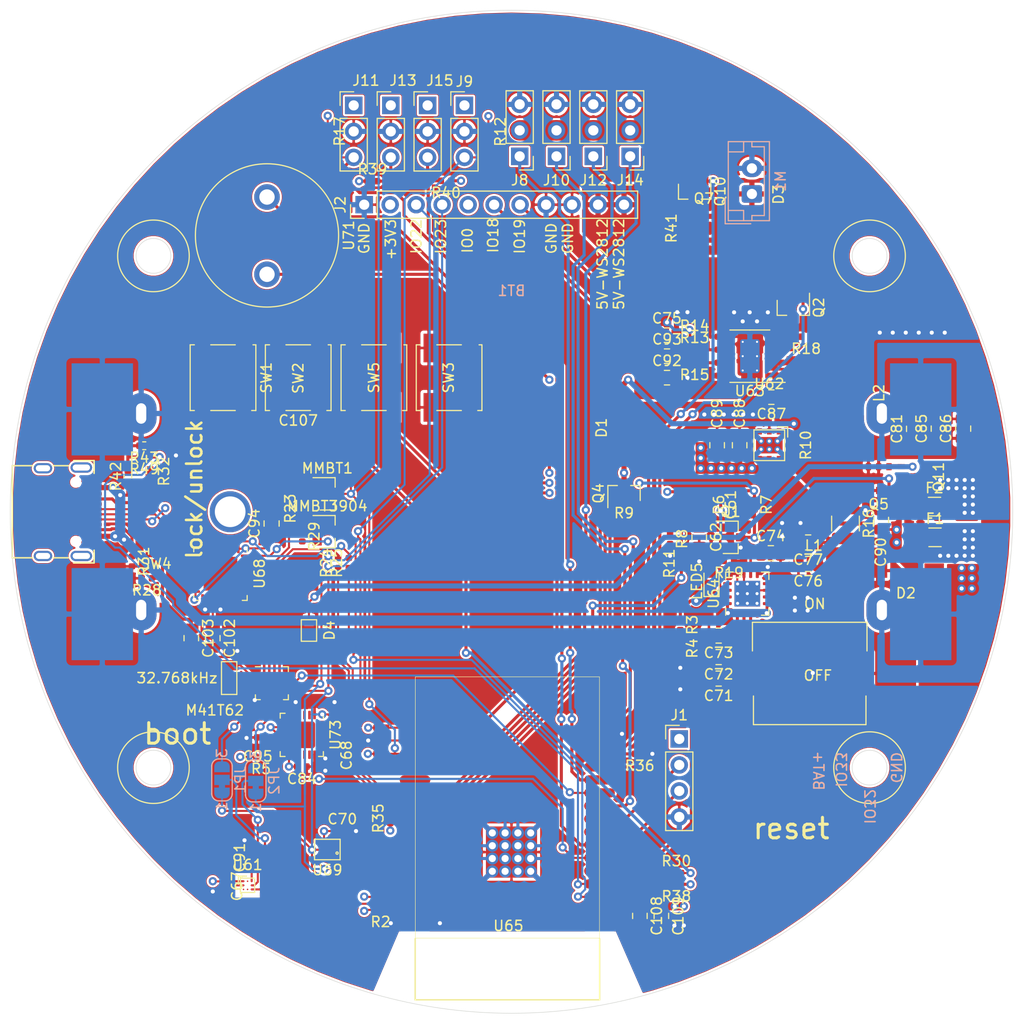
<source format=kicad_pcb>
(kicad_pcb (version 20171130) (host pcbnew 5.1.10-88a1d61d58~88~ubuntu21.04.1)
  (layers (0 F.Cu signal) (1 In1.Cu signal) (2 In2.Cu signal) (31 B.Cu signal) (34 B.Paste user) (35 F.Paste user) (36 B.SilkS user) (37 F.SilkS user) (38 B.Mask user) (39 F.Mask user) (44 Edge.Cuts user))
  (net 0 "")
  (net 1 GND)
  (net 2 /ESP3200/IO19)
  (net 3 /ESP3200/IO21)
  (net 4 +3V3)
  (net 5 VCC)
  (net 6 +5V)
  (net 7 "Net-(C102-Pad1)")
  (net 8 "Net-(C104-Pad2)")
  (net 9 "Net-(C107-Pad2)")
  (net 10 LX)
  (net 11 "Net-(D3-Pad1)")
  (net 12 /ESP3200/IO2-down)
  (net 13 /ESP3200/IO15-up)
  (net 14 /ESP3200/IO23)
  (net 15 /ESP3200/IO22)
  (net 16 "Net-(J5-PadB8)")
  (net 17 /ESP3200/D-)
  (net 18 /ESP3200/D+)
  (net 19 "Net-(J5-PadB5)")
  (net 20 "Net-(J5-PadA8)")
  (net 21 "Net-(J5-PadA5)")
  (net 22 "Net-(Q2-Pad3)")
  (net 23 /ESP3200/RTS)
  (net 24 /ESP3200/EN)
  (net 25 /ESP3200/DTR)
  (net 26 "Net-(Q10-Pad3)")
  (net 27 /ESP3200/IO34)
  (net 28 "Net-(R24-Pad2)")
  (net 29 /ESP3200/TX-esp)
  (net 30 "Net-(R25-Pad2)")
  (net 31 /ESP3200/RX-esp)
  (net 32 /ESP3200/IO12-down)
  (net 33 /ESP3200/IO18)
  (net 34 /ESP3200/IO26)
  (net 35 "Net-(U69-Pad2)")
  (net 36 /ESP3200/IO39)
  (net 37 /ESP3200/IO35)
  (net 38 "Net-(U65-Pad17)")
  (net 39 "Net-(U65-Pad18)")
  (net 40 "Net-(U65-Pad19)")
  (net 41 "Net-(U65-Pad20)")
  (net 42 "Net-(U65-Pad21)")
  (net 43 "Net-(U65-Pad22)")
  (net 44 /ESP3200/IO5-up)
  (net 45 "Net-(C61-Pad2)")
  (net 46 "Net-(C61-Pad1)")
  (net 47 "Net-(C69-Pad1)")
  (net 48 "Net-(LED5-Pad1)")
  (net 49 /ESP3200/IO14)
  (net 50 "Net-(R10-Pad1)")
  (net 51 "Net-(R13-Pad2)")
  (net 52 "Net-(R15-Pad1)")
  (net 53 /ESP3200/IO27)
  (net 54 /ESP3200/IO36)
  (net 55 /ESP3200/IO25)
  (net 56 "Net-(U67-Pad4)")
  (net 57 "Net-(U67-Pad2)")
  (net 58 "Net-(U67-Pad1)")
  (net 59 "Net-(SW4-Pad4)")
  (net 60 "Net-(SW4-Pad1)")
  (net 61 "Net-(BT1-Pad1)")
  (net 62 "Net-(BT1-Pad3)")
  (net 63 "Net-(F1-Pad1)")
  (net 64 /ESP3200/IO0-up)
  (net 65 /BAT+)
  (net 66 "Net-(MMBT1-Pad1)")
  (net 67 "Net-(MMBT3904-Pad1)")
  (net 68 "Net-(C91-Pad1)")
  (net 69 "Net-(C95-Pad1)")
  (net 70 "Net-(JP2-Pad3)")
  (net 71 "Net-(JP1-Pad3)")
  (net 72 "Net-(JP2-Pad2)")
  (net 73 "Net-(JP1-Pad2)")
  (net 74 "Net-(C68-Pad1)")
  (net 75 "Net-(D1-Pad2)")
  (net 76 "Net-(J2-Pad5)")
  (net 77 "Net-(J5-PadS1)")
  (net 78 /ESP3200/IO13)
  (net 79 /perception00/int_baro)
  (net 80 "Net-(C62-Pad1)")
  (net 81 /expanz00/A9-RX)
  (net 82 /expanz00/A9-TX)
  (net 83 /ESP3200/IO4)
  (net 84 VIN)
  (net 85 "Net-(C74-Pad1)")
  (net 86 "Net-(C76-Pad1)")
  (net 87 "Net-(C94-Pad1)")
  (net 88 "Net-(LED5-Pad2)")
  (net 89 "Net-(R42-Pad2)")
  (net 90 "Net-(U68-Pad28)")
  (net 91 "Net-(U68-Pad27)")
  (net 92 "Net-(U68-Pad22)")
  (net 93 "Net-(U68-Pad21)")
  (net 94 "Net-(U68-Pad18)")
  (net 95 "Net-(U68-Pad11)")
  (net 96 "Net-(U68-Pad10)")
  (net 97 "Net-(U68-Pad9)")
  (net 98 "Net-(U68-Pad8)")
  (net 99 "Net-(U68-Pad7)")
  (net 100 "Net-(U68-Pad6)")
  (net 101 "Net-(U68-Pad3)")
  (net 102 "Net-(L1-Pad1)")
  (net 103 "Net-(U64-Pad14)")
  (net 104 "Net-(U64-Pad13)")
  (net 105 "Net-(U64-Pad6)")
  (module BB:18650-holder (layer B.Cu) (at 200 100)
    (fp_text reference BT1 (at 0 -21.59) (layer B.SilkS) (effects (justify mirror)))
    (fp_text value Battery_Cell)
    (pad 1 thru_hole oval (at 36.2 -9.6) (size 3 4) (drill oval 1 2) (layers *.Cu *.Mask) (net 61 "Net-(BT1-Pad1)"))
    (pad 3 thru_hole oval (at 36.2 9.6) (size 3 4) (drill oval 1 2) (layers *.Cu *.Mask) (net 62 "Net-(BT1-Pad3)"))
    (pad 2 thru_hole oval (at -36.2 -9.6) (size 3 4) (drill oval 1 2) (layers *.Cu *.Mask) (net 1 GND))
    (pad 4 thru_hole oval (at -36.2 9.6) (size 3 4) (drill oval 1 2) (layers *.Cu *.Mask) (net 1 GND))
    (pad -1 thru_hole circle (at -27.5 0) (size 4 4) (drill 3) (layers *.Cu *.Mask))
    (pad 2 smd rect (at -40 -10) (size 6 9) (layers B.Cu B.Paste B.Mask) (net 1 GND))
    (pad 4 smd rect (at -40 10) (size 6 9) (layers B.Cu B.Paste B.Mask) (net 1 GND))
    (pad 3 smd rect (at 40 10) (size 6 9) (layers B.Cu B.Paste B.Mask) (net 62 "Net-(BT1-Pad3)"))
    (pad 1 smd rect (at 40 -10) (size 6 9) (layers B.Cu B.Paste B.Mask) (net 61 "Net-(BT1-Pad1)"))
  )
  (module BB:DO-214AC (layer F.Cu) (at 238.55 105.75)
    (fp_text reference D2 (at 0 2.2) (layer F.SilkS))
    (fp_text value SS54)
    (pad 2 smd rect (at 2.77 0) (size 1.9 1.4) (layers F.Cu F.Paste F.Mask) (net 1 GND))
    (pad 1 smd rect (at -2.77 0) (size 1.9 1.4) (layers F.Cu F.Paste F.Mask) (net 86 "Net-(C76-Pad1)"))
  )
  (module Resistor_SMD:R_1210_3225Metric (layer F.Cu) (at 232.65 101.15 270)
    (fp_text reference R16 (at 0 -2.28 90) (layer F.SilkS))
    (fp_text value 75m)
    (pad 2 smd roundrect (at 1.4625 0 270) (size 1.125 2.65) (layers F.Cu F.Paste F.Mask) (roundrect_rratio 0.222222) (net 86 "Net-(C76-Pad1)"))
    (pad 1 smd roundrect (at -1.4625 0 270) (size 1.125 2.65) (layers F.Cu F.Paste F.Mask) (roundrect_rratio 0.222222) (net 5 VCC))
  )
  (module BB:MCF-1040 (layer F.Cu) (at 229.15 115.8)
    (fp_text reference L1 (at 0.4 -12.5) (layer F.SilkS))
    (fp_text value 22u)
    (pad 2 smd rect (at 4.4 0) (size 3.4 4.1) (layers F.Cu F.Paste F.Mask) (net 86 "Net-(C76-Pad1)"))
    (pad 1 smd rect (at -4.4 0) (size 3.4 4.1) (layers F.Cu F.Paste F.Mask) (net 102 "Net-(L1-Pad1)"))
  )
  (module BB:UDFN6_3x3 (layer F.Cu) (at 225.2 93.5)
    (fp_text reference U62 (at 0 -6) (layer F.SilkS))
    (fp_text value NCP708)
    (pad 7 thru_hole circle (at 0 -0.4) (size 0.6 0.6) (drill 0.3) (layers *.Cu *.Mask) (net 1 GND))
    (pad 7 thru_hole circle (at 0 0.4) (size 0.6 0.6) (drill 0.3) (layers *.Cu *.Mask) (net 1 GND))
    (pad 7 thru_hole circle (at 0.8 0.4) (size 0.6 0.6) (drill 0.3) (layers *.Cu *.Mask) (net 1 GND))
    (pad 7 thru_hole circle (at 0.8 -0.4) (size 0.6 0.6) (drill 0.3) (layers *.Cu *.Mask) (net 1 GND))
    (pad 7 thru_hole circle (at -0.8 -0.4) (size 0.6 0.6) (drill 0.3) (layers *.Cu *.Mask) (net 1 GND))
    (pad 7 thru_hole circle (at -0.8 0.4) (size 0.6 0.6) (drill 0.3) (layers *.Cu *.Mask) (net 1 GND))
    (pad 7 smd rect (at 0 0) (size 2.6 1.6) (layers F.Cu F.Paste F.Mask) (net 1 GND))
    (pad 6 smd rect (at 0.95 1.35) (size 0.45 0.6) (layers F.Cu F.Paste F.Mask) (net 5 VCC))
    (pad 5 smd rect (at 0 1.35) (size 0.45 0.6) (layers F.Cu F.Paste F.Mask) (net 4 +3V3))
    (pad 4 smd rect (at -0.95 1.35) (size 0.45 0.6) (layers F.Cu F.Paste F.Mask) (net 4 +3V3))
    (pad 1 smd rect (at 0.95 -1.35) (size 0.45 0.6) (layers F.Cu F.Paste F.Mask) (net 50 "Net-(R10-Pad1)"))
    (pad 2 smd rect (at 0 -1.35) (size 0.45 0.6) (layers F.Cu F.Paste F.Mask) (net 1 GND))
    (pad 3 smd rect (at -0.95 -1.35) (size 0.45 0.6) (layers F.Cu F.Paste F.Mask))
  )
  (module Capacitor_SMD:C_0402_1005Metric (layer F.Cu) (at 216.5 113.35 270)
    (fp_text reference R4 (at 0 -1.17 90) (layer F.SilkS))
    (fp_text value 300k)
    (pad 2 smd roundrect (at 0.485 0 270) (size 0.59 0.64) (layers F.Cu F.Paste F.Mask) (net 1 GND))
    (pad 1 smd roundrect (at -0.485 0 270) (size 0.59 0.64) (layers F.Cu F.Paste F.Mask) (net 36 /ESP3200/IO39))
  )
  (module Package_DFN_QFN:QFN-16-1EP_4x4mm_P0.65mm_EP2.5x2.5mm_ThermalVias (layer F.Cu) (at 223.05 108 90)
    (fp_text reference U64 (at 0 -3.3 90) (layer F.SilkS))
    (fp_text value TP5100)
    (pad 17 smd rect (at 0 0 90) (size 2.5 2.5) (layers B.Cu) (net 1 GND))
    (pad 17 thru_hole circle (at 0.95 0.95 90) (size 0.6 0.6) (drill 0.3) (layers *.Cu) (net 1 GND))
    (pad 17 thru_hole circle (at 0 0.95 90) (size 0.6 0.6) (drill 0.3) (layers *.Cu) (net 1 GND))
    (pad 17 thru_hole circle (at -0.95 0.95 90) (size 0.6 0.6) (drill 0.3) (layers *.Cu) (net 1 GND))
    (pad 17 thru_hole circle (at 0.95 0 90) (size 0.6 0.6) (drill 0.3) (layers *.Cu) (net 1 GND))
    (pad 17 thru_hole circle (at 0 0 90) (size 0.6 0.6) (drill 0.3) (layers *.Cu) (net 1 GND))
    (pad 17 thru_hole circle (at -0.95 0 90) (size 0.6 0.6) (drill 0.3) (layers *.Cu) (net 1 GND))
    (pad 17 thru_hole circle (at 0.95 -0.95 90) (size 0.6 0.6) (drill 0.3) (layers *.Cu) (net 1 GND))
    (pad 17 thru_hole circle (at 0 -0.95 90) (size 0.6 0.6) (drill 0.3) (layers *.Cu) (net 1 GND))
    (pad 17 thru_hole circle (at -0.95 -0.95 90) (size 0.6 0.6) (drill 0.3) (layers *.Cu) (net 1 GND))
    (pad 17 smd rect (at 0 0 90) (size 2.5 2.5) (layers F.Cu F.Mask) (net 1 GND))
    (pad 16 smd roundrect (at -0.975 -1.9375 90) (size 0.3 0.825) (layers F.Cu F.Paste F.Mask) (net 84 VIN))
    (pad 15 smd roundrect (at -0.325 -1.9375 90) (size 0.3 0.825) (layers F.Cu F.Paste F.Mask) (net 48 "Net-(LED5-Pad1)"))
    (pad 14 smd roundrect (at 0.325 -1.9375 90) (size 0.3 0.825) (layers F.Cu F.Paste F.Mask) (net 103 "Net-(U64-Pad14)"))
    (pad 13 smd roundrect (at 0.975 -1.9375 90) (size 0.3 0.825) (layers F.Cu F.Paste F.Mask) (net 104 "Net-(U64-Pad13)"))
    (pad 12 smd roundrect (at 1.9375 -0.975 90) (size 0.825 0.3) (layers F.Cu F.Paste F.Mask) (net 1 GND))
    (pad 11 smd roundrect (at 1.9375 -0.325 90) (size 0.825 0.3) (layers F.Cu F.Paste F.Mask) (net 1 GND))
    (pad 10 smd roundrect (at 1.9375 0.325 90) (size 0.825 0.3) (layers F.Cu F.Paste F.Mask) (net 85 "Net-(C74-Pad1)"))
    (pad 9 smd roundrect (at 1.9375 0.975 90) (size 0.825 0.3) (layers F.Cu F.Paste F.Mask) (net 5 VCC))
    (pad 8 smd roundrect (at 0.975 1.9375 90) (size 0.3 0.825) (layers F.Cu F.Paste F.Mask) (net 86 "Net-(C76-Pad1)"))
    (pad 7 smd roundrect (at 0.325 1.9375 90) (size 0.3 0.825) (layers F.Cu F.Paste F.Mask) (net 1 GND))
    (pad 6 smd roundrect (at -0.325 1.9375 90) (size 0.3 0.825) (layers F.Cu F.Paste F.Mask) (net 105 "Net-(U64-Pad6)"))
    (pad 5 smd roundrect (at -0.975 1.9375 90) (size 0.3 0.825) (layers F.Cu F.Paste F.Mask) (net 84 VIN))
    (pad 4 smd roundrect (at -1.9375 0.975 90) (size 0.825 0.3) (layers F.Cu F.Paste F.Mask) (net 84 VIN))
    (pad 3 smd roundrect (at -1.9375 0.325 90) (size 0.825 0.3) (layers F.Cu F.Paste F.Mask) (net 102 "Net-(L1-Pad1)"))
    (pad 2 smd roundrect (at -1.9375 -0.325 90) (size 0.825 0.3) (layers F.Cu F.Paste F.Mask) (net 102 "Net-(L1-Pad1)"))
    (pad 1 smd roundrect (at -1.9375 -0.975 90) (size 0.825 0.3) (layers F.Cu F.Paste F.Mask) (net 84 VIN))
  )
  (module Capacitor_SMD:C_0805_2012Metric (layer F.Cu) (at 236.15 100.8 270)
    (fp_text reference C90 (at 3.15 0.05 270) (layer F.SilkS))
    (fp_text value 22uf)
    (pad 2 smd roundrect (at 0.9375 0 270) (size 0.975 1.4) (layers F.Cu F.Paste F.Mask) (net 1 GND))
    (pad 1 smd roundrect (at -0.9375 0 270) (size 0.975 1.4) (layers F.Cu F.Paste F.Mask) (net 5 VCC))
  )
  (module Package_DFN_QFN:QFN-32-1EP_5x5mm_P0.5mm_EP3.3x3.3mm (layer F.Cu) (at 171.55 106.05 270)
    (fp_text reference U68 (at 0 -3.82 90) (layer F.SilkS))
    (fp_text value FT232RQ)
    (pad 33 smd rect (at 0 0 270) (size 3.3 3.3) (layers F.Cu F.Mask))
    (pad 32 smd roundrect (at -1.75 -2.4375 270) (size 0.25 0.875) (layers F.Cu F.Paste F.Mask) (net 23 /ESP3200/RTS))
    (pad 31 smd roundrect (at -1.25 -2.4375 270) (size 0.25 0.875) (layers F.Cu F.Paste F.Mask) (net 25 /ESP3200/DTR))
    (pad 30 smd roundrect (at -0.75 -2.4375 270) (size 0.25 0.875) (layers F.Cu F.Paste F.Mask) (net 28 "Net-(R24-Pad2)"))
    (pad 29 smd roundrect (at -0.25 -2.4375 270) (size 0.25 0.875) (layers F.Cu F.Paste F.Mask))
    (pad 28 smd roundrect (at 0.25 -2.4375 270) (size 0.25 0.875) (layers F.Cu F.Paste F.Mask) (net 90 "Net-(U68-Pad28)"))
    (pad 27 smd roundrect (at 0.75 -2.4375 270) (size 0.25 0.875) (layers F.Cu F.Paste F.Mask) (net 91 "Net-(U68-Pad27)"))
    (pad 26 smd roundrect (at 1.25 -2.4375 270) (size 0.25 0.875) (layers F.Cu F.Paste F.Mask) (net 1 GND))
    (pad 25 smd roundrect (at 1.75 -2.4375 270) (size 0.25 0.875) (layers F.Cu F.Paste F.Mask))
    (pad 24 smd roundrect (at 2.4375 -1.75 270) (size 0.875 0.25) (layers F.Cu F.Paste F.Mask) (net 1 GND))
    (pad 23 smd roundrect (at 2.4375 -1.25 270) (size 0.875 0.25) (layers F.Cu F.Paste F.Mask))
    (pad 22 smd roundrect (at 2.4375 -0.75 270) (size 0.875 0.25) (layers F.Cu F.Paste F.Mask) (net 92 "Net-(U68-Pad22)"))
    (pad 21 smd roundrect (at 2.4375 -0.25 270) (size 0.875 0.25) (layers F.Cu F.Paste F.Mask) (net 93 "Net-(U68-Pad21)"))
    (pad 20 smd roundrect (at 2.4375 0.25 270) (size 0.875 0.25) (layers F.Cu F.Paste F.Mask) (net 1 GND))
    (pad 19 smd roundrect (at 2.4375 0.75 270) (size 0.875 0.25) (layers F.Cu F.Paste F.Mask) (net 7 "Net-(C102-Pad1)"))
    (pad 18 smd roundrect (at 2.4375 1.25 270) (size 0.875 0.25) (layers F.Cu F.Paste F.Mask) (net 94 "Net-(U68-Pad18)"))
    (pad 17 smd roundrect (at 2.4375 1.75 270) (size 0.875 0.25) (layers F.Cu F.Paste F.Mask) (net 1 GND))
    (pad 16 smd roundrect (at 1.75 2.4375 270) (size 0.25 0.875) (layers F.Cu F.Paste F.Mask) (net 87 "Net-(C94-Pad1)"))
    (pad 15 smd roundrect (at 1.25 2.4375 270) (size 0.25 0.875) (layers F.Cu F.Paste F.Mask) (net 17 /ESP3200/D-))
    (pad 14 smd roundrect (at 0.75 2.4375 270) (size 0.25 0.875) (layers F.Cu F.Paste F.Mask) (net 18 /ESP3200/D+))
    (pad 13 smd roundrect (at 0.25 2.4375 270) (size 0.25 0.875) (layers F.Cu F.Paste F.Mask))
    (pad 12 smd roundrect (at -0.25 2.4375 270) (size 0.25 0.875) (layers F.Cu F.Paste F.Mask))
    (pad 11 smd roundrect (at -0.75 2.4375 270) (size 0.25 0.875) (layers F.Cu F.Paste F.Mask) (net 95 "Net-(U68-Pad11)"))
    (pad 10 smd roundrect (at -1.25 2.4375 270) (size 0.25 0.875) (layers F.Cu F.Paste F.Mask) (net 96 "Net-(U68-Pad10)"))
    (pad 9 smd roundrect (at -1.75 2.4375 270) (size 0.25 0.875) (layers F.Cu F.Paste F.Mask) (net 97 "Net-(U68-Pad9)"))
    (pad 8 smd roundrect (at -2.4375 1.75 270) (size 0.875 0.25) (layers F.Cu F.Paste F.Mask) (net 98 "Net-(U68-Pad8)"))
    (pad 7 smd roundrect (at -2.4375 1.25 270) (size 0.875 0.25) (layers F.Cu F.Paste F.Mask) (net 99 "Net-(U68-Pad7)"))
    (pad 6 smd roundrect (at -2.4375 0.75 270) (size 0.875 0.25) (layers F.Cu F.Paste F.Mask) (net 100 "Net-(U68-Pad6)"))
    (pad 5 smd roundrect (at -2.4375 0.25 270) (size 0.875 0.25) (layers F.Cu F.Paste F.Mask))
    (pad 4 smd roundrect (at -2.4375 -0.25 270) (size 0.875 0.25) (layers F.Cu F.Paste F.Mask) (net 1 GND))
    (pad 3 smd roundrect (at -2.4375 -0.75 270) (size 0.875 0.25) (layers F.Cu F.Paste F.Mask) (net 101 "Net-(U68-Pad3)"))
    (pad 2 smd roundrect (at -2.4375 -1.25 270) (size 0.875 0.25) (layers F.Cu F.Paste F.Mask) (net 30 "Net-(R25-Pad2)"))
    (pad 1 smd roundrect (at -2.4375 -1.75 270) (size 0.875 0.25) (layers F.Cu F.Paste F.Mask) (net 87 "Net-(C94-Pad1)"))
  )
  (module Resistor_SMD:R_0402_1005Metric (layer F.Cu) (at 164.1 93.55 180)
    (fp_text reference R43 (at 0 -1.17) (layer F.SilkS))
    (fp_text value 7.5k)
    (pad 2 smd roundrect (at 0.51 0 180) (size 0.54 0.64) (layers F.Cu F.Paste F.Mask) (net 89 "Net-(R42-Pad2)"))
    (pad 1 smd roundrect (at -0.51 0 180) (size 0.54 0.64) (layers F.Cu F.Paste F.Mask) (net 1 GND))
  )
  (module Resistor_SMD:R_0402_1005Metric (layer F.Cu) (at 162.5 96.55 90)
    (fp_text reference R42 (at 0 -1.17 90) (layer F.SilkS))
    (fp_text value 5.1k)
    (pad 2 smd roundrect (at 0.51 0 90) (size 0.54 0.64) (layers F.Cu F.Paste F.Mask) (net 89 "Net-(R42-Pad2)"))
    (pad 1 smd roundrect (at -0.51 0 90) (size 0.54 0.64) (layers F.Cu F.Paste F.Mask) (net 84 VIN))
  )
  (module Capacitor_SMD:C_0805_2012Metric (layer F.Cu) (at 176.55 101.15 90)
    (fp_text reference C94 (at 0 -1.68 90) (layer F.SilkS))
    (fp_text value 0.1uf)
    (pad 2 smd roundrect (at 0.95 0 90) (size 1 1.45) (layers F.Cu F.Paste F.Mask) (net 1 GND))
    (pad 1 smd roundrect (at -0.95 0 90) (size 1 1.45) (layers F.Cu F.Paste F.Mask) (net 87 "Net-(C94-Pad1)"))
  )
  (module Capacitor_SMD:C_0805_2012Metric (layer F.Cu) (at 244.15 91.88 90)
    (fp_text reference C86 (at 0 -1.68 90) (layer F.SilkS))
    (fp_text value 22uf)
    (pad 2 smd roundrect (at 0.95 0 90) (size 1 1.45) (layers F.Cu F.Paste F.Mask) (net 1 GND))
    (pad 1 smd roundrect (at -0.95 0 90) (size 1 1.45) (layers F.Cu F.Paste F.Mask) (net 5 VCC))
  )
  (module Capacitor_SMD:C_0805_2012Metric (layer F.Cu) (at 241.76 91.88 90)
    (fp_text reference C85 (at 0 -1.68 90) (layer F.SilkS))
    (fp_text value 10uf)
    (pad 2 smd roundrect (at 0.95 0 90) (size 1 1.45) (layers F.Cu F.Paste F.Mask) (net 1 GND))
    (pad 1 smd roundrect (at -0.95 0 90) (size 1 1.45) (layers F.Cu F.Paste F.Mask) (net 5 VCC))
  )
  (module Capacitor_SMD:C_0805_2012Metric (layer F.Cu) (at 239.35 91.9 90)
    (fp_text reference C81 (at 0 -1.68 90) (layer F.SilkS))
    (fp_text value 0.1uf)
    (pad 2 smd roundrect (at 0.95 0 90) (size 1 1.45) (layers F.Cu F.Paste F.Mask) (net 1 GND))
    (pad 1 smd roundrect (at -0.95 0 90) (size 1 1.45) (layers F.Cu F.Paste F.Mask) (net 5 VCC))
  )
  (module Capacitor_SMD:C_0805_2012Metric (layer F.Cu) (at 229 103 180)
    (fp_text reference C77 (at 0 -1.68) (layer F.SilkS))
    (fp_text value 10uf)
    (pad 2 smd roundrect (at 0.95 0 180) (size 1 1.45) (layers F.Cu F.Paste F.Mask) (net 1 GND))
    (pad 1 smd roundrect (at -0.95 0 180) (size 1 1.45) (layers F.Cu F.Paste F.Mask) (net 86 "Net-(C76-Pad1)"))
  )
  (module Capacitor_SMD:C_0805_2012Metric (layer F.Cu) (at 229 105.1 180)
    (fp_text reference C76 (at 0 -1.68) (layer F.SilkS))
    (fp_text value 0.1uf)
    (pad 2 smd roundrect (at 0.95 0 180) (size 1 1.45) (layers F.Cu F.Paste F.Mask) (net 1 GND))
    (pad 1 smd roundrect (at -0.95 0 180) (size 1 1.45) (layers F.Cu F.Paste F.Mask) (net 86 "Net-(C76-Pad1)"))
  )
  (module Capacitor_SMD:C_0805_2012Metric (layer F.Cu) (at 225.35 104.05)
    (fp_text reference C74 (at 0 -1.68) (layer F.SilkS))
    (fp_text value 0.1uf)
    (pad 2 smd roundrect (at 0.95 0) (size 1 1.45) (layers F.Cu F.Paste F.Mask) (net 1 GND))
    (pad 1 smd roundrect (at -0.95 0) (size 1 1.45) (layers F.Cu F.Paste F.Mask) (net 85 "Net-(C74-Pad1)"))
  )
  (module Capacitor_SMD:C_0805_2012Metric (layer F.Cu) (at 220.25 112.1 180)
    (fp_text reference C73 (at 0 -1.68) (layer F.SilkS))
    (fp_text value 22uf)
    (pad 2 smd roundrect (at 0.95 0 180) (size 1 1.45) (layers F.Cu F.Paste F.Mask) (net 1 GND))
    (pad 1 smd roundrect (at -0.95 0 180) (size 1 1.45) (layers F.Cu F.Paste F.Mask) (net 84 VIN))
  )
  (module Capacitor_SMD:C_0805_2012Metric (layer F.Cu) (at 220.25 114.2 180)
    (fp_text reference C72 (at 0 -1.68) (layer F.SilkS))
    (fp_text value 22uf)
    (pad 2 smd roundrect (at 0.95 0 180) (size 1 1.45) (layers F.Cu F.Paste F.Mask) (net 1 GND))
    (pad 1 smd roundrect (at -0.95 0 180) (size 1 1.45) (layers F.Cu F.Paste F.Mask) (net 84 VIN))
  )
  (module Capacitor_SMD:C_0805_2012Metric (layer F.Cu) (at 220.25 116.3 180)
    (fp_text reference C71 (at 0 -1.68) (layer F.SilkS))
    (fp_text value 22uf)
    (pad 2 smd roundrect (at 0.95 0 180) (size 1 1.45) (layers F.Cu F.Paste F.Mask) (net 1 GND))
    (pad 1 smd roundrect (at -0.95 0 180) (size 1 1.45) (layers F.Cu F.Paste F.Mask) (net 84 VIN))
  )
  (module BB:DO-214AC (layer F.Cu) (at 211 91.8 270)
    (fp_text reference D1 (at 0 2.2 270) (layer F.SilkS))
    (fp_text value SS54)
    (pad 2 smd rect (at 2.77 0 270) (size 1.9 1.4) (layers F.Cu F.Paste F.Mask) (net 75 "Net-(D1-Pad2)"))
    (pad 1 smd rect (at -2.77 0 270) (size 1.9 1.4) (layers F.Cu F.Paste F.Mask) (net 5 VCC))
  )
  (module Resistor_SMD:R_0402_1005Metric (layer F.Cu) (at 193.6 67.664 180)
    (fp_text reference R40 (at 0 -1.17 180) (layer F.SilkS))
    (fp_text value 12k)
    (pad 2 smd roundrect (at 0.485 0 180) (size 0.59 0.64) (layers F.Cu F.Paste F.Mask) (net 37 /ESP3200/IO35))
    (pad 1 smd roundrect (at -0.485 0 180) (size 0.59 0.64) (layers F.Cu F.Paste F.Mask) (net 4 +3V3))
  )
  (module Resistor_SMD:R_0402_1005Metric (layer F.Cu) (at 186.4 67.7)
    (fp_text reference R39 (at 0 -1.17) (layer F.SilkS))
    (fp_text value 12k)
    (pad 2 smd roundrect (at 0.485 0) (size 0.59 0.64) (layers F.Cu F.Paste F.Mask) (net 64 /ESP3200/IO0-up))
    (pad 1 smd roundrect (at -0.485 0) (size 0.59 0.64) (layers F.Cu F.Paste F.Mask) (net 4 +3V3))
  )
  (module Resistor_SMD:R_0402_1005Metric (layer F.Cu) (at 182.034 62.838 270)
    (fp_text reference R17 (at 0 -1.17 270) (layer F.SilkS))
    (fp_text value 12k)
    (pad 2 smd roundrect (at 0.485 0 270) (size 0.59 0.64) (layers F.Cu F.Paste F.Mask) (net 13 /ESP3200/IO15-up))
    (pad 1 smd roundrect (at -0.485 0 270) (size 0.59 0.64) (layers F.Cu F.Paste F.Mask) (net 4 +3V3))
  )
  (module Resistor_SMD:R_0402_1005Metric (layer F.Cu) (at 197.742 62.864 270)
    (fp_text reference R12 (at 0 -1.17 270) (layer F.SilkS))
    (fp_text value 12k)
    (pad 2 smd roundrect (at 0.485 0 270) (size 0.59 0.64) (layers F.Cu F.Paste F.Mask) (net 83 /ESP3200/IO4))
    (pad 1 smd roundrect (at -0.485 0 270) (size 0.59 0.64) (layers F.Cu F.Paste F.Mask) (net 4 +3V3))
  )
  (module Resistor_SMD:R_0402_1005Metric (layer F.Cu) (at 216.6 105.05 90)
    (fp_text reference R11 (at 0 -1.17 90) (layer F.SilkS))
    (fp_text value 220)
    (pad 2 smd roundrect (at 0.485 0 90) (size 0.59 0.64) (layers F.Cu F.Paste F.Mask) (net 80 "Net-(C62-Pad1)"))
    (pad 1 smd roundrect (at -0.485 0 90) (size 0.59 0.64) (layers F.Cu F.Paste F.Mask) (net 44 /ESP3200/IO5-up))
  )
  (module Resistor_SMD:R_0402_1005Metric (layer F.Cu) (at 175.514 123.952 180)
    (fp_text reference R5 (at 0 -1.17 180) (layer F.SilkS))
    (fp_text value 12k)
    (pad 2 smd roundrect (at 0.485 0 180) (size 0.59 0.64) (layers F.Cu F.Paste F.Mask) (net 4 +3V3))
    (pad 1 smd roundrect (at -0.485 0 180) (size 0.59 0.64) (layers F.Cu F.Paste F.Mask) (net 27 /ESP3200/IO34))
  )
  (module Connector_PinHeader_2.54mm:PinHeader_1x04_P2.54mm_Vertical (layer F.Cu) (at 216.4 122.2)
    (fp_text reference J1 (at 0 -2.33) (layer F.SilkS))
    (fp_text value Conn_01x04)
    (pad 4 thru_hole oval (at 0 7.62) (size 1.7 1.7) (drill 1) (layers *.Cu *.Mask) (net 1 GND))
    (pad 3 thru_hole oval (at 0 5.08) (size 1.7 1.7) (drill 1) (layers *.Cu *.Mask) (net 81 /expanz00/A9-RX))
    (pad 2 thru_hole oval (at 0 2.54) (size 1.7 1.7) (drill 1) (layers *.Cu *.Mask) (net 82 /expanz00/A9-TX))
    (pad 1 thru_hole rect (at 0 0) (size 1.7 1.7) (drill 1) (layers *.Cu *.Mask) (net 5 VCC))
  )
  (module BB:SMD-8_2x2.5x0.65P (layer F.Cu) (at 182 133)
    (fp_text reference U69 (at 0 2) (layer F.SilkS))
    (fp_text value SPL06)
    (pad 2 smd rect (at 0.325 0.725) (size 0.35 0.35) (layers F.Cu F.Paste F.Mask) (net 35 "Net-(U69-Pad2)"))
    (pad 8 smd rect (at 0.975 -0.725) (size 0.35 0.35) (layers F.Cu F.Paste F.Mask) (net 4 +3V3))
    (pad 7 smd rect (at 0.325 -0.725) (size 0.35 0.35) (layers F.Cu F.Paste F.Mask) (net 1 GND))
    (pad 6 smd rect (at -0.325 -0.725) (size 0.35 0.35) (layers F.Cu F.Paste F.Mask) (net 4 +3V3))
    (pad 5 smd rect (at -0.975 -0.725) (size 0.35 0.35) (layers F.Cu F.Paste F.Mask) (net 79 /perception00/int_baro))
    (pad 4 smd rect (at -0.975 0.725) (size 0.35 0.35) (layers F.Cu F.Paste F.Mask) (net 15 /ESP3200/IO22))
    (pad 3 smd rect (at -0.325 0.725) (size 0.35 0.35) (layers F.Cu F.Paste F.Mask) (net 14 /ESP3200/IO23))
    (pad 1 smd rect (at 0.975 0.725) (size 0.35 0.35) (layers F.Cu F.Paste F.Mask) (net 1 GND))
  )
  (module BB:USB_C_Female-16Pin-HPJF (layer F.Cu) (at 158.95 100 270)
    (fp_text reference J5 hide)
    (fp_text value USB_C_Receptacle_USB2.0)
    (pad A12 smd rect (at 3.35 0 270) (size 0.3 2) (layers F.Cu F.Paste F.Mask) (net 1 GND))
    (pad B1 smd rect (at 3.05 0 270) (size 0.3 2) (layers F.Cu F.Paste F.Mask) (net 1 GND))
    (pad A9 smd rect (at 2.55 0 270) (size 0.3 2) (layers F.Cu F.Paste F.Mask) (net 84 VIN))
    (pad B4 smd rect (at 2.25 0 270) (size 0.3 2) (layers F.Cu F.Paste F.Mask) (net 84 VIN))
    (pad B9 smd rect (at -2.25 0 270) (size 0.3 2) (layers F.Cu F.Paste F.Mask) (net 84 VIN))
    (pad A4 smd rect (at -2.55 0 270) (size 0.3 2) (layers F.Cu F.Paste F.Mask) (net 84 VIN))
    (pad B12 smd rect (at -3.05 0 270) (size 0.3 2) (layers F.Cu F.Paste F.Mask) (net 1 GND))
    (pad A1 smd rect (at -3.35 0 270) (size 0.3 2) (layers F.Cu F.Paste F.Mask) (net 1 GND))
    (pad "" np_thru_hole circle (at 2.89 1.55) (size 0.7 0.7) (drill 0.7) (layers *.Cu *.Mask))
    (pad "" np_thru_hole circle (at -2.89 1.55) (size 0.7 0.7) (drill 0.7) (layers *.Cu *.Mask))
    (pad S3 thru_hole oval (at 4.32 4.75 270) (size 1 1.8) (drill oval 0.6 1.4) (layers *.Cu *.Mask))
    (pad S1 thru_hole oval (at -4.25 4.75 270) (size 1 1.8) (drill oval 0.6 1.4) (layers *.Cu *.Mask) (net 77 "Net-(J5-PadS1)"))
    (pad S2 thru_hole oval (at 4.32 1 270) (size 1 2.1) (drill oval 0.6 1.7) (layers *.Cu *.Mask))
    (pad S0 thru_hole oval (at -4.32 1 270) (size 1 2.1) (drill oval 0.6 1.7) (layers *.Cu *.Mask))
    (pad B5 smd rect (at 1.75 0 270) (size 0.3 2) (layers F.Cu F.Paste F.Mask) (net 19 "Net-(J5-PadB5)"))
    (pad B8 smd rect (at -1.75 0 270) (size 0.3 2) (layers F.Cu F.Paste F.Mask) (net 16 "Net-(J5-PadB8)"))
    (pad A8 smd rect (at 1.25 0 270) (size 0.3 2) (layers F.Cu F.Paste F.Mask) (net 20 "Net-(J5-PadA8)"))
    (pad A5 smd rect (at -1.25 0 270) (size 0.3 2) (layers F.Cu F.Paste F.Mask) (net 21 "Net-(J5-PadA5)"))
    (pad B6 smd rect (at 0.75 0 270) (size 0.3 2) (layers F.Cu F.Paste F.Mask) (net 18 /ESP3200/D+))
    (pad B7 smd rect (at -0.75 0 270) (size 0.3 2) (layers F.Cu F.Paste F.Mask) (net 17 /ESP3200/D-))
    (pad A7 smd rect (at 0.25 0 270) (size 0.3 2) (layers F.Cu F.Paste F.Mask) (net 17 /ESP3200/D-))
    (pad A6 smd rect (at -0.25 0 270) (size 0.3 2) (layers F.Cu F.Paste F.Mask) (net 18 /ESP3200/D+))
  )
  (module BB:ESP32-WROVER (layer F.Cu) (at 199.6 141.08 180)
    (fp_text reference U65 (at -0.1 0.62 180) (layer F.SilkS))
    (fp_text value ESP32-WROVER hide)
    (pad 38 smd oval (at 9.03 0.91 180) (size 3 0.9) (layers F.Cu F.Paste F.Mask) (net 1 GND))
    (pad 37 smd oval (at 9.03 2.18 180) (size 3 0.9) (layers F.Cu F.Paste F.Mask) (net 14 /ESP3200/IO23))
    (pad 36 smd oval (at 9.03 3.45 180) (size 3 0.9) (layers F.Cu F.Paste F.Mask) (net 15 /ESP3200/IO22))
    (pad 35 smd oval (at 9.03 4.72 180) (size 3 0.9) (layers F.Cu F.Paste F.Mask) (net 29 /ESP3200/TX-esp))
    (pad 34 smd oval (at 9.03 5.99 180) (size 3 0.9) (layers F.Cu F.Paste F.Mask) (net 31 /ESP3200/RX-esp))
    (pad 33 smd oval (at 9.03 7.26 180) (size 3 0.9) (layers F.Cu F.Paste F.Mask) (net 3 /ESP3200/IO21))
    (pad 32 smd oval (at 9.03 8.53 180) (size 3 0.9) (layers F.Cu F.Paste F.Mask))
    (pad 31 smd oval (at 9.03 9.8 180) (size 3 0.9) (layers F.Cu F.Paste F.Mask) (net 2 /ESP3200/IO19))
    (pad 30 smd oval (at 9.03 11.07 180) (size 3 0.9) (layers F.Cu F.Paste F.Mask) (net 33 /ESP3200/IO18))
    (pad 29 smd oval (at 9.03 12.34 180) (size 3 0.9) (layers F.Cu F.Paste F.Mask) (net 44 /ESP3200/IO5-up))
    (pad 28 smd oval (at 9.03 13.61 180) (size 3 0.9) (layers F.Cu F.Paste F.Mask))
    (pad 27 smd oval (at 9.03 14.88 180) (size 3 0.9) (layers F.Cu F.Paste F.Mask))
    (pad 26 smd oval (at 9.03 16.15 180) (size 3 0.9) (layers F.Cu F.Paste F.Mask) (net 83 /ESP3200/IO4))
    (pad 25 smd oval (at 9.03 17.42 180) (size 3 0.9) (layers F.Cu F.Paste F.Mask) (net 64 /ESP3200/IO0-up))
    (pad 24 smd oval (at 9 18.72 180) (size 3 0.9) (layers F.Cu F.Paste F.Mask) (net 12 /ESP3200/IO2-down))
    (pad 23 smd oval (at 9 19.99 180) (size 3 0.9) (layers F.Cu F.Paste F.Mask) (net 13 /ESP3200/IO15-up))
    (pad 22 smd oval (at 9 21.26 180) (size 3 0.9) (layers F.Cu F.Paste F.Mask) (net 43 "Net-(U65-Pad22)"))
    (pad 21 smd oval (at 9 22.53 180) (size 3 0.9) (layers F.Cu F.Paste F.Mask) (net 42 "Net-(U65-Pad21)"))
    (pad 20 smd oval (at 9 23.8 180) (size 3 0.9) (layers F.Cu F.Paste F.Mask) (net 41 "Net-(U65-Pad20)"))
    (pad 19 smd oval (at -9 23.8 180) (size 3 0.9) (layers F.Cu F.Paste F.Mask) (net 40 "Net-(U65-Pad19)"))
    (pad 18 smd oval (at -9 22.53 180) (size 3 0.9) (layers F.Cu F.Paste F.Mask) (net 39 "Net-(U65-Pad18)"))
    (pad 17 smd oval (at -9 21.26 180) (size 3 0.9) (layers F.Cu F.Paste F.Mask) (net 38 "Net-(U65-Pad17)"))
    (pad 16 smd oval (at -9 19.99 180) (size 3 0.9) (layers F.Cu F.Paste F.Mask) (net 78 /ESP3200/IO13))
    (pad 15 smd oval (at -9 18.72 180) (size 3 0.9) (layers F.Cu F.Paste F.Mask) (net 1 GND))
    (pad 14 smd oval (at -9 17.42 180) (size 3 0.9) (layers F.Cu F.Paste F.Mask) (net 32 /ESP3200/IO12-down))
    (pad 13 smd oval (at -9 16.15 180) (size 3 0.9) (layers F.Cu F.Paste F.Mask) (net 49 /ESP3200/IO14))
    (pad 12 smd oval (at -9 14.88 180) (size 3 0.9) (layers F.Cu F.Paste F.Mask) (net 53 /ESP3200/IO27))
    (pad 11 smd oval (at -9 13.61 180) (size 3 0.9) (layers F.Cu F.Paste F.Mask) (net 34 /ESP3200/IO26))
    (pad 10 smd oval (at -9 12.34 180) (size 3 0.9) (layers F.Cu F.Paste F.Mask) (net 55 /ESP3200/IO25))
    (pad 9 smd oval (at -9 11.07 180) (size 3 0.9) (layers F.Cu F.Paste F.Mask) (net 82 /expanz00/A9-TX))
    (pad 8 smd oval (at -9 9.8 180) (size 3 0.9) (layers F.Cu F.Paste F.Mask) (net 81 /expanz00/A9-RX))
    (pad 7 smd oval (at -9 8.53 180) (size 3 0.9) (layers F.Cu F.Paste F.Mask) (net 37 /ESP3200/IO35))
    (pad 6 smd oval (at -9 7.26 180) (size 3 0.9) (layers F.Cu F.Paste F.Mask) (net 27 /ESP3200/IO34))
    (pad 5 smd oval (at -9 5.99 180) (size 3 0.9) (layers F.Cu F.Paste F.Mask) (net 36 /ESP3200/IO39))
    (pad 4 smd oval (at -9 4.72 180) (size 3 0.9) (layers F.Cu F.Paste F.Mask) (net 54 /ESP3200/IO36))
    (pad 3 smd oval (at -9 3.45 180) (size 3 0.9) (layers F.Cu F.Paste F.Mask) (net 24 /ESP3200/EN))
    (pad 2 smd oval (at -9 2.18 180) (size 3 0.9) (layers F.Cu F.Paste F.Mask) (net 4 +3V3))
    (pad 1 smd oval (at -9 0.91 180) (size 3 0.9) (layers F.Cu F.Paste F.Mask) (net 1 GND))
    (pad 39 smd rect (at -0.4 7.83 180) (size 5 5) (layers F.Cu F.Paste F.Mask) (net 1 GND))
    (pad 39 thru_hole circle (at -2.275 5.95 180) (size 1.2 1.2) (drill 0.7) (layers *.Cu *.Mask) (net 1 GND))
    (pad 39 thru_hole circle (at -1.025 5.95 180) (size 1.2 1.2) (drill 0.7) (layers *.Cu *.Mask) (net 1 GND))
    (pad 39 thru_hole circle (at 0.225 5.95 180) (size 1.2 1.2) (drill 0.7) (layers *.Cu *.Mask) (net 1 GND))
    (pad 39 thru_hole circle (at 1.475 5.95 180) (size 1.2 1.2) (drill 0.7) (layers *.Cu *.Mask) (net 1 GND))
    (pad 39 thru_hole circle (at -2.275 7.2 180) (size 1.2 1.2) (drill 0.7) (layers *.Cu *.Mask) (net 1 GND))
    (pad 39 thru_hole circle (at -1.025 7.2 180) (size 1.2 1.2) (drill 0.7) (layers *.Cu *.Mask) (net 1 GND))
    (pad 39 thru_hole circle (at 0.225 7.2 180) (size 1.2 1.2) (drill 0.7) (layers *.Cu *.Mask) (net 1 GND))
    (pad 39 thru_hole circle (at 1.475 7.2 180) (size 1.2 1.2) (drill 0.7) (layers *.Cu *.Mask) (net 1 GND))
    (pad 39 thru_hole circle (at -2.275 8.45 180) (size 1.2 1.2) (drill 0.7) (layers *.Cu *.Mask) (net 1 GND))
    (pad 39 thru_hole circle (at -1.025 8.45 180) (size 1.2 1.2) (drill 0.7) (layers *.Cu *.Mask) (net 1 GND))
    (pad 39 thru_hole circle (at 0.225 8.45 180) (size 1.2 1.2) (drill 0.7) (layers *.Cu *.Mask) (net 1 GND))
    (pad 39 thru_hole circle (at 1.475 8.45 180) (size 1.2 1.2) (drill 0.7) (layers *.Cu *.Mask) (net 1 GND))
    (pad 39 thru_hole circle (at -2.275 9.7 180) (size 1.2 1.2) (drill 0.7) (layers *.Cu *.Mask) (net 1 GND))
    (pad 39 thru_hole circle (at -1.025 9.7 180) (size 1.2 1.2) (drill 0.7) (layers *.Cu *.Mask) (net 1 GND))
    (pad 39 thru_hole circle (at 0.225 9.7 180) (size 1.2 1.2) (drill 0.7) (layers *.Cu *.Mask) (net 1 GND))
    (pad 39 thru_hole circle (at 1.475 9.7 180) (size 1.2 1.2) (drill 0.7) (layers *.Cu *.Mask) (net 1 GND))
  )
  (module BB:QMC6310 (layer F.Cu) (at 174.2 136.5)
    (fp_text reference U61 (at 0 -2) (layer F.SilkS))
    (fp_text value QMC6310)
    (pad A2 smd circle (at 0 -0.4) (size 0.15 0.15) (layers F.Cu F.Mask))
    (pad A1 smd circle (at -0.4 -0.4) (size 0.15 0.15) (layers F.Cu F.Mask) (net 4 +3V3))
    (pad B1 smd circle (at -0.4 0) (size 0.15 0.15) (layers F.Cu F.Mask) (net 1 GND))
    (pad A3 smd circle (at 0.4 -0.4) (size 0.15 0.15) (layers F.Cu F.Mask) (net 68 "Net-(C91-Pad1)"))
    (pad C3 smd circle (at 0.4 0.4) (size 0.15 0.15) (layers F.Cu F.Mask) (net 73 "Net-(JP1-Pad2)"))
    (pad C1 smd circle (at -0.4 0.4) (size 0.15 0.15) (layers F.Cu F.Mask))
    (pad C2 smd circle (at 0 0.4) (size 0.15 0.15) (layers F.Cu F.Mask))
    (pad B3 smd circle (at 0.4 0) (size 0.15 0.15) (layers F.Cu F.Paste F.Mask) (net 72 "Net-(JP2-Pad2)"))
  )
  (module BB:piezo (layer F.Cu) (at 176.1 73 90)
    (fp_text reference U71 (at 0 8 90) (layer F.SilkS))
    (fp_text value piezo)
    (pad 2 thru_hole circle (at 3.75 0 90) (size 2.5 2.5) (drill 1.5) (layers *.Cu *.Mask) (net 5 VCC))
    (pad 1 thru_hole circle (at -3.8 0 90) (size 2.5 2.5) (drill 1.5) (layers *.Cu *.Mask) (net 75 "Net-(D1-Pad2)"))
  )
  (module Resistor_SMD:R_0402_1005Metric (layer F.Cu) (at 211 101.3)
    (fp_text reference R9 (at 0 -1.17) (layer F.SilkS))
    (fp_text value 47k)
    (pad 2 smd roundrect (at 0.485 0) (size 0.59 0.64) (layers F.Cu F.Paste F.Mask) (net 1 GND))
    (pad 1 smd roundrect (at -0.485 0) (size 0.59 0.64) (layers F.Cu F.Paste F.Mask) (net 3 /ESP3200/IO21))
  )
  (module Package_TO_SOT_SMD:SOT-23 (layer F.Cu) (at 211 98.2 90)
    (fp_text reference Q4 (at 0 -2.5 90) (layer F.SilkS))
    (fp_text value 2N7002)
    (pad 3 smd rect (at 1 0 90) (size 0.9 0.8) (layers F.Cu F.Paste F.Mask) (net 75 "Net-(D1-Pad2)"))
    (pad 2 smd rect (at -1 0.95 90) (size 0.9 0.8) (layers F.Cu F.Paste F.Mask) (net 1 GND))
    (pad 1 smd rect (at -1 -0.95 90) (size 0.9 0.8) (layers F.Cu F.Paste F.Mask) (net 3 /ESP3200/IO21))
  )
  (module Jumper:SolderJumper-3_P1.3mm_Bridged12_RoundedPad1.0x1.5mm_NumberLabels (layer B.Cu) (at 175 126.3 90)
    (fp_text reference JP2 (at 0 1.8 90) (layer B.SilkS) (effects (justify mirror)))
    (fp_text value Jumper_NC_Dual)
    (fp_poly (pts (xy -0.9 0.3) (xy -0.4 0.3) (xy -0.4 -0.3) (xy -0.9 -0.3)) (layer B.Cu) (width 0))
    (fp_text user 1 (at -2.6 0 90) (layer B.SilkS) (effects (justify mirror)))
    (fp_text user 3 (at 2.6 0 90) (layer B.SilkS) (effects (justify mirror)))
    (pad 1 smd custom (at -1.3 0 90) (size 1 0.5) (layers B.Cu B.Mask) (net 15 /ESP3200/IO22) (options (clearance outline) (anchor rect)) (primitives (gr_poly (pts (xy 0.55 0.75) (xy 0 0.75) (xy 0 -0.75) (xy 0.55 -0.75)) (width 0)) (gr_circle (center 0 -0.25) (end 0.5 -0.25) (width 0)) (gr_circle (center 0 0.25) (end 0.5 0.25) (width 0))))
    (pad 2 smd rect (at 0 0 90) (size 1 1.5) (layers B.Cu B.Mask) (net 72 "Net-(JP2-Pad2)"))
    (pad 3 smd custom (at 1.3 0 90) (size 1 0.5) (layers B.Cu B.Mask) (net 70 "Net-(JP2-Pad3)") (options (clearance outline) (anchor rect)) (primitives (gr_circle (center 0 -0.25) (end 0.5 -0.25) (width 0)) (gr_circle (center 0 0.25) (end 0.5 0.25) (width 0)) (gr_poly (pts (xy -0.55 0.75) (xy 0 0.75) (xy 0 -0.75) (xy -0.55 -0.75)) (width 0))))
  )
  (module Jumper:SolderJumper-3_P1.3mm_Bridged12_RoundedPad1.0x1.5mm_NumberLabels (layer B.Cu) (at 171.7 126.2 90)
    (fp_text reference JP1 (at 0 1.8 90) (layer B.SilkS) (effects (justify mirror)))
    (fp_text value Jumper_NC_Dual)
    (fp_poly (pts (xy -0.9 0.3) (xy -0.4 0.3) (xy -0.4 -0.3) (xy -0.9 -0.3)) (layer B.Cu) (width 0))
    (fp_text user 1 (at -2.6 0 90) (layer B.SilkS) (effects (justify mirror)))
    (fp_text user 3 (at 2.6 0 90) (layer B.SilkS) (effects (justify mirror)))
    (pad 1 smd custom (at -1.3 0 90) (size 1 0.5) (layers B.Cu B.Mask) (net 14 /ESP3200/IO23) (options (clearance outline) (anchor rect)) (primitives (gr_poly (pts (xy 0.55 0.75) (xy 0 0.75) (xy 0 -0.75) (xy 0.55 -0.75)) (width 0)) (gr_circle (center 0 -0.25) (end 0.5 -0.25) (width 0)) (gr_circle (center 0 0.25) (end 0.5 0.25) (width 0))))
    (pad 2 smd rect (at 0 0 90) (size 1 1.5) (layers B.Cu B.Mask) (net 73 "Net-(JP1-Pad2)"))
    (pad 3 smd custom (at 1.3 0 90) (size 1 0.5) (layers B.Cu B.Mask) (net 71 "Net-(JP1-Pad3)") (options (clearance outline) (anchor rect)) (primitives (gr_circle (center 0 -0.25) (end 0.5 -0.25) (width 0)) (gr_circle (center 0 0.25) (end 0.5 0.25) (width 0)) (gr_poly (pts (xy -0.55 0.75) (xy 0 0.75) (xy 0 -0.75) (xy -0.55 -0.75)) (width 0))))
  )
  (module Connector_PinHeader_2.54mm:PinHeader_1x03_P2.54mm_Vertical (layer F.Cu) (at 191.8 60.3)
    (fp_text reference J15 (at 1.2 -2.43) (layer F.SilkS))
    (fp_text value Conn_01x03)
    (pad 3 thru_hole oval (at 0 5.08) (size 1.7 1.7) (drill 1) (layers *.Cu *.Mask) (net 37 /ESP3200/IO35))
    (pad 2 thru_hole oval (at 0 2.54) (size 1.7 1.7) (drill 1) (layers *.Cu *.Mask) (net 1 GND))
    (pad 1 thru_hole rect (at 0 0) (size 1.7 1.7) (drill 1) (layers *.Cu *.Mask) (net 4 +3V3))
  )
  (module Connector_PinHeader_2.54mm:PinHeader_1x03_P2.54mm_Vertical (layer F.Cu) (at 211.6 65.278 180)
    (fp_text reference J14 (at 0 -2.33 180) (layer F.SilkS))
    (fp_text value Conn_01x03)
    (pad 3 thru_hole oval (at 0 5.08 180) (size 1.7 1.7) (drill 1) (layers *.Cu *.Mask) (net 1 GND))
    (pad 2 thru_hole oval (at 0 2.54 180) (size 1.7 1.7) (drill 1) (layers *.Cu *.Mask) (net 6 +5V))
    (pad 1 thru_hole rect (at 0 0 180) (size 1.7 1.7) (drill 1) (layers *.Cu *.Mask) (net 12 /ESP3200/IO2-down))
  )
  (module Connector_PinHeader_2.54mm:PinHeader_1x03_P2.54mm_Vertical (layer F.Cu) (at 188.2 60.298)
    (fp_text reference J13 (at 1.2 -2.43) (layer F.SilkS))
    (fp_text value Conn_01x03)
    (pad 3 thru_hole oval (at 0 5.08) (size 1.7 1.7) (drill 1) (layers *.Cu *.Mask) (net 64 /ESP3200/IO0-up))
    (pad 2 thru_hole oval (at 0 2.54) (size 1.7 1.7) (drill 1) (layers *.Cu *.Mask) (net 1 GND))
    (pad 1 thru_hole rect (at 0 0) (size 1.7 1.7) (drill 1) (layers *.Cu *.Mask) (net 4 +3V3))
  )
  (module Connector_PinHeader_2.54mm:PinHeader_1x03_P2.54mm_Vertical (layer F.Cu) (at 208 65.278 180)
    (fp_text reference J12 (at 0 -2.33 180) (layer F.SilkS))
    (fp_text value Conn_01x03)
    (pad 3 thru_hole oval (at 0 5.08 180) (size 1.7 1.7) (drill 1) (layers *.Cu *.Mask) (net 1 GND))
    (pad 2 thru_hole oval (at 0 2.54 180) (size 1.7 1.7) (drill 1) (layers *.Cu *.Mask) (net 6 +5V))
    (pad 1 thru_hole rect (at 0 0 180) (size 1.7 1.7) (drill 1) (layers *.Cu *.Mask) (net 78 /ESP3200/IO13))
  )
  (module Connector_PinHeader_2.54mm:PinHeader_1x03_P2.54mm_Vertical (layer F.Cu) (at 184.574 60.298)
    (fp_text reference J11 (at 1.2 -2.43) (layer F.SilkS))
    (fp_text value Conn_01x03)
    (pad 3 thru_hole oval (at 0 5.08) (size 1.7 1.7) (drill 1) (layers *.Cu *.Mask) (net 13 /ESP3200/IO15-up))
    (pad 2 thru_hole oval (at 0 2.54) (size 1.7 1.7) (drill 1) (layers *.Cu *.Mask) (net 1 GND))
    (pad 1 thru_hole rect (at 0 0) (size 1.7 1.7) (drill 1) (layers *.Cu *.Mask) (net 4 +3V3))
  )
  (module Connector_PinHeader_2.54mm:PinHeader_1x03_P2.54mm_Vertical (layer F.Cu) (at 204.4 65.278 180)
    (fp_text reference J10 (at 0 -2.33 180) (layer F.SilkS))
    (fp_text value Conn_01x03)
    (pad 3 thru_hole oval (at 0 5.08 180) (size 1.7 1.7) (drill 1) (layers *.Cu *.Mask) (net 1 GND))
    (pad 2 thru_hole oval (at 0 2.54 180) (size 1.7 1.7) (drill 1) (layers *.Cu *.Mask) (net 6 +5V))
    (pad 1 thru_hole rect (at 0 0 180) (size 1.7 1.7) (drill 1) (layers *.Cu *.Mask) (net 55 /ESP3200/IO25))
  )
  (module Connector_PinHeader_2.54mm:PinHeader_1x03_P2.54mm_Vertical (layer F.Cu) (at 195.4 60.298)
    (fp_text reference J9 (at 0 -2.33) (layer F.SilkS))
    (fp_text value Conn_01x03)
    (pad 3 thru_hole oval (at 0 5.08) (size 1.7 1.7) (drill 1) (layers *.Cu *.Mask) (net 83 /ESP3200/IO4))
    (pad 2 thru_hole oval (at 0 2.54) (size 1.7 1.7) (drill 1) (layers *.Cu *.Mask) (net 1 GND))
    (pad 1 thru_hole rect (at 0 0) (size 1.7 1.7) (drill 1) (layers *.Cu *.Mask) (net 4 +3V3))
  )
  (module Connector_PinHeader_2.54mm:PinHeader_1x03_P2.54mm_Vertical (layer F.Cu) (at 200.8 65.278 180)
    (fp_text reference J8 (at 0 -2.33 180) (layer F.SilkS))
    (fp_text value Conn_01x03)
    (pad 3 thru_hole oval (at 0 5.08 180) (size 1.7 1.7) (drill 1) (layers *.Cu *.Mask) (net 1 GND))
    (pad 2 thru_hole oval (at 0 2.54 180) (size 1.7 1.7) (drill 1) (layers *.Cu *.Mask) (net 6 +5V))
    (pad 1 thru_hole rect (at 0 0 180) (size 1.7 1.7) (drill 1) (layers *.Cu *.Mask) (net 53 /ESP3200/IO27))
  )
  (module Capacitor_SMD:C_0402_1005Metric (layer F.Cu) (at 182.7 123.8 270)
    (fp_text reference C68 (at 0 -1.17 270) (layer F.SilkS))
    (fp_text value 2.2uf)
    (pad 2 smd roundrect (at 0.485 0 270) (size 0.59 0.64) (layers F.Cu F.Paste F.Mask) (net 1 GND))
    (pad 1 smd roundrect (at -0.485 0 270) (size 0.59 0.64) (layers F.Cu F.Paste F.Mask) (net 74 "Net-(C68-Pad1)"))
  )
  (module Capacitor_SMD:C_0402_1005Metric (layer F.Cu) (at 172 136.6 270)
    (fp_text reference C67 (at 0 -1.17 270) (layer F.SilkS))
    (fp_text value 2.2uf)
    (pad 2 smd roundrect (at 0.485 0 270) (size 0.59 0.64) (layers F.Cu F.Paste F.Mask) (net 1 GND))
    (pad 1 smd roundrect (at -0.485 0 270) (size 0.59 0.64) (layers F.Cu F.Paste F.Mask) (net 4 +3V3))
  )
  (module Capacitor_SMD:C_0805_2012Metric (layer F.Cu) (at 220.1 93.5 90)
    (fp_text reference C89 (at 3.1 0 90) (layer F.SilkS))
    (fp_text value 2.2uf)
    (pad 2 smd roundrect (at 0.9375 0 90) (size 0.975 1.4) (layers F.Cu F.Paste F.Mask) (net 1 GND))
    (pad 1 smd roundrect (at -0.9375 0 90) (size 0.975 1.4) (layers F.Cu F.Paste F.Mask) (net 4 +3V3))
  )
  (module Capacitor_SMD:C_0805_2012Metric (layer F.Cu) (at 222.3 93.5 90)
    (fp_text reference C88 (at 3.1 0 90) (layer F.SilkS))
    (fp_text value 10uf)
    (pad 2 smd roundrect (at 0.9375 0 90) (size 0.975 1.4) (layers F.Cu F.Paste F.Mask) (net 1 GND))
    (pad 1 smd roundrect (at -0.9375 0 90) (size 0.975 1.4) (layers F.Cu F.Paste F.Mask) (net 4 +3V3))
  )
  (module Connector_JST:JST_EH_B2B-EH-A_1x02_P2.50mm_Vertical (layer B.Cu) (at 223.5 68.95 90)
    (fp_text reference M1 (at 1.25 2.8 270) (layer B.SilkS) (effects (justify mirror)))
    (fp_text value Motor_DC)
    (pad 2 thru_hole oval (at 2.5 0 90) (size 1.7 2) (drill 1) (layers *.Cu *.Mask) (net 1 GND))
    (pad 1 thru_hole roundrect (at 0 0 90) (size 1.7 2) (drill 1) (layers *.Cu *.Mask) (roundrect_rratio 0.147059) (net 11 "Net-(D3-Pad1)"))
  )
  (module Capacitor_SMD:C_0402_1005Metric (layer F.Cu) (at 174.6 133.8 90)
    (fp_text reference C91 (at 0 -1.17 90) (layer F.SilkS))
    (fp_text value 4.7uf)
    (pad 2 smd roundrect (at 0.485 0 90) (size 0.59 0.64) (layers F.Cu F.Paste F.Mask) (net 1 GND))
    (pad 1 smd roundrect (at -0.485 0 90) (size 0.59 0.64) (layers F.Cu F.Paste F.Mask) (net 68 "Net-(C91-Pad1)"))
  )
  (module Package_DFN_QFN:QFN-24-1EP_4x4mm_P0.5mm_EP2.6x2.6mm (layer F.Cu) (at 179.5 121.8 270)
    (fp_text reference U73 (at 0 -3.3 270) (layer F.SilkS))
    (fp_text value MPU6050)
    (pad 24 smd roundrect (at -1.25 -1.9375 270) (size 0.25 0.825) (layers F.Cu F.Paste F.Mask) (net 14 /ESP3200/IO23))
    (pad 23 smd roundrect (at -0.75 -1.9375 270) (size 0.25 0.825) (layers F.Cu F.Paste F.Mask) (net 15 /ESP3200/IO22))
    (pad 22 smd roundrect (at -0.25 -1.9375 270) (size 0.25 0.825) (layers F.Cu F.Paste F.Mask))
    (pad 21 smd roundrect (at 0.25 -1.9375 270) (size 0.25 0.825) (layers F.Cu F.Paste F.Mask))
    (pad 20 smd roundrect (at 0.75 -1.9375 270) (size 0.25 0.825) (layers F.Cu F.Paste F.Mask) (net 74 "Net-(C68-Pad1)"))
    (pad 19 smd roundrect (at 1.25 -1.9375 270) (size 0.25 0.825) (layers F.Cu F.Paste F.Mask))
    (pad 18 smd roundrect (at 1.9375 -1.25 270) (size 0.825 0.25) (layers F.Cu F.Paste F.Mask) (net 1 GND))
    (pad 17 smd roundrect (at 1.9375 -0.75 270) (size 0.825 0.25) (layers F.Cu F.Paste F.Mask))
    (pad 16 smd roundrect (at 1.9375 -0.25 270) (size 0.825 0.25) (layers F.Cu F.Paste F.Mask))
    (pad 15 smd roundrect (at 1.9375 0.25 270) (size 0.825 0.25) (layers F.Cu F.Paste F.Mask))
    (pad 14 smd roundrect (at 1.9375 0.75 270) (size 0.825 0.25) (layers F.Cu F.Paste F.Mask))
    (pad 13 smd roundrect (at 1.9375 1.25 270) (size 0.825 0.25) (layers F.Cu F.Paste F.Mask) (net 4 +3V3))
    (pad 12 smd roundrect (at 1.25 1.9375 270) (size 0.25 0.825) (layers F.Cu F.Paste F.Mask) (net 27 /ESP3200/IO34))
    (pad 11 smd roundrect (at 0.75 1.9375 270) (size 0.25 0.825) (layers F.Cu F.Paste F.Mask) (net 1 GND))
    (pad 10 smd roundrect (at 0.25 1.9375 270) (size 0.25 0.825) (layers F.Cu F.Paste F.Mask) (net 69 "Net-(C95-Pad1)"))
    (pad 9 smd roundrect (at -0.25 1.9375 270) (size 0.25 0.825) (layers F.Cu F.Paste F.Mask) (net 4 +3V3))
    (pad 8 smd roundrect (at -0.75 1.9375 270) (size 0.25 0.825) (layers F.Cu F.Paste F.Mask) (net 4 +3V3))
    (pad 7 smd roundrect (at -1.25 1.9375 270) (size 0.25 0.825) (layers F.Cu F.Paste F.Mask) (net 70 "Net-(JP2-Pad3)"))
    (pad 6 smd roundrect (at -1.9375 1.25 270) (size 0.825 0.25) (layers F.Cu F.Paste F.Mask) (net 71 "Net-(JP1-Pad3)"))
    (pad 5 smd roundrect (at -1.9375 0.75 270) (size 0.825 0.25) (layers F.Cu F.Paste F.Mask))
    (pad 4 smd roundrect (at -1.9375 0.25 270) (size 0.825 0.25) (layers F.Cu F.Paste F.Mask))
    (pad 3 smd roundrect (at -1.9375 -0.25 270) (size 0.825 0.25) (layers F.Cu F.Paste F.Mask))
    (pad 2 smd roundrect (at -1.9375 -0.75 270) (size 0.825 0.25) (layers F.Cu F.Paste F.Mask))
    (pad 1 smd roundrect (at -1.9375 -1.25 270) (size 0.825 0.25) (layers F.Cu F.Paste F.Mask) (net 1 GND))
    (pad 25 smd roundrect (at 0 0 270) (size 2.6 2.6) (layers F.Cu F.Mask) (roundrect_rratio 0.096154))
  )
  (module Resistor_SMD:R_0402_1005Metric (layer F.Cu) (at 175.6 122.05 180)
    (fp_text reference C95 (at 0.4 -1.85 180) (layer F.SilkS))
    (fp_text value 0.1uf)
    (pad 2 smd roundrect (at 0.485 0 180) (size 0.59 0.64) (layers F.Cu F.Paste F.Mask) (net 1 GND))
    (pad 1 smd roundrect (at -0.485 0 180) (size 0.59 0.64) (layers F.Cu F.Paste F.Mask) (net 69 "Net-(C95-Pad1)"))
  )
  (module Resistor_SMD:R_0402_1005Metric (layer F.Cu) (at 179.5 124.9)
    (fp_text reference C84 (at 0 1.2) (layer F.SilkS))
    (fp_text value 1uf)
    (pad 2 smd roundrect (at 0.485 0) (size 0.59 0.64) (layers F.Cu F.Paste F.Mask) (net 1 GND))
    (pad 1 smd roundrect (at -0.485 0) (size 0.59 0.64) (layers F.Cu F.Paste F.Mask) (net 4 +3V3))
  )
  (module Button_Switch_SMD:SW_Push_1P1T_NO_CK_KSC6xxJ (layer F.Cu) (at 186.55 86.9 90)
    (fp_text reference SW5 (at 0 0 270) (layer F.SilkS))
    (fp_text value SW_DIP_x01)
    (pad 1 smd rect (at -2.9 -2 90) (size 2.8 1) (layers F.Cu F.Paste F.Mask) (net 1 GND))
    (pad 1 smd rect (at 2.9 -2 90) (size 2.8 1) (layers F.Cu F.Paste F.Mask) (net 1 GND))
    (pad 2 smd rect (at -2.9 2 90) (size 2.8 1) (layers F.Cu F.Paste F.Mask) (net 80 "Net-(C62-Pad1)"))
    (pad 2 smd rect (at 2.9 2 90) (size 2.8 1) (layers F.Cu F.Paste F.Mask) (net 80 "Net-(C62-Pad1)"))
  )
  (module Package_SO:SOIC-8-1EP_3.9x4.9mm_P1.27mm_EP2.41x3.81mm_ThermalVias (layer F.Cu) (at 223.3 84.8 180)
    (fp_text reference U63 (at 0 -3.4 180) (layer F.SilkS))
    (fp_text value FP6276)
    (pad 9 smd roundrect (at 0 0 180) (size 2.41 3.81) (layers F.Cu F.Mask) (roundrect_rratio 0.104) (net 1 GND))
    (pad 9 thru_hole circle (at -0.7 -1.4 180) (size 0.5 0.5) (drill 0.2) (layers *.Cu) (net 1 GND))
    (pad 9 thru_hole circle (at 0.7 -1.4 180) (size 0.5 0.5) (drill 0.2) (layers *.Cu) (net 1 GND))
    (pad 9 thru_hole circle (at -0.7 0 180) (size 0.5 0.5) (drill 0.2) (layers *.Cu) (net 1 GND))
    (pad 9 thru_hole circle (at 0.7 0 180) (size 0.5 0.5) (drill 0.2) (layers *.Cu) (net 1 GND))
    (pad 9 thru_hole circle (at -0.7 1.4 180) (size 0.5 0.5) (drill 0.2) (layers *.Cu) (net 1 GND))
    (pad 9 thru_hole circle (at 0.7 1.4 180) (size 0.5 0.5) (drill 0.2) (layers *.Cu) (net 1 GND))
    (pad 9 smd roundrect (at 0 0 180) (size 1.9 3.3) (layers B.Cu) (roundrect_rratio 0.131579) (net 1 GND))
    (pad 1 smd roundrect (at -2.475 -1.905 180) (size 1.95 0.6) (layers F.Cu F.Paste F.Mask) (net 10 LX))
    (pad 2 smd roundrect (at -2.475 -0.635 180) (size 1.95 0.6) (layers F.Cu F.Paste F.Mask) (net 10 LX))
    (pad 3 smd roundrect (at -2.475 0.635 180) (size 1.95 0.6) (layers F.Cu F.Paste F.Mask) (net 5 VCC))
    (pad 4 smd roundrect (at -2.475 1.905 180) (size 1.95 0.6) (layers F.Cu F.Paste F.Mask) (net 22 "Net-(Q2-Pad3)"))
    (pad 5 smd roundrect (at 2.475 1.905 180) (size 1.95 0.6) (layers F.Cu F.Paste F.Mask) (net 1 GND))
    (pad 6 smd roundrect (at 2.475 0.635 180) (size 1.95 0.6) (layers F.Cu F.Paste F.Mask) (net 51 "Net-(R13-Pad2)"))
    (pad 7 smd roundrect (at 2.475 -0.635 180) (size 1.95 0.6) (layers F.Cu F.Paste F.Mask) (net 52 "Net-(R15-Pad1)"))
    (pad 8 smd roundrect (at 2.475 -1.905 180) (size 1.95 0.6) (layers F.Cu F.Paste F.Mask) (net 6 +5V))
  )
  (module BB:SW-SMD-4 (layer F.Cu) (at 165.25 100)
    (fp_text reference SW4 (at 0 5.08) (layer F.SilkS))
    (fp_text value SW_DIP_x02)
    (pad 3 smd rect (at 0.635 3.81) (size 0.76 1.27) (layers F.Cu F.Paste F.Mask) (net 7 "Net-(C102-Pad1)"))
    (pad 4 smd rect (at -0.635 3.81) (size 0.76 1.27) (layers F.Cu F.Paste F.Mask) (net 59 "Net-(SW4-Pad4)"))
    (pad 2 smd rect (at 0.635 -3.81) (size 0.76 1.27) (layers F.Cu F.Paste F.Mask) (net 84 VIN))
    (pad 1 smd rect (at -0.635 -3.81) (size 0.76 1.27) (layers F.Cu F.Paste F.Mask) (net 60 "Net-(SW4-Pad1)"))
  )
  (module BB:MWSA0603_6.6x7.1x3.0 (layer F.Cu) (at 230.85 88.4 90)
    (fp_text reference L2 (at 0 5.08 90) (layer F.SilkS))
    (fp_text value 2.2uH)
    (pad 2 smd rect (at 2.95 0 90) (size 2.2 3.5) (layers F.Cu F.Paste F.Mask) (net 10 LX))
    (pad 1 smd rect (at -2.95 0 90) (size 2.2 3.5) (layers F.Cu F.Paste F.Mask) (net 5 VCC))
  )
  (module BB:DO-214AC (layer F.Cu) (at 228.3 69 270)
    (fp_text reference D3 (at 0 2.2 90) (layer F.SilkS))
    (fp_text value SS54)
    (pad 2 smd rect (at 2.77 0 270) (size 1.9 1.4) (layers F.Cu F.Paste F.Mask) (net 1 GND))
    (pad 1 smd rect (at -2.77 0 270) (size 1.9 1.4) (layers F.Cu F.Paste F.Mask) (net 11 "Net-(D3-Pad1)"))
  )
  (module BB:SMD-3215_2P (layer F.Cu) (at 172.4 116.25 270)
    (fp_text reference Y1 hide)
    (fp_text value 32.768kHz (at 0 5.1) (layer F.SilkS))
    (pad 2 smd rect (at 1.25 0) (size 1.8 1) (layers F.Cu F.Paste F.Mask) (net 57 "Net-(U67-Pad2)"))
    (pad 1 smd rect (at -1.25 0) (size 1.8 1) (layers F.Cu F.Paste F.Mask) (net 58 "Net-(U67-Pad1)"))
  )
  (module Connector_PinHeader_2.54mm:PinHeader_1x11_P2.54mm_Vertical (layer F.Cu) (at 185.6 70 90)
    (fp_text reference J2 (at 0 -2.33 90) (layer F.SilkS))
    (fp_text value Conn_01x11)
    (pad 11 thru_hole oval (at 0 25.4 90) (size 1.7 1.7) (drill 1) (layers *.Cu *.Mask) (net 6 +5V))
    (pad 10 thru_hole oval (at 0 22.86 90) (size 1.7 1.7) (drill 1) (layers *.Cu *.Mask) (net 6 +5V))
    (pad 9 thru_hole oval (at 0 20.32 90) (size 1.7 1.7) (drill 1) (layers *.Cu *.Mask) (net 1 GND))
    (pad 8 thru_hole oval (at 0 17.78 90) (size 1.7 1.7) (drill 1) (layers *.Cu *.Mask) (net 1 GND))
    (pad 7 thru_hole oval (at 0 15.24 90) (size 1.7 1.7) (drill 1) (layers *.Cu *.Mask) (net 2 /ESP3200/IO19))
    (pad 6 thru_hole oval (at 0 12.7 90) (size 1.7 1.7) (drill 1) (layers *.Cu *.Mask) (net 33 /ESP3200/IO18))
    (pad 5 thru_hole oval (at 0 10.16 90) (size 1.7 1.7) (drill 1) (layers *.Cu *.Mask) (net 76 "Net-(J2-Pad5)"))
    (pad 4 thru_hole oval (at 0 7.62 90) (size 1.7 1.7) (drill 1) (layers *.Cu *.Mask) (net 14 /ESP3200/IO23))
    (pad 3 thru_hole oval (at 0 5.08 90) (size 1.7 1.7) (drill 1) (layers *.Cu *.Mask) (net 15 /ESP3200/IO22))
    (pad 2 thru_hole oval (at 0 2.54 90) (size 1.7 1.7) (drill 1) (layers *.Cu *.Mask) (net 4 +3V3))
    (pad 1 thru_hole rect (at 0 0 90) (size 1.7 1.7) (drill 1) (layers *.Cu *.Mask) (net 1 GND))
  )
  (module Capacitor_SMD:C_0805_2012Metric (layer F.Cu) (at 225.4 88.8 180)
    (fp_text reference C87 (at 0 -1.65 180) (layer F.SilkS))
    (fp_text value 4.7uf)
    (pad 2 smd roundrect (at 0.9375 0 180) (size 0.975 1.4) (layers F.Cu F.Paste F.Mask) (net 1 GND))
    (pad 1 smd roundrect (at -0.9375 0 180) (size 0.975 1.4) (layers F.Cu F.Paste F.Mask) (net 5 VCC))
  )
  (module Inductor_SMD:L_1206_3216Metric (layer F.Cu) (at 241.35 99.5)
    (fp_text reference F2 (at 0 -1.82) (layer F.SilkS))
    (fp_text value Polyfuse)
    (pad 2 smd roundrect (at 1.4 0) (size 1.25 1.75) (layers F.Cu F.Paste F.Mask) (roundrect_rratio 0.2) (net 61 "Net-(BT1-Pad1)"))
    (pad 1 smd roundrect (at -1.4 0) (size 1.25 1.75) (layers F.Cu F.Paste F.Mask) (roundrect_rratio 0.2) (net 63 "Net-(F1-Pad1)"))
  )
  (module Inductor_SMD:L_1206_3216Metric (layer F.Cu) (at 241.4 102.5)
    (fp_text reference F1 (at 0 -1.82) (layer F.SilkS))
    (fp_text value Polyfuse)
    (pad 2 smd roundrect (at 1.4 0) (size 1.25 1.75) (layers F.Cu F.Paste F.Mask) (roundrect_rratio 0.2) (net 62 "Net-(BT1-Pad3)"))
    (pad 1 smd roundrect (at -1.4 0) (size 1.25 1.75) (layers F.Cu F.Paste F.Mask) (roundrect_rratio 0.2) (net 63 "Net-(F1-Pad1)"))
  )
  (module Package_DFN_QFN:QFN-16-1EP_3x3mm_P0.5mm_EP1.7x1.7mm (layer F.Cu) (at 176.575 116.75)
    (fp_text reference U67 hide)
    (fp_text value M41T62 (at -5.575 2.65) (layer F.SilkS))
    (pad 17 smd roundrect (at 0 0) (size 1.7 1.7) (layers F.Cu F.Mask) (roundrect_rratio 0.147059))
    (pad 1 smd roundrect (at -1.4625 -0.75) (size 0.825 0.25) (layers F.Cu F.Paste F.Mask) (net 58 "Net-(U67-Pad1)"))
    (pad 2 smd roundrect (at -1.4625 -0.25) (size 0.825 0.25) (layers F.Cu F.Paste F.Mask) (net 57 "Net-(U67-Pad2)"))
    (pad 3 smd roundrect (at -1.4625 0.25) (size 0.825 0.25) (layers F.Cu F.Paste F.Mask) (net 1 GND))
    (pad 4 smd roundrect (at -1.4625 0.75) (size 0.825 0.25) (layers F.Cu F.Paste F.Mask) (net 56 "Net-(U67-Pad4)"))
    (pad 5 smd roundrect (at -0.75 1.4625) (size 0.25 0.825) (layers F.Cu F.Paste F.Mask) (net 1 GND))
    (pad 6 smd roundrect (at -0.25 1.4625) (size 0.25 0.825) (layers F.Cu F.Paste F.Mask))
    (pad 7 smd roundrect (at 0.25 1.4625) (size 0.25 0.825) (layers F.Cu F.Paste F.Mask))
    (pad 8 smd roundrect (at 0.75 1.4625) (size 0.25 0.825) (layers F.Cu F.Paste F.Mask))
    (pad 9 smd roundrect (at 1.4625 0.75) (size 0.825 0.25) (layers F.Cu F.Paste F.Mask) (net 14 /ESP3200/IO23))
    (pad 10 smd roundrect (at 1.4625 0.25) (size 0.825 0.25) (layers F.Cu F.Paste F.Mask) (net 15 /ESP3200/IO22))
    (pad 11 smd roundrect (at 1.4625 -0.25) (size 0.825 0.25) (layers F.Cu F.Paste F.Mask) (net 34 /ESP3200/IO26))
    (pad 12 smd roundrect (at 1.4625 -0.75) (size 0.825 0.25) (layers F.Cu F.Paste F.Mask))
    (pad 13 smd roundrect (at 0.75 -1.4625) (size 0.25 0.825) (layers F.Cu F.Paste F.Mask))
    (pad 14 smd roundrect (at 0.25 -1.4625) (size 0.25 0.825) (layers F.Cu F.Paste F.Mask) (net 47 "Net-(C69-Pad1)"))
    (pad 15 smd roundrect (at -0.25 -1.4625) (size 0.25 0.825) (layers F.Cu F.Paste F.Mask))
    (pad 16 smd roundrect (at -0.75 -1.4625) (size 0.25 0.825) (layers F.Cu F.Paste F.Mask))
  )
  (module Button_Switch_SMD:SW_Push_1P1T_NO_CK_KSC6xxJ (layer F.Cu) (at 193.9 86.9 90)
    (fp_text reference SW3 (at 0 -0.05 270) (layer F.SilkS))
    (fp_text value SW_DIP_x01)
    (pad 2 smd rect (at 2.9 2 90) (size 2.8 1) (layers F.Cu F.Paste F.Mask) (net 45 "Net-(C61-Pad2)"))
    (pad 2 smd rect (at -2.9 2 90) (size 2.8 1) (layers F.Cu F.Paste F.Mask) (net 45 "Net-(C61-Pad2)"))
    (pad 1 smd rect (at 2.9 -2 90) (size 2.8 1) (layers F.Cu F.Paste F.Mask) (net 1 GND))
    (pad 1 smd rect (at -2.9 -2 90) (size 2.8 1) (layers F.Cu F.Paste F.Mask) (net 1 GND))
  )
  (module Button_Switch_SMD:SW_Push_1P1T_NO_CK_KSC6xxJ (layer F.Cu) (at 179.15 86.9 90)
    (fp_text reference SW2 (at -0.05 0 90) (layer F.SilkS))
    (fp_text value SW_DIP_x01)
    (pad 2 smd rect (at 2.9 2 90) (size 2.8 1) (layers F.Cu F.Paste F.Mask) (net 9 "Net-(C107-Pad2)"))
    (pad 2 smd rect (at -2.9 2 90) (size 2.8 1) (layers F.Cu F.Paste F.Mask) (net 9 "Net-(C107-Pad2)"))
    (pad 1 smd rect (at 2.9 -2 90) (size 2.8 1) (layers F.Cu F.Paste F.Mask) (net 1 GND))
    (pad 1 smd rect (at -2.9 -2 90) (size 2.8 1) (layers F.Cu F.Paste F.Mask) (net 1 GND))
  )
  (module Button_Switch_SMD:SW_Push_1P1T_NO_CK_KSC6xxJ (layer F.Cu) (at 171.8 86.9 90)
    (fp_text reference SW1 (at 0 4.24 90) (layer F.SilkS))
    (fp_text value SW_DIP_x01)
    (pad 2 smd rect (at 2.9 2 90) (size 2.8 1) (layers F.Cu F.Paste F.Mask) (net 8 "Net-(C104-Pad2)"))
    (pad 2 smd rect (at -2.9 2 90) (size 2.8 1) (layers F.Cu F.Paste F.Mask) (net 8 "Net-(C104-Pad2)"))
    (pad 1 smd rect (at 2.9 -2 90) (size 2.8 1) (layers F.Cu F.Paste F.Mask) (net 1 GND))
    (pad 1 smd rect (at -2.9 -2 90) (size 2.8 1) (layers F.Cu F.Paste F.Mask) (net 1 GND))
  )
  (module Resistor_SMD:R_0402_1005Metric (layer F.Cu) (at 164.1 94.65 180)
    (fp_text reference R49 (at 0 -1.17) (layer F.SilkS))
    (fp_text value 220)
    (pad 2 smd roundrect (at 0.485 0 180) (size 0.59 0.64) (layers F.Cu F.Paste F.Mask) (net 89 "Net-(R42-Pad2)"))
    (pad 1 smd roundrect (at -0.485 0 180) (size 0.59 0.64) (layers F.Cu F.Paste F.Mask) (net 54 /ESP3200/IO36))
  )
  (module Resistor_SMD:R_0402_1005Metric (layer F.Cu) (at 216.8 72.3 90)
    (fp_text reference R41 (at 0 -1.17 90) (layer F.SilkS))
    (fp_text value 100k)
    (pad 2 smd roundrect (at 0.485 0 90) (size 0.59 0.64) (layers F.Cu F.Paste F.Mask) (net 26 "Net-(Q10-Pad3)"))
    (pad 1 smd roundrect (at -0.485 0 90) (size 0.59 0.64) (layers F.Cu F.Paste F.Mask) (net 6 +5V))
  )
  (module Resistor_SMD:R_0402_1005Metric (layer F.Cu) (at 216.115 136.4 180)
    (fp_text reference R38 (at 0 -1.17 180) (layer F.SilkS))
    (fp_text value 12k)
    (pad 2 smd roundrect (at 0.485 0 180) (size 0.59 0.64) (layers F.Cu F.Paste F.Mask) (net 24 /ESP3200/EN))
    (pad 1 smd roundrect (at -0.485 0 180) (size 0.59 0.64) (layers F.Cu F.Paste F.Mask) (net 4 +3V3))
  )
  (module Resistor_SMD:R_0402_1005Metric (layer F.Cu) (at 187.265 121.1)
    (fp_text reference R37 hide)
    (fp_text value 12k)
    (pad 2 smd roundrect (at 0.485 0) (size 0.59 0.64) (layers F.Cu F.Paste F.Mask) (net 13 /ESP3200/IO15-up))
    (pad 1 smd roundrect (at -0.485 0) (size 0.59 0.64) (layers F.Cu F.Paste F.Mask) (net 4 +3V3))
  )
  (module Resistor_SMD:R_0402_1005Metric (layer F.Cu) (at 212.535 123.65 180)
    (fp_text reference R36 (at 0 -1.17 180) (layer F.SilkS))
    (fp_text value 12k)
    (pad 2 smd roundrect (at 0.485 0 180) (size 0.59 0.64) (layers F.Cu F.Paste F.Mask) (net 32 /ESP3200/IO12-down))
    (pad 1 smd roundrect (at -0.485 0 180) (size 0.59 0.64) (layers F.Cu F.Paste F.Mask) (net 1 GND))
  )
  (module Resistor_SMD:R_0402_1005Metric (layer F.Cu) (at 188.15 129.95 90)
    (fp_text reference R35 (at 0 -1.17 90) (layer F.SilkS))
    (fp_text value 12k)
    (pad 2 smd roundrect (at 0.485 0 90) (size 0.59 0.64) (layers F.Cu F.Paste F.Mask) (net 44 /ESP3200/IO5-up))
    (pad 1 smd roundrect (at -0.485 0 90) (size 0.59 0.64) (layers F.Cu F.Paste F.Mask) (net 4 +3V3))
  )
  (module Resistor_SMD:R_0402_1005Metric (layer F.Cu) (at 187.265 122.35)
    (fp_text reference R34 hide)
    (fp_text value 12k)
    (pad 2 smd roundrect (at 0.485 0) (size 0.59 0.64) (layers F.Cu F.Paste F.Mask) (net 12 /ESP3200/IO2-down))
    (pad 1 smd roundrect (at -0.485 0) (size 0.59 0.64) (layers F.Cu F.Paste F.Mask) (net 1 GND))
  )
  (module Resistor_SMD:R_0402_1005Metric (layer F.Cu) (at 187.265 123.65)
    (fp_text reference R33 hide)
    (fp_text value 12k)
    (pad 2 smd roundrect (at 0.485 0) (size 0.59 0.64) (layers F.Cu F.Paste F.Mask) (net 64 /ESP3200/IO0-up))
    (pad 1 smd roundrect (at -0.485 0) (size 0.59 0.64) (layers F.Cu F.Paste F.Mask) (net 4 +3V3))
  )
  (module Resistor_SMD:R_0402_1005Metric (layer F.Cu) (at 167.2 96.05 90)
    (fp_text reference R32 (at 0 -1.17 90) (layer F.SilkS))
    (fp_text value 5.1k)
    (pad 2 smd roundrect (at 0.485 0 90) (size 0.59 0.64) (layers F.Cu F.Paste F.Mask) (net 1 GND))
    (pad 1 smd roundrect (at -0.485 0 90) (size 0.59 0.64) (layers F.Cu F.Paste F.Mask) (net 21 "Net-(J5-PadA5)"))
  )
  (module Resistor_SMD:R_0402_1005Metric (layer F.Cu) (at 162.9 104.85 270)
    (fp_text reference R31 (at 0 -1.17 270) (layer F.SilkS))
    (fp_text value 5.1k)
    (pad 2 smd roundrect (at 0.485 0 270) (size 0.59 0.64) (layers F.Cu F.Paste F.Mask) (net 1 GND))
    (pad 1 smd roundrect (at -0.485 0 270) (size 0.59 0.64) (layers F.Cu F.Paste F.Mask) (net 19 "Net-(J5-PadB5)"))
  )
  (module Resistor_SMD:R_0402_1005Metric (layer F.Cu) (at 216.115 135.3)
    (fp_text reference R30 (at 0 -1.17) (layer F.SilkS))
    (fp_text value 470)
    (pad 2 smd roundrect (at 0.485 0) (size 0.59 0.64) (layers F.Cu F.Paste F.Mask) (net 9 "Net-(C107-Pad2)"))
    (pad 1 smd roundrect (at -0.485 0) (size 0.59 0.64) (layers F.Cu F.Paste F.Mask) (net 24 /ESP3200/EN))
  )
  (module Resistor_SMD:R_0402_1005Metric (layer F.Cu) (at 179.55 102.415 270)
    (fp_text reference R29 (at 0 -1.17 270) (layer F.SilkS))
    (fp_text value 12k)
    (pad 2 smd roundrect (at 0.485 0 270) (size 0.59 0.64) (layers F.Cu F.Paste F.Mask) (net 23 /ESP3200/RTS))
    (pad 1 smd roundrect (at -0.485 0 270) (size 0.59 0.64) (layers F.Cu F.Paste F.Mask) (net 66 "Net-(MMBT1-Pad1)"))
  )
  (module Resistor_SMD:R_0402_1005Metric (layer F.Cu) (at 164.35 106.5 180)
    (fp_text reference R28 (at 0 -1.17 180) (layer F.SilkS))
    (fp_text value 1M)
    (pad 2 smd roundrect (at 0.485 0 180) (size 0.59 0.64) (layers F.Cu F.Paste F.Mask) (net 1 GND))
    (pad 1 smd roundrect (at -0.485 0 180) (size 0.59 0.64) (layers F.Cu F.Paste F.Mask) (net 7 "Net-(C102-Pad1)"))
  )
  (module Resistor_SMD:R_0402_1005Metric (layer F.Cu) (at 184.1 105 90)
    (fp_text reference R25 (at 0 -1.17 90) (layer F.SilkS))
    (fp_text value 220)
    (pad 2 smd roundrect (at 0.485 0 90) (size 0.59 0.64) (layers F.Cu F.Paste F.Mask) (net 30 "Net-(R25-Pad2)"))
    (pad 1 smd roundrect (at -0.485 0 90) (size 0.59 0.64) (layers F.Cu F.Paste F.Mask) (net 31 /ESP3200/RX-esp))
  )
  (module Resistor_SMD:R_0402_1005Metric (layer F.Cu) (at 183.05 105 90)
    (fp_text reference R24 (at 0 -1.17 90) (layer F.SilkS))
    (fp_text value 220)
    (pad 2 smd roundrect (at 0.485 0 90) (size 0.59 0.64) (layers F.Cu F.Paste F.Mask) (net 28 "Net-(R24-Pad2)"))
    (pad 1 smd roundrect (at -0.485 0 90) (size 0.59 0.64) (layers F.Cu F.Paste F.Mask) (net 29 /ESP3200/TX-esp))
  )
  (module Resistor_SMD:R_0402_1005Metric (layer F.Cu) (at 179.55 99.685 90)
    (fp_text reference R23 (at 0 -1.17 90) (layer F.SilkS))
    (fp_text value 12k)
    (pad 2 smd roundrect (at 0.485 0 90) (size 0.59 0.64) (layers F.Cu F.Paste F.Mask) (net 25 /ESP3200/DTR))
    (pad 1 smd roundrect (at -0.485 0 90) (size 0.59 0.64) (layers F.Cu F.Paste F.Mask) (net 67 "Net-(MMBT3904-Pad1)"))
  )
  (module Resistor_SMD:R_0402_1005Metric (layer F.Cu) (at 181.95 95.55 180)
    (fp_text reference R20 hide)
    (fp_text value 470)
    (pad 2 smd roundrect (at 0.485 0 180) (size 0.59 0.64) (layers F.Cu F.Paste F.Mask) (net 8 "Net-(C104-Pad2)"))
    (pad 1 smd roundrect (at -0.485 0 180) (size 0.59 0.64) (layers F.Cu F.Paste F.Mask) (net 64 /ESP3200/IO0-up))
  )
  (module Resistor_SMD:R_0402_1005Metric (layer F.Cu) (at 221.25 104.8 180)
    (fp_text reference R19 (at 0 -1.17 180) (layer F.SilkS))
    (fp_text value 1k)
    (pad 2 smd roundrect (at 0.485 0 180) (size 0.59 0.64) (layers F.Cu F.Paste F.Mask) (net 88 "Net-(LED5-Pad2)"))
    (pad 1 smd roundrect (at -0.485 0 180) (size 0.59 0.64) (layers F.Cu F.Paste F.Mask) (net 1 GND))
  )
  (module Resistor_SMD:R_0402_1005Metric (layer F.Cu) (at 228.8 82.9 180)
    (fp_text reference R18 (at 0 -1.17 180) (layer F.SilkS))
    (fp_text value 100k)
    (pad 2 smd roundrect (at 0.485 0 180) (size 0.59 0.64) (layers F.Cu F.Paste F.Mask) (net 22 "Net-(Q2-Pad3)"))
    (pad 1 smd roundrect (at -0.485 0 180) (size 0.59 0.64) (layers F.Cu F.Paste F.Mask) (net 5 VCC))
  )
  (module Resistor_SMD:R_0402_1005Metric (layer F.Cu) (at 217.9 85.45 180)
    (fp_text reference R15 (at 0 -1.17 180) (layer F.SilkS))
    (fp_text value 56k)
    (pad 2 smd roundrect (at 0.485 0 180) (size 0.59 0.64) (layers F.Cu F.Paste F.Mask) (net 1 GND))
    (pad 1 smd roundrect (at -0.485 0 180) (size 0.59 0.64) (layers F.Cu F.Paste F.Mask) (net 52 "Net-(R15-Pad1)"))
  )
  (module Resistor_SMD:R_0402_1005Metric (layer F.Cu) (at 217.9 83)
    (fp_text reference R14 (at 0 -1.17) (layer F.SilkS))
    (fp_text value 56k)
    (pad 2 smd roundrect (at 0.485 0) (size 0.59 0.64) (layers F.Cu F.Paste F.Mask) (net 51 "Net-(R13-Pad2)"))
    (pad 1 smd roundrect (at -0.485 0) (size 0.59 0.64) (layers F.Cu F.Paste F.Mask) (net 6 +5V))
  )
  (module Resistor_SMD:R_0402_1005Metric (layer F.Cu) (at 217.9 84.175)
    (fp_text reference R13 (at 0 -1.17) (layer F.SilkS))
    (fp_text value 7.5k)
    (pad 2 smd roundrect (at 0.485 0) (size 0.59 0.64) (layers F.Cu F.Paste F.Mask) (net 51 "Net-(R13-Pad2)"))
    (pad 1 smd roundrect (at -0.485 0) (size 0.59 0.64) (layers F.Cu F.Paste F.Mask) (net 1 GND))
  )
  (module Resistor_SMD:R_0402_1005Metric (layer F.Cu) (at 227.6 93.5 270)
    (fp_text reference R10 (at 0 -1.17 270) (layer F.SilkS))
    (fp_text value 100k)
    (pad 2 smd roundrect (at 0.485 0 270) (size 0.59 0.64) (layers F.Cu F.Paste F.Mask) (net 5 VCC))
    (pad 1 smd roundrect (at -0.485 0 270) (size 0.59 0.64) (layers F.Cu F.Paste F.Mask) (net 50 "Net-(R10-Pad1)"))
  )
  (module Resistor_SMD:R_0402_1005Metric (layer F.Cu) (at 215.5 102.65 270)
    (fp_text reference R8 (at 0 -1.17 270) (layer F.SilkS))
    (fp_text value 1M)
    (pad 2 smd roundrect (at 0.485 0 270) (size 0.59 0.64) (layers F.Cu F.Paste F.Mask) (net 1 GND))
    (pad 1 smd roundrect (at -0.485 0 270) (size 0.59 0.64) (layers F.Cu F.Paste F.Mask) (net 80 "Net-(C62-Pad1)"))
  )
  (module Resistor_SMD:R_0402_1005Metric (layer F.Cu) (at 223.75 99.315 270)
    (fp_text reference R7 (at 0 -1.17 270) (layer F.SilkS))
    (fp_text value 1M)
    (pad 2 smd roundrect (at 0.485 0 270) (size 0.59 0.64) (layers F.Cu F.Paste F.Mask) (net 46 "Net-(C61-Pad1)"))
    (pad 1 smd roundrect (at -0.485 0 270) (size 0.59 0.64) (layers F.Cu F.Paste F.Mask) (net 45 "Net-(C61-Pad2)"))
  )
  (module Resistor_SMD:R_0402_1005Metric (layer F.Cu) (at 221.45 99.315 90)
    (fp_text reference R6 (at 0 -1.17 90) (layer F.SilkS))
    (fp_text value 100k)
    (pad 2 smd roundrect (at 0.485 0 90) (size 0.59 0.64) (layers F.Cu F.Paste F.Mask) (net 65 /BAT+))
    (pad 1 smd roundrect (at -0.485 0 90) (size 0.59 0.64) (layers F.Cu F.Paste F.Mask) (net 46 "Net-(C61-Pad1)"))
  )
  (module Resistor_SMD:R_0402_1005Metric (layer F.Cu) (at 216.5 111.05 270)
    (fp_text reference R3 (at 0 -1.17 270) (layer F.SilkS))
    (fp_text value 1M)
    (pad 2 smd roundrect (at 0.485 0 270) (size 0.59 0.64) (layers F.Cu F.Paste F.Mask) (net 36 /ESP3200/IO39))
    (pad 1 smd roundrect (at -0.485 0 270) (size 0.59 0.64) (layers F.Cu F.Paste F.Mask) (net 5 VCC))
  )
  (module Resistor_SMD:R_0402_1005Metric (layer F.Cu) (at 187.2 138.9 180)
    (fp_text reference R2 (at 0 -1.17 180) (layer F.SilkS))
    (fp_text value 7.5k)
    (pad 2 smd roundrect (at 0.485 0 180) (size 0.59 0.64) (layers F.Cu F.Paste F.Mask) (net 4 +3V3))
    (pad 1 smd roundrect (at -0.485 0 180) (size 0.59 0.64) (layers F.Cu F.Paste F.Mask) (net 14 /ESP3200/IO23))
  )
  (module Resistor_SMD:R_0402_1005Metric (layer F.Cu) (at 187.2 137.63 180)
    (fp_text reference R1 hide)
    (fp_text value 7.5k)
    (pad 2 smd roundrect (at 0.485 0 180) (size 0.59 0.64) (layers F.Cu F.Paste F.Mask) (net 4 +3V3))
    (pad 1 smd roundrect (at -0.485 0 180) (size 0.59 0.64) (layers F.Cu F.Paste F.Mask) (net 15 /ESP3200/IO22))
  )
  (module Package_TO_SOT_SMD:SOT-23 (layer F.Cu) (at 217.9 68.7 270)
    (fp_text reference Q10 (at 0 -2.5 270) (layer F.SilkS))
    (fp_text value 2N7002)
    (pad 3 smd rect (at 1 0 270) (size 0.9 0.8) (layers F.Cu F.Paste F.Mask) (net 26 "Net-(Q10-Pad3)"))
    (pad 2 smd rect (at -1 0.95 270) (size 0.9 0.8) (layers F.Cu F.Paste F.Mask) (net 1 GND))
    (pad 1 smd rect (at -1 -0.95 270) (size 0.9 0.8) (layers F.Cu F.Paste F.Mask) (net 32 /ESP3200/IO12-down))
  )
  (module Package_TO_SOT_SMD:SOT-23 (layer F.Cu) (at 227.55 80.05 270)
    (fp_text reference Q2 (at 0 -2.5 270) (layer F.SilkS))
    (fp_text value 2N7002)
    (pad 3 smd rect (at 1 0 270) (size 0.9 0.8) (layers F.Cu F.Paste F.Mask) (net 22 "Net-(Q2-Pad3)"))
    (pad 2 smd rect (at -1 0.95 270) (size 0.9 0.8) (layers F.Cu F.Paste F.Mask) (net 1 GND))
    (pad 1 smd rect (at -1 -0.95 270) (size 0.9 0.8) (layers F.Cu F.Paste F.Mask) (net 49 /ESP3200/IO14))
  )
  (module Package_TO_SOT_SMD:SOT-23 (layer F.Cu) (at 221.4 102.5)
    (fp_text reference Q1 (at 0 -2.5) (layer F.SilkS))
    (fp_text value 2N7002)
    (pad 3 smd rect (at 1 0) (size 0.9 0.8) (layers F.Cu F.Paste F.Mask) (net 46 "Net-(C61-Pad1)"))
    (pad 2 smd rect (at -1 0.95) (size 0.9 0.8) (layers F.Cu F.Paste F.Mask) (net 1 GND))
    (pad 1 smd rect (at -1 -0.95) (size 0.9 0.8) (layers F.Cu F.Paste F.Mask) (net 80 "Net-(C62-Pad1)"))
  )
  (module Package_TO_SOT_SMD:SOT-23 (layer F.Cu) (at 182 101.95)
    (fp_text reference MMBT3904 (at 0 -2.5) (layer F.SilkS))
    (fp_text value Q_NPN_BCE)
    (pad 3 smd rect (at 1 0) (size 0.9 0.8) (layers F.Cu F.Paste F.Mask) (net 24 /ESP3200/EN))
    (pad 2 smd rect (at -1 0.95) (size 0.9 0.8) (layers F.Cu F.Paste F.Mask) (net 23 /ESP3200/RTS))
    (pad 1 smd rect (at -1 -0.95) (size 0.9 0.8) (layers F.Cu F.Paste F.Mask) (net 67 "Net-(MMBT3904-Pad1)"))
  )
  (module Package_TO_SOT_SMD:SOT-23 (layer F.Cu) (at 182 98.25)
    (fp_text reference MMBT1 (at 0 -2.5) (layer F.SilkS))
    (fp_text value Q_NPN_BCE)
    (pad 3 smd rect (at 1 0) (size 0.9 0.8) (layers F.Cu F.Paste F.Mask) (net 64 /ESP3200/IO0-up))
    (pad 2 smd rect (at -1 0.95) (size 0.9 0.8) (layers F.Cu F.Paste F.Mask) (net 25 /ESP3200/DTR))
    (pad 1 smd rect (at -1 -0.95) (size 0.9 0.8) (layers F.Cu F.Paste F.Mask) (net 66 "Net-(MMBT1-Pad1)"))
  )
  (module LED_SMD:LED_0603_1608Metric (layer F.Cu) (at 219.55 106.8 90)
    (fp_text reference LED5 (at 0 -1.43 270) (layer F.SilkS))
    (fp_text value BLUE)
    (pad 2 smd roundrect (at 0.7875 0 90) (size 0.875 0.95) (layers F.Cu F.Paste F.Mask) (net 88 "Net-(LED5-Pad2)"))
    (pad 1 smd roundrect (at -0.7875 0 90) (size 0.875 0.95) (layers F.Cu F.Paste F.Mask) (net 48 "Net-(LED5-Pad1)"))
  )
  (module Capacitor_SMD:C_0805_2012Metric (layer F.Cu) (at 214.65 139.4875 270)
    (fp_text reference C109 (at 0 -1.65 270) (layer F.SilkS))
    (fp_text value 10uf)
    (pad 2 smd roundrect (at 0.9375 0 270) (size 0.975 1.4) (layers F.Cu F.Paste F.Mask) (net 1 GND))
    (pad 1 smd roundrect (at -0.9375 0 270) (size 0.975 1.4) (layers F.Cu F.Paste F.Mask) (net 4 +3V3))
  )
  (module Capacitor_SMD:C_0805_2012Metric (layer F.Cu) (at 212.55 139.4875 270)
    (fp_text reference C108 (at 0 -1.65 270) (layer F.SilkS))
    (fp_text value 0.1uf)
    (pad 2 smd roundrect (at 0.9375 0 270) (size 0.975 1.4) (layers F.Cu F.Paste F.Mask) (net 1 GND))
    (pad 1 smd roundrect (at -0.9375 0 270) (size 0.975 1.4) (layers F.Cu F.Paste F.Mask) (net 4 +3V3))
  )
  (module Capacitor_SMD:C_0402_1005Metric (layer F.Cu) (at 179.15 92.25)
    (fp_text reference C107 (at 0 -1.17 180) (layer F.SilkS))
    (fp_text value 100nf)
    (pad 2 smd roundrect (at 0.485 0) (size 0.59 0.64) (layers F.Cu F.Paste F.Mask) (net 9 "Net-(C107-Pad2)"))
    (pad 1 smd roundrect (at -0.485 0) (size 0.59 0.64) (layers F.Cu F.Paste F.Mask) (net 1 GND))
  )
  (module Capacitor_SMD:C_0402_1005Metric (layer F.Cu) (at 171.8 92.25)
    (fp_text reference C104 hide)
    (fp_text value 100nf)
    (pad 2 smd roundrect (at 0.485 0) (size 0.59 0.64) (layers F.Cu F.Paste F.Mask) (net 8 "Net-(C104-Pad2)"))
    (pad 1 smd roundrect (at -0.485 0) (size 0.59 0.64) (layers F.Cu F.Paste F.Mask) (net 1 GND))
  )
  (module Capacitor_SMD:C_0805_2012Metric (layer F.Cu) (at 168.7 112.35 270)
    (fp_text reference C103 (at 0 -1.65 270) (layer F.SilkS))
    (fp_text value 10uf)
    (pad 2 smd roundrect (at 0.9375 0 270) (size 0.975 1.4) (layers F.Cu F.Paste F.Mask) (net 1 GND))
    (pad 1 smd roundrect (at -0.9375 0 270) (size 0.975 1.4) (layers F.Cu F.Paste F.Mask) (net 7 "Net-(C102-Pad1)"))
  )
  (module Capacitor_SMD:C_0805_2012Metric (layer F.Cu) (at 170.8 112.35 270)
    (fp_text reference C102 (at 0 -1.65 270) (layer F.SilkS))
    (fp_text value 0.1uf)
    (pad 2 smd roundrect (at 0.9375 0 270) (size 0.975 1.4) (layers F.Cu F.Paste F.Mask) (net 1 GND))
    (pad 1 smd roundrect (at -0.9375 0 270) (size 0.975 1.4) (layers F.Cu F.Paste F.Mask) (net 7 "Net-(C102-Pad1)"))
  )
  (module Capacitor_SMD:C_0805_2012Metric (layer F.Cu) (at 215.2 84.8)
    (fp_text reference C93 (at 0 -1.65) (layer F.SilkS))
    (fp_text value 22uf)
    (pad 2 smd roundrect (at 0.9375 0) (size 0.975 1.4) (layers F.Cu F.Paste F.Mask) (net 1 GND))
    (pad 1 smd roundrect (at -0.9375 0) (size 0.975 1.4) (layers F.Cu F.Paste F.Mask) (net 6 +5V))
  )
  (module Capacitor_SMD:C_0805_2012Metric (layer F.Cu) (at 215.2 86.9)
    (fp_text reference C92 (at 0 -1.65) (layer F.SilkS))
    (fp_text value 22uf)
    (pad 2 smd roundrect (at 0.9375 0) (size 0.975 1.4) (layers F.Cu F.Paste F.Mask) (net 1 GND))
    (pad 1 smd roundrect (at -0.9375 0) (size 0.975 1.4) (layers F.Cu F.Paste F.Mask) (net 6 +5V))
  )
  (module Capacitor_SMD:C_0805_2012Metric (layer F.Cu) (at 215.1875 82.75)
    (fp_text reference C75 (at 0 -1.65) (layer F.SilkS))
    (fp_text value 22uf)
    (pad 2 smd roundrect (at 0.9375 0) (size 0.975 1.4) (layers F.Cu F.Paste F.Mask) (net 1 GND))
    (pad 1 smd roundrect (at -0.9375 0) (size 0.975 1.4) (layers F.Cu F.Paste F.Mask) (net 6 +5V))
  )
  (module Resistor_SMD:R_0402_1005Metric (layer F.Cu) (at 183.46 131.2)
    (fp_text reference C70 (at 0 -1.17) (layer F.SilkS))
    (fp_text value 1uf)
    (pad 2 smd roundrect (at 0.485 0) (size 0.59 0.64) (layers F.Cu F.Paste F.Mask) (net 1 GND))
    (pad 1 smd roundrect (at -0.485 0) (size 0.59 0.64) (layers F.Cu F.Paste F.Mask) (net 4 +3V3))
  )
  (module Resistor_SMD:R_0402_1005Metric (layer F.Cu) (at 174.65 113.6 180)
    (fp_text reference C69 hide)
    (fp_text value 1uf)
    (pad 2 smd roundrect (at 0.485 0 180) (size 0.59 0.64) (layers F.Cu F.Paste F.Mask) (net 1 GND))
    (pad 1 smd roundrect (at -0.485 0 180) (size 0.59 0.64) (layers F.Cu F.Paste F.Mask) (net 47 "Net-(C69-Pad1)"))
  )
  (module Capacitor_SMD:C_0805_2012Metric (layer F.Cu) (at 218.35 102.4875 270)
    (fp_text reference C62 (at 0 -1.65 270) (layer F.SilkS))
    (fp_text value 2.2uf)
    (pad 2 smd roundrect (at 0.9375 0 270) (size 0.975 1.4) (layers F.Cu F.Paste F.Mask) (net 1 GND))
    (pad 1 smd roundrect (at -0.9375 0 270) (size 0.975 1.4) (layers F.Cu F.Paste F.Mask) (net 80 "Net-(C62-Pad1)"))
  )
  (module Capacitor_SMD:C_0402_1005Metric (layer F.Cu) (at 222.6 99.315 90)
    (fp_text reference C61 (at 0 -1.17 90) (layer F.SilkS))
    (fp_text value 1uf)
    (pad 2 smd roundrect (at 0.485 0 90) (size 0.59 0.64) (layers F.Cu F.Paste F.Mask) (net 45 "Net-(C61-Pad2)"))
    (pad 1 smd roundrect (at -0.485 0 90) (size 0.59 0.64) (layers F.Cu F.Paste F.Mask) (net 46 "Net-(C61-Pad1)"))
  )
  (module BB:TSOP-6_1.5x3.0x0.95P (layer F.Cu) (at 239.2625 96.609 90)
    (fp_text reference Q11 (at 0 2.5 90) (layer F.SilkS))
    (fp_text value SI3447CDV)
    (pad 4 smd rect (at 1.009 -1.1625 90) (size 0.508 0.699) (layers F.Cu F.Paste F.Mask) (net 65 /BAT+))
    (pad 5 smd rect (at 0 -1.1625 90) (size 0.508 0.699) (layers F.Cu F.Paste F.Mask) (net 63 "Net-(F1-Pad1)"))
    (pad 6 smd rect (at -1.001 -1.1625 90) (size 0.508 0.699) (layers F.Cu F.Paste F.Mask) (net 63 "Net-(F1-Pad1)"))
    (pad 3 smd rect (at 1.001 1.1625 90) (size 0.508 0.699) (layers F.Cu F.Paste F.Mask) (net 1 GND))
    (pad 1 smd rect (at -1.001 1.1625 90) (size 0.508 0.699) (layers F.Cu F.Paste F.Mask) (net 63 "Net-(F1-Pad1)"))
    (pad 2 smd rect (at 0 1.1625 90) (size 0.508 0.699) (layers F.Cu F.Paste F.Mask) (net 63 "Net-(F1-Pad1)"))
  )
  (module BB:TSOP-6_1.5x3.0x0.95P (layer F.Cu) (at 218.9 72.3 180)
    (fp_text reference Q7 (at 0.1 2.9 180) (layer F.SilkS))
    (fp_text value SI3447CDV)
    (pad 4 smd rect (at 1.009 -1.1625 180) (size 0.508 0.699) (layers F.Cu F.Paste F.Mask) (net 6 +5V))
    (pad 5 smd rect (at 0 -1.1625 180) (size 0.508 0.699) (layers F.Cu F.Paste F.Mask) (net 11 "Net-(D3-Pad1)"))
    (pad 6 smd rect (at -1.001 -1.1625 180) (size 0.508 0.699) (layers F.Cu F.Paste F.Mask) (net 11 "Net-(D3-Pad1)"))
    (pad 3 smd rect (at 1.001 1.1625 180) (size 0.508 0.699) (layers F.Cu F.Paste F.Mask) (net 26 "Net-(Q10-Pad3)"))
    (pad 1 smd rect (at -1.001 1.1625 180) (size 0.508 0.699) (layers F.Cu F.Paste F.Mask) (net 11 "Net-(D3-Pad1)"))
    (pad 2 smd rect (at 0 1.1625 180) (size 0.508 0.699) (layers F.Cu F.Paste F.Mask) (net 11 "Net-(D3-Pad1)"))
  )
  (module BB:TSOP-6_1.5x3.0x0.95P (layer F.Cu) (at 235.891 96.7625)
    (fp_text reference Q5 (at 0 2.5 180) (layer F.SilkS))
    (fp_text value SI3447CDV)
    (pad 4 smd rect (at 1.009 -1.1625) (size 0.508 0.699) (layers F.Cu F.Paste F.Mask) (net 65 /BAT+))
    (pad 5 smd rect (at 0 -1.1625) (size 0.508 0.699) (layers F.Cu F.Paste F.Mask) (net 5 VCC))
    (pad 6 smd rect (at -1.001 -1.1625) (size 0.508 0.699) (layers F.Cu F.Paste F.Mask) (net 5 VCC))
    (pad 3 smd rect (at 1.001 1.1625) (size 0.508 0.699) (layers F.Cu F.Paste F.Mask) (net 46 "Net-(C61-Pad1)"))
    (pad 1 smd rect (at -1.001 1.1625) (size 0.508 0.699) (layers F.Cu F.Paste F.Mask) (net 5 VCC))
    (pad 2 smd rect (at 0 1.1625) (size 0.508 0.699) (layers F.Cu F.Paste F.Mask) (net 5 VCC))
  )
  (module BB:SOD-323 (layer F.Cu) (at 180.2 111.6 90)
    (fp_text reference D4 (at 0 2 90) (layer F.SilkS))
    (fp_text value D)
    (pad 1 smd rect (at -1.05 0 90) (size 0.8 0.82) (layers F.Cu F.Paste F.Mask) (net 47 "Net-(C69-Pad1)"))
    (pad 2 smd rect (at 1.05 0 90) (size 0.8 0.82) (layers F.Cu F.Paste F.Mask) (net 65 /BAT+))
  )
  (gr_circle (center 165 75) (end 168.5 75) (layer F.SilkS) (width 0.12))
  (gr_circle (center 235 75) (end 238.5 75) (layer F.SilkS) (width 0.12))
  (gr_circle (center 235 125) (end 238.5 125) (layer F.SilkS) (width 0.12))
  (gr_circle (center 165 125) (end 168.5 125) (layer F.SilkS) (width 0.12))
  (gr_text IO32 (at 235 128.8 270) (layer B.SilkS) (effects (font (size 1 1)) (justify mirror)))
  (gr_text IO33 (at 232.2 125.2 270) (layer B.SilkS) (effects (font (size 1 1)) (justify mirror)))
  (gr_text GND (at 237.6 125 270) (layer B.SilkS) (effects (font (size 1 1)) (justify mirror)))
  (gr_text BAT+ (at 230 125.3 270) (layer B.SilkS) (effects (font (size 1 1)) (justify mirror)))
  (gr_text OFF (at 229.95 116) (layer F.SilkS) (effects (font (size 1 1))))
  (gr_text ON (at 229.65 109) (layer F.SilkS) (effects (font (size 1 1))))
  (gr_text lock/unlock (at 169 97.8 90) (layer F.SilkS) (effects (font (size 1.5 1.5) (thickness 0.25))))
  (gr_text boot (at 167.35 121.7) (layer F.SilkS) (effects (font (size 2 2) (thickness 0.3))))
  (gr_text reset (at 227.35 130.95) (layer F.SilkS) (effects (font (size 2 2) (thickness 0.3))))
  (gr_text GND (at 185.6 73.3 90) (layer F.SilkS) (effects (font (size 1 1))))
  (gr_text +3V3 (at 188.2 73.4 90) (layer F.SilkS) (effects (font (size 1 1))))
  (gr_text IO22 (at 190.7 73.1 90) (layer F.SilkS) (effects (font (size 1 1))))
  (gr_text IO23 (at 193.1 73.1 90) (layer F.SilkS) (effects (font (size 1 1))))
  (gr_text IO0 (at 195.7 73.5 90) (layer F.SilkS) (effects (font (size 1 1))))
  (gr_text IO18 (at 198.2 73 90) (layer F.SilkS) (effects (font (size 1 1))))
  (gr_text IO19 (at 200.8 73.1 90) (layer F.SilkS) (effects (font (size 1 1))))
  (gr_text "5V-WS2812\n5V-WS2812" (at 209.7 75.8 90) (layer F.SilkS) (effects (font (size 1 1))))
  (gr_text "GND\nGND" (at 204.7 73.3 90) (layer F.SilkS) (effects (font (size 1 1))))
  (gr_circle (center 235 75) (end 236.7 75) (layer Edge.Cuts) (width 0.05))
  (gr_circle (center 165 75) (end 166.7 75) (layer Edge.Cuts) (width 0.05))
  (gr_circle (center 235 125) (end 236.7 125) (layer Edge.Cuts) (width 0.05))
  (gr_circle (center 165 125) (end 166.7 125) (layer Edge.Cuts) (width 0.05))
  (gr_circle (center 200 100) (end 249 100) (layer Edge.Cuts) (width 0.05))
  (segment (start 158.95 103.05) (end 160.35 103.05) (width 0.3) (layer F.Cu) (net 1))
  (segment (start 160.35 103.05) (end 160.65 103.35) (width 0.3) (layer F.Cu) (net 1))
  (segment (start 160.65 103.35) (end 158.95 103.35) (width 0.3) (layer F.Cu) (net 1))
  (segment (start 160.55 96.65) (end 160.25 96.95) (width 0.3) (layer F.Cu) (net 1))
  (segment (start 160.25 96.95) (end 158.95 96.95) (width 0.3) (layer F.Cu) (net 1))
  (segment (start 158.95 96.65) (end 160.55 96.65) (width 0.3) (layer F.Cu) (net 1))
  (via (at 242.35 82.5) (size 0.8) (drill 0.4) (layers F.Cu B.Cu) (net 1))
  (via (at 241.08 82.5) (size 0.8) (drill 0.4) (layers F.Cu B.Cu) (net 1))
  (via (at 239.81 82.5) (size 0.8) (drill 0.4) (layers F.Cu B.Cu) (net 1))
  (via (at 238.54 82.5) (size 0.8) (drill 0.4) (layers F.Cu B.Cu) (net 1))
  (via (at 237.27 82.5) (size 0.8) (drill 0.4) (layers F.Cu B.Cu) (net 1))
  (via (at 236 82.5) (size 0.8) (drill 0.4) (layers F.Cu B.Cu) (net 1))
  (via (at 215.925 140.425) (size 0.8) (drill 0.4) (layers F.Cu B.Cu) (net 1))
  (segment (start 215.925 140.425) (end 216.85 140.425) (width 0.8) (layer F.Cu) (net 1))
  (segment (start 214.65 140.425) (end 215.925 140.425) (width 0.8) (layer F.Cu) (net 1))
  (via (at 216.85 140.425) (size 0.8) (drill 0.4) (layers F.Cu B.Cu) (net 1))
  (segment (start 175.1125 117) (end 174.6 117) (width 0.2) (layer F.Cu) (net 1))
  (segment (start 174.6 117) (end 173.75 117.85) (width 0.2) (layer F.Cu) (net 1))
  (segment (start 210.9 140.17) (end 211.155 140.425) (width 0.8) (layer F.Cu) (net 1))
  (segment (start 208.6 140.17) (end 210.9 140.17) (width 0.8) (layer F.Cu) (net 1))
  (segment (start 211.155 140.425) (end 212.55 140.425) (width 0.8) (layer F.Cu) (net 1))
  (segment (start 214.65 140.425) (end 212.55 140.425) (width 0.8) (layer F.Cu) (net 1))
  (via (at 217.2 80.5) (size 0.8) (drill 0.4) (layers F.Cu B.Cu) (net 1))
  (segment (start 216.1375 84.8) (end 216.1375 86.9) (width 0.5) (layer F.Cu) (net 1))
  (segment (start 216.125 82.75) (end 216.125 84.7875) (width 0.5) (layer F.Cu) (net 1))
  (segment (start 216.125 84.7875) (end 216.1375 84.8) (width 0.5) (layer F.Cu) (net 1))
  (via (at 167.2 94.5) (size 0.8) (drill 0.4) (layers F.Cu B.Cu) (net 1))
  (segment (start 210.54 122.36) (end 210.55 122.35) (width 0.2) (layer F.Cu) (net 1))
  (segment (start 208.6 122.36) (end 210.54 122.36) (width 0.2) (layer F.Cu) (net 1))
  (via (at 210.8 121.7) (size 0.8) (drill 0.4) (layers F.Cu B.Cu) (net 1))
  (segment (start 183.97 131.2) (end 184.8 131.2) (width 0.2) (layer F.Cu) (net 1))
  (via (at 184.8 131.2) (size 0.8) (drill 0.4) (layers F.Cu B.Cu) (net 1))
  (via (at 213.76999 123.654774) (size 0.8) (drill 0.4) (layers F.Cu B.Cu) (net 1))
  (segment (start 213.02 123.65) (end 213.765216 123.65) (width 0.2) (layer F.Cu) (net 1))
  (segment (start 213.765216 123.65) (end 213.76999 123.654774) (width 0.2) (layer F.Cu) (net 1))
  (segment (start 196.67 132.63) (end 196.67 136.17) (width 0.3) (layer F.Cu) (net 1))
  (segment (start 196.67 136.17) (end 197 136.5) (width 0.3) (layer F.Cu) (net 1))
  (segment (start 197 136.5) (end 199.3 136.5) (width 0.3) (layer F.Cu) (net 1))
  (segment (start 199.3 136.5) (end 199.375 136.425) (width 0.3) (layer F.Cu) (net 1))
  (segment (start 196.67 132.63) (end 196.67 130.43) (width 0.3) (layer F.Cu) (net 1))
  (segment (start 196.67 130.43) (end 197 130.1) (width 0.3) (layer F.Cu) (net 1))
  (segment (start 197 130.1) (end 199.3 130.1) (width 0.3) (layer F.Cu) (net 1))
  (segment (start 199.3 130.1) (end 199.375 130.175) (width 0.3) (layer F.Cu) (net 1))
  (segment (start 199.3 130.1) (end 200.5 130.1) (width 0.3) (layer F.Cu) (net 1))
  (segment (start 200.5 130.1) (end 200.625 130.225) (width 0.3) (layer F.Cu) (net 1))
  (segment (start 201.875 133.88) (end 203.32 133.88) (width 0.3) (layer B.Cu) (net 1))
  (segment (start 203.32 133.88) (end 203.4 133.8) (width 0.3) (layer B.Cu) (net 1))
  (segment (start 203.4 133.8) (end 203.4 132.8) (width 0.3) (layer B.Cu) (net 1))
  (segment (start 203.23 132.63) (end 201.875 132.63) (width 0.3) (layer B.Cu) (net 1))
  (segment (start 203.4 132.8) (end 203.23 132.63) (width 0.3) (layer B.Cu) (net 1))
  (segment (start 203.4 132.8) (end 203.4 130.3) (width 0.3) (layer B.Cu) (net 1))
  (segment (start 203.4 130.3) (end 203.2 130.1) (width 0.3) (layer B.Cu) (net 1))
  (segment (start 203.2 130.1) (end 200.7 130.1) (width 0.3) (layer B.Cu) (net 1))
  (segment (start 200.625 130.175) (end 200.625 131.38) (width 0.3) (layer B.Cu) (net 1))
  (segment (start 200.7 130.1) (end 200.625 130.175) (width 0.3) (layer B.Cu) (net 1))
  (segment (start 199.375 131.38) (end 199.375 130.175) (width 0.3) (layer B.Cu) (net 1))
  (segment (start 199.375 130.175) (end 199.3 130.1) (width 0.3) (layer B.Cu) (net 1))
  (segment (start 199.3 130.1) (end 197 130.1) (width 0.3) (layer B.Cu) (net 1))
  (segment (start 197 130.1) (end 196.7 130.4) (width 0.3) (layer B.Cu) (net 1))
  (segment (start 198.125 132.63) (end 196.73 132.63) (width 0.3) (layer B.Cu) (net 1))
  (segment (start 198.125 133.88) (end 196.78 133.88) (width 0.3) (layer B.Cu) (net 1))
  (via (at 216.2 80.5) (size 0.8) (drill 0.4) (layers F.Cu B.Cu) (net 1))
  (segment (start 217.4 84.8) (end 217.415 84.785) (width 0.3) (layer F.Cu) (net 1))
  (segment (start 216.1375 84.8) (end 217.4 84.8) (width 0.3) (layer F.Cu) (net 1))
  (segment (start 217.415 84.175) (end 217.415 84.785) (width 0.3) (layer F.Cu) (net 1))
  (segment (start 217.415 84.785) (end 217.415 85.45) (width 0.3) (layer F.Cu) (net 1))
  (via (at 217.199994 86.9) (size 0.8) (drill 0.4) (layers F.Cu B.Cu) (net 1))
  (segment (start 216.1375 86.9) (end 217.199994 86.9) (width 0.5) (layer F.Cu) (net 1))
  (via (at 224 81.4) (size 0.8) (drill 0.4) (layers F.Cu B.Cu) (net 1))
  (via (at 222.6 81.4) (size 0.8) (drill 0.4) (layers F.Cu B.Cu) (net 1))
  (segment (start 224 81.4) (end 222.6 81.4) (width 0.5) (layer F.Cu) (net 1))
  (segment (start 222.034315 81.4) (end 222.6 81.4) (width 0.5) (layer F.Cu) (net 1))
  (segment (start 216.2 81.4) (end 222.034315 81.4) (width 0.5) (layer F.Cu) (net 1))
  (segment (start 216.125 82.75) (end 216.125 81.475) (width 0.5) (layer F.Cu) (net 1))
  (segment (start 216.125 81.475) (end 216.2 81.4) (width 0.5) (layer F.Cu) (net 1))
  (via (at 173.2 113.6) (size 0.8) (drill 0.4) (layers F.Cu B.Cu) (net 1))
  (via (at 174.9 118.4) (size 0.8) (drill 0.4) (layers F.Cu B.Cu) (net 1))
  (via (at 185.99003 122.35) (size 0.8) (drill 0.4) (layers F.Cu B.Cu) (net 1))
  (segment (start 186.78 122.35) (end 185.99003 122.35) (width 0.2) (layer F.Cu) (net 1))
  (via (at 181.8 125.3) (size 0.8) (drill 0.4) (layers F.Cu B.Cu) (net 1))
  (via (at 181.8 124.1) (size 0.8) (drill 0.4) (layers F.Cu B.Cu) (net 1))
  (segment (start 173 136.5) (end 173.8 136.5) (width 0.2) (layer F.Cu) (net 1))
  (segment (start 172 137.085) (end 172.415 137.085) (width 0.2) (layer F.Cu) (net 1))
  (segment (start 172.415 137.085) (end 173 136.5) (width 0.2) (layer F.Cu) (net 1))
  (via (at 173.9 132.1) (size 0.8) (drill 0.4) (layers F.Cu B.Cu) (net 1))
  (segment (start 174.6 132.8) (end 173.9 132.1) (width 0.2) (layer F.Cu) (net 1))
  (segment (start 174.6 133.315) (end 174.6 132.8) (width 0.2) (layer F.Cu) (net 1))
  (via (at 170.8 137.1) (size 0.8) (drill 0.4) (layers F.Cu B.Cu) (net 1))
  (segment (start 172 137.085) (end 170.815 137.085) (width 0.2) (layer F.Cu) (net 1))
  (segment (start 170.815 137.085) (end 170.8 137.1) (width 0.2) (layer F.Cu) (net 1))
  (via (at 188.2 140.2) (size 0.8) (drill 0.4) (layers F.Cu B.Cu) (net 1))
  (via (at 193 140.2) (size 0.8) (drill 0.4) (layers F.Cu B.Cu) (net 1))
  (via (at 174.1 122.1) (size 0.8) (drill 0.4) (layers F.Cu B.Cu) (net 1))
  (via (at 178.9 118.6) (size 0.8) (drill 0.4) (layers F.Cu B.Cu) (net 1))
  (via (at 182.7 118.6) (size 0.8) (drill 0.4) (layers F.Cu B.Cu) (net 1))
  (via (at 221.758 80.516) (size 0.8) (drill 0.4) (layers F.Cu B.Cu) (net 1))
  (via (at 223.282 80.516) (size 0.8) (drill 0.4) (layers F.Cu B.Cu) (net 1))
  (via (at 225.06 80.516) (size 0.8) (drill 0.4) (layers F.Cu B.Cu) (net 1))
  (via (at 237.65 101.75) (size 0.8) (drill 0.4) (layers F.Cu B.Cu) (net 1))
  (via (at 244 105.5) (size 0.8) (drill 0.4) (layers F.Cu B.Cu) (net 1))
  (via (at 244 106.5) (size 0.8) (drill 0.4) (layers F.Cu B.Cu) (net 1))
  (via (at 245 105.5) (size 0.8) (drill 0.4) (layers F.Cu B.Cu) (net 1))
  (via (at 245 106.5) (size 0.8) (drill 0.4) (layers F.Cu B.Cu) (net 1))
  (via (at 244 107.5) (size 0.8) (drill 0.4) (layers F.Cu B.Cu) (net 1))
  (via (at 245 107.5) (size 0.8) (drill 0.4) (layers F.Cu B.Cu) (net 1))
  (via (at 237.65 103) (size 0.8) (drill 0.4) (layers F.Cu B.Cu) (net 1))
  (via (at 223.6 90.5) (size 0.8) (drill 0.4) (layers F.Cu B.Cu) (net 1))
  (via (at 222.65 90.5) (size 0.8) (drill 0.4) (layers F.Cu B.Cu) (net 1))
  (via (at 221.7 90.5) (size 0.8) (drill 0.4) (layers F.Cu B.Cu) (net 1))
  (via (at 220.75 90.5) (size 0.8) (drill 0.4) (layers F.Cu B.Cu) (net 1))
  (via (at 219.8 90.5) (size 0.8) (drill 0.4) (layers F.Cu B.Cu) (net 1))
  (via (at 218.85 90.5) (size 0.8) (drill 0.4) (layers F.Cu B.Cu) (net 1))
  (segment (start 223.375 107.675) (end 223.05 108) (width 0.2) (layer F.Cu) (net 1))
  (segment (start 224.9875 107.675) (end 223.375 107.675) (width 0.2) (layer F.Cu) (net 1))
  (segment (start 222.075 107.025) (end 223.05 108) (width 0.2) (layer F.Cu) (net 1))
  (segment (start 222.075 106.0625) (end 222.075 107.025) (width 0.2) (layer F.Cu) (net 1))
  (segment (start 222.725 107.675) (end 223.05 108) (width 0.2) (layer F.Cu) (net 1))
  (segment (start 222.725 106.0625) (end 222.725 107.675) (width 0.2) (layer F.Cu) (net 1))
  (via (at 170.05 109.55) (size 0.8) (drill 0.4) (layers F.Cu B.Cu) (net 1))
  (via (at 171.55 109.55) (size 0.8) (drill 0.4) (layers F.Cu B.Cu) (net 1))
  (via (at 226.45 102.4) (size 0.8) (drill 0.4) (layers F.Cu B.Cu) (net 1))
  (via (at 228.25 101.1) (size 0.8) (drill 0.4) (layers F.Cu B.Cu) (net 1))
  (via (at 226.45 101.1) (size 0.8) (drill 0.4) (layers F.Cu B.Cu) (net 1))
  (via (at 229.45 115.75) (size 0.8) (drill 0.4) (layers F.Cu B.Cu) (net 1))
  (via (at 228.95 109.65) (size 0.8) (drill 0.4) (layers F.Cu B.Cu) (net 1))
  (via (at 228.95 108.4) (size 0.8) (drill 0.4) (layers F.Cu B.Cu) (net 1))
  (via (at 227.7 108.4) (size 0.8) (drill 0.4) (layers F.Cu B.Cu) (net 1))
  (via (at 227.7 109.65) (size 0.8) (drill 0.4) (layers F.Cu B.Cu) (net 1))
  (via (at 215.5 104.3) (size 0.8) (drill 0.4) (layers F.Cu B.Cu) (net 1))
  (via (at 216.5 115.25) (size 0.8) (drill 0.4) (layers F.Cu B.Cu) (net 1))
  (via (at 216.5 117.35) (size 0.8) (drill 0.4) (layers F.Cu B.Cu) (net 1))
  (via (at 218.35 104.85) (size 0.8) (drill 0.4) (layers F.Cu B.Cu) (net 1))
  (via (at 222.4 103.5) (size 0.8) (drill 0.4) (layers F.Cu B.Cu) (net 1))
  (segment (start 201.689999 70.849999) (end 200.84 70) (width 0.3) (layer F.Cu) (net 2))
  (segment (start 209.149999 78.309999) (end 201.689999 70.849999) (width 0.3) (layer F.Cu) (net 2))
  (segment (start 193.2 130.45) (end 193.2 129.384514) (width 0.3) (layer F.Cu) (net 2))
  (segment (start 209.15 113.434514) (end 209.149999 78.309999) (width 0.3) (layer F.Cu) (net 2))
  (segment (start 190.57 131.28) (end 192.37 131.28) (width 0.3) (layer F.Cu) (net 2))
  (segment (start 192.37 131.28) (end 193.2 130.45) (width 0.3) (layer F.Cu) (net 2))
  (segment (start 193.2 129.384514) (end 209.15 113.434514) (width 0.3) (layer F.Cu) (net 2))
  (segment (start 210.05 100.35) (end 210.05 99.2) (width 0.3) (layer F.Cu) (net 3))
  (segment (start 209.63001 100.76999) (end 210.05 100.35) (width 0.3) (layer F.Cu) (net 3))
  (segment (start 209.7 101.3) (end 209.63001 101.23001) (width 0.3) (layer F.Cu) (net 3))
  (segment (start 210.515 101.3) (end 209.7 101.3) (width 0.3) (layer F.Cu) (net 3))
  (segment (start 209.63001 101.23001) (end 209.63001 100.76999) (width 0.3) (layer F.Cu) (net 3))
  (segment (start 193.802 129.461352) (end 209.63001 113.633342) (width 0.3) (layer F.Cu) (net 3))
  (segment (start 193.802 132.398) (end 193.802 129.461352) (width 0.3) (layer F.Cu) (net 3))
  (segment (start 209.63001 113.633342) (end 209.63001 101.23001) (width 0.3) (layer F.Cu) (net 3))
  (segment (start 192.38 133.82) (end 193.802 132.398) (width 0.3) (layer F.Cu) (net 3))
  (segment (start 190.57 133.82) (end 192.38 133.82) (width 0.3) (layer F.Cu) (net 3))
  (segment (start 188.15 130.435) (end 188.15 131.15) (width 0.25) (layer F.Cu) (net 4))
  (via (at 188.15 131.15) (size 0.8) (drill 0.4) (layers F.Cu B.Cu) (net 4))
  (segment (start 215.95 138.55) (end 216.85 138.55) (width 0.8) (layer F.Cu) (net 4))
  (via (at 216.85 138.55) (size 0.8) (drill 0.4) (layers F.Cu B.Cu) (net 4))
  (segment (start 214.65 138.55) (end 215.95 138.55) (width 0.8) (layer F.Cu) (net 4))
  (via (at 215.95 138.55) (size 0.8) (drill 0.4) (layers F.Cu B.Cu) (net 4))
  (segment (start 212.55 138.55) (end 214.65 138.55) (width 0.8) (layer F.Cu) (net 4))
  (segment (start 210.9 138.9) (end 211.25 138.55) (width 0.8) (layer F.Cu) (net 4))
  (segment (start 208.6 138.9) (end 210.9 138.9) (width 0.8) (layer F.Cu) (net 4))
  (segment (start 211.25 138.55) (end 212.55 138.55) (width 0.8) (layer F.Cu) (net 4))
  (segment (start 182.975 132.275) (end 182.975 131.2) (width 0.2) (layer F.Cu) (net 4))
  (segment (start 181.675 132.275) (end 181.675 131.2) (width 0.2) (layer F.Cu) (net 4))
  (segment (start 183 131.2) (end 181.675 131.2) (width 0.2) (layer F.Cu) (net 4))
  (via (at 181.675 131.2) (size 0.8) (drill 0.4) (layers F.Cu B.Cu) (net 4))
  (segment (start 181.7 131.2) (end 181.7 131.2) (width 0.2) (layer F.Cu) (net 4))
  (segment (start 186.78 121.1) (end 185.99003 121.1) (width 0.2) (layer F.Cu) (net 4))
  (via (at 185.960021 123.65) (size 0.8) (drill 0.4) (layers F.Cu B.Cu) (net 4))
  (via (at 185.99003 121.1) (size 0.8) (drill 0.4) (layers F.Cu B.Cu) (net 4))
  (segment (start 186.78 123.65) (end 185.960021 123.65) (width 0.2) (layer F.Cu) (net 4))
  (segment (start 178.25 124.9) (end 178.25 124.9) (width 0.2) (layer F.Cu) (net 4))
  (segment (start 179.015 124.9) (end 178.25 124.9) (width 0.2) (layer F.Cu) (net 4))
  (segment (start 178.25 124.9) (end 178.25 123.7375) (width 0.2) (layer F.Cu) (net 4))
  (via (at 178.25 124.9) (size 0.8) (drill 0.4) (layers F.Cu B.Cu) (net 4))
  (via (at 176.45 121.05) (size 0.8) (drill 0.4) (layers F.Cu B.Cu) (net 4))
  (segment (start 176.450001 121.050001) (end 176.45 121.05) (width 0.2) (layer F.Cu) (net 4))
  (segment (start 177.5625 121.55) (end 176.95 121.55) (width 0.2) (layer F.Cu) (net 4))
  (segment (start 176.95 121.55) (end 176.45 121.050001) (width 0.2) (layer F.Cu) (net 4))
  (segment (start 177.5625 121.05) (end 176.45 121.05) (width 0.2) (layer F.Cu) (net 4))
  (via (at 185.6 137.6) (size 0.8) (drill 0.4) (layers F.Cu B.Cu) (net 4))
  (segment (start 172.015 136.1) (end 172 136.115) (width 0.2) (layer F.Cu) (net 4))
  (segment (start 173.8 136.1) (end 172.015 136.1) (width 0.2) (layer F.Cu) (net 4))
  (via (at 170.8 136.1) (size 0.8) (drill 0.4) (layers F.Cu B.Cu) (net 4))
  (segment (start 172 136.115) (end 170.815 136.115) (width 0.2) (layer F.Cu) (net 4))
  (segment (start 170.815 136.115) (end 170.8 136.1) (width 0.2) (layer F.Cu) (net 4))
  (via (at 185.6 139) (size 0.8) (drill 0.4) (layers F.Cu B.Cu) (net 4))
  (segment (start 186.715 138.9) (end 185.7 138.9) (width 0.2) (layer F.Cu) (net 4))
  (segment (start 185.7 138.9) (end 185.6 139) (width 0.2) (layer F.Cu) (net 4))
  (segment (start 185.63 137.63) (end 185.6 137.6) (width 0.2) (layer F.Cu) (net 4))
  (segment (start 186.715 137.63) (end 185.63 137.63) (width 0.2) (layer F.Cu) (net 4))
  (via (at 217.5 136.4) (size 0.8) (drill 0.4) (layers F.Cu B.Cu) (net 4))
  (segment (start 216.6 136.4) (end 217.5 136.4) (width 0.3) (layer F.Cu) (net 4))
  (via (at 173.482 123.952) (size 0.8) (drill 0.4) (layers F.Cu B.Cu) (net 4))
  (segment (start 175.029 123.952) (end 173.482 123.952) (width 0.2) (layer F.Cu) (net 4))
  (via (at 197.742 61.34) (size 0.8) (drill 0.4) (layers F.Cu B.Cu) (net 4))
  (segment (start 197.742 62.379) (end 197.742 61.34) (width 0.2) (layer F.Cu) (net 4))
  (via (at 182.034 61.314) (size 0.8) (drill 0.4) (layers F.Cu B.Cu) (net 4))
  (segment (start 182.034 62.353) (end 182.034 61.314) (width 0.2) (layer F.Cu) (net 4))
  (via (at 185.1 67.7) (size 0.8) (drill 0.4) (layers F.Cu B.Cu) (net 4))
  (segment (start 185.915 67.7) (end 185.1 67.7) (width 0.3) (layer F.Cu) (net 4))
  (segment (start 194.085 67.664) (end 195.064 67.664) (width 0.3) (layer F.Cu) (net 4))
  (via (at 195.064 67.664) (size 0.8) (drill 0.4) (layers F.Cu B.Cu) (net 4))
  (via (at 221.5 95.75) (size 0.8) (drill 0.4) (layers F.Cu B.Cu) (net 4))
  (via (at 220.5 95.75) (size 0.8) (drill 0.4) (layers F.Cu B.Cu) (net 4))
  (via (at 219.5 95.75) (size 0.8) (drill 0.4) (layers F.Cu B.Cu) (net 4))
  (via (at 218.5 95.75) (size 0.8) (drill 0.4) (layers F.Cu B.Cu) (net 4))
  (via (at 218.5 94.75) (size 0.8) (drill 0.4) (layers F.Cu B.Cu) (net 4))
  (via (at 218.5 93.75) (size 0.8) (drill 0.4) (layers F.Cu B.Cu) (net 4))
  (via (at 222.5 95.75) (size 0.8) (drill 0.4) (layers F.Cu B.Cu) (net 4))
  (via (at 223.5 95.75) (size 0.8) (drill 0.4) (layers F.Cu B.Cu) (net 4))
  (segment (start 226.3375 88.8) (end 230.4 88.8) (width 1) (layer F.Cu) (net 5))
  (segment (start 230.4 88.8) (end 230.85 89.25) (width 1) (layer F.Cu) (net 5))
  (segment (start 230.85 89.25) (end 230.85 90.9) (width 1) (layer F.Cu) (net 5))
  (segment (start 225.775 84.165) (end 228.035 84.165) (width 0.3) (layer F.Cu) (net 5))
  (segment (start 228.035 84.165) (end 228.5 83.7) (width 0.3) (layer F.Cu) (net 5))
  (segment (start 228.5 83.7) (end 230.2 83.7) (width 0.3) (layer F.Cu) (net 5))
  (segment (start 230.5 83.4) (end 230.5 82.9) (width 0.3) (layer F.Cu) (net 5))
  (segment (start 230.2 83.7) (end 230.5 83.4) (width 0.3) (layer F.Cu) (net 5))
  (segment (start 230.5 82.9) (end 229.285 82.9) (width 0.3) (layer F.Cu) (net 5))
  (via (at 211.399984 87.1) (size 0.8) (drill 0.4) (layers F.Cu B.Cu) (net 5))
  (segment (start 211 89.03) (end 211 87.499984) (width 0.5) (layer F.Cu) (net 5))
  (segment (start 211 87.499984) (end 211.399984 87.1) (width 0.5) (layer F.Cu) (net 5))
  (via (at 203.7 87.1) (size 0.8) (drill 0.4) (layers F.Cu B.Cu) (net 5))
  (segment (start 178.030001 71.180001) (end 176.1 69.25) (width 0.3) (layer F.Cu) (net 5))
  (segment (start 203.7 87.1) (end 187.780001 71.180001) (width 0.3) (layer F.Cu) (net 5))
  (segment (start 187.780001 71.180001) (end 178.030001 71.180001) (width 0.3) (layer F.Cu) (net 5))
  (segment (start 230.7 82.9) (end 230.5 82.9) (width 0.3) (layer F.Cu) (net 5))
  (segment (start 232.35 82.9) (end 230.7 82.9) (width 0.3) (layer F.Cu) (net 5))
  (segment (start 234.15 84.7) (end 232.35 82.9) (width 0.3) (layer F.Cu) (net 5))
  (segment (start 234.15 91) (end 234.15 84.7) (width 0.3) (layer F.Cu) (net 5))
  (via (at 218.05 108.7) (size 0.8) (drill 0.4) (layers F.Cu B.Cu) (net 5))
  (segment (start 215.699984 91.4) (end 227.6 91.4) (width 0.5) (layer B.Cu) (net 5))
  (segment (start 211.399984 87.1) (end 215.699984 91.4) (width 0.5) (layer B.Cu) (net 5))
  (via (at 227.6 91.4) (size 0.8) (drill 0.4) (layers F.Cu B.Cu) (net 5))
  (segment (start 234.6 99.85) (end 234.6 99.85) (width 1) (layer B.Cu) (net 5))
  (via (at 234.6 99.85) (size 0.8) (drill 0.4) (layers F.Cu B.Cu) (net 5))
  (segment (start 221.35 105.4) (end 225.05 105.4) (width 1) (layer B.Cu) (net 5))
  (segment (start 229.05 105.4) (end 225.05 105.4) (width 1) (layer B.Cu) (net 5))
  (segment (start 218.05 108.7) (end 221.35 105.4) (width 1) (layer B.Cu) (net 5))
  (segment (start 234.6 99.85) (end 229.05 105.4) (width 1) (layer B.Cu) (net 5))
  (via (at 225.05 105.4) (size 0.8) (drill 0.4) (layers F.Cu B.Cu) (net 5))
  (segment (start 224.4 106.05) (end 225.05 105.4) (width 0.3) (layer F.Cu) (net 5))
  (segment (start 224.0375 106.05) (end 224.4 106.05) (width 0.3) (layer F.Cu) (net 5))
  (segment (start 224.025 106.0625) (end 224.0375 106.05) (width 0.3) (layer F.Cu) (net 5))
  (segment (start 216.5 110.565) (end 216.5 109.7) (width 0.3) (layer F.Cu) (net 5))
  (segment (start 217.5 108.7) (end 218.05 108.7) (width 0.3) (layer F.Cu) (net 5))
  (segment (start 216.5 109.7) (end 217.5 108.7) (width 0.3) (layer F.Cu) (net 5))
  (via (at 217.4 82.23) (size 0.8) (drill 0.4) (layers F.Cu B.Cu) (net 6))
  (segment (start 217.415 83) (end 217.415 82.245) (width 0.3) (layer F.Cu) (net 6))
  (segment (start 217.415 82.245) (end 217.4 82.23) (width 0.3) (layer F.Cu) (net 6))
  (segment (start 215.599999 81.899999) (end 215.2 81.5) (width 0.3) (layer B.Cu) (net 6))
  (segment (start 215.93 82.23) (end 215.599999 81.899999) (width 0.3) (layer B.Cu) (net 6))
  (segment (start 217.4 82.23) (end 215.93 82.23) (width 0.3) (layer B.Cu) (net 6))
  (via (at 215.2 81.5) (size 0.8) (drill 0.4) (layers F.Cu B.Cu) (net 6))
  (segment (start 214.376 64.329919) (end 214.376 71.374) (width 2) (layer F.Cu) (net 6))
  (segment (start 208 62.738) (end 204.4 62.738) (width 2) (layer F.Cu) (net 6))
  (segment (start 204.4 62.738) (end 200.8 62.738) (width 2) (layer F.Cu) (net 6))
  (segment (start 208 62.738) (end 211.6 62.738) (width 2) (layer F.Cu) (net 6))
  (segment (start 214.376 64.311919) (end 214.376 64.329919) (width 2) (layer F.Cu) (net 6))
  (segment (start 212.802081 62.738) (end 214.376 64.311919) (width 2) (layer F.Cu) (net 6))
  (segment (start 211.6 62.738) (end 212.802081 62.738) (width 2) (layer F.Cu) (net 6))
  (segment (start 165.8 106.5) (end 165.885 106.585) (width 0.3) (layer F.Cu) (net 7))
  (segment (start 164.835 106.5) (end 165.8 106.5) (width 0.3) (layer F.Cu) (net 7))
  (segment (start 165.885 103.81) (end 165.885 106.585) (width 0.3) (layer F.Cu) (net 7))
  (segment (start 165.885 108.535) (end 167.85 110.5) (width 0.3) (layer F.Cu) (net 7))
  (segment (start 165.885 106.585) (end 165.885 108.535) (width 0.3) (layer F.Cu) (net 7))
  (segment (start 170.8 110.5) (end 170.8 111.4125) (width 0.2) (layer F.Cu) (net 7))
  (segment (start 170.8 108.4875) (end 170.8 110.5) (width 0.2) (layer F.Cu) (net 7))
  (segment (start 168.7 110.6) (end 168.6 110.5) (width 0.3) (layer F.Cu) (net 7))
  (segment (start 168.7 111.4125) (end 168.7 110.6) (width 0.3) (layer F.Cu) (net 7))
  (segment (start 167.85 110.5) (end 168.6 110.5) (width 0.3) (layer F.Cu) (net 7))
  (segment (start 168.6 110.5) (end 170.7 110.5) (width 0.3) (layer F.Cu) (net 7))
  (segment (start 173.8 84) (end 173.8 89.8) (width 0.3) (layer F.Cu) (net 8))
  (segment (start 173.8 92.25) (end 177.025 95.475) (width 0.3) (layer F.Cu) (net 8))
  (segment (start 172.285 92.25) (end 173.8 92.25) (width 0.3) (layer F.Cu) (net 8))
  (segment (start 177.1 95.55) (end 177.025 95.475) (width 0.3) (layer F.Cu) (net 8))
  (segment (start 181.465 95.55) (end 177.1 95.55) (width 0.3) (layer F.Cu) (net 8))
  (segment (start 173.8 89.8) (end 173.8 92.25) (width 0.3) (layer F.Cu) (net 8))
  (via (at 217.5 135.3) (size 0.8) (drill 0.4) (layers F.Cu B.Cu) (net 9))
  (segment (start 216.6 135.3) (end 217.5 135.3) (width 0.2) (layer F.Cu) (net 9))
  (via (at 195.55 113.79) (size 0.8) (drill 0.4) (layers F.Cu B.Cu) (net 9))
  (segment (start 181.05 92.25) (end 179.635 92.25) (width 0.2) (layer F.Cu) (net 9))
  (segment (start 181.15 92.25) (end 181.05 92.25) (width 0.2) (layer F.Cu) (net 9))
  (segment (start 183.15 92.25) (end 181.05 92.25) (width 0.2) (layer F.Cu) (net 9))
  (segment (start 181.15 89.8) (end 181.15 84) (width 0.3) (layer F.Cu) (net 9))
  (segment (start 183.15 92.25) (end 195.55 104.65) (width 0.3) (layer F.Cu) (net 9))
  (segment (start 179.635 92.25) (end 183.15 92.25) (width 0.3) (layer F.Cu) (net 9))
  (segment (start 195.55 104.65) (end 195.55 113.79) (width 0.3) (layer F.Cu) (net 9))
  (segment (start 181.15 89.8) (end 181.15 92.25) (width 0.3) (layer F.Cu) (net 9))
  (segment (start 196.026155 113.79) (end 195.55 113.79) (width 0.3) (layer B.Cu) (net 9))
  (segment (start 210.851999 128.651999) (end 210.851999 128.615844) (width 0.3) (layer B.Cu) (net 9))
  (segment (start 210.851999 128.615844) (end 196.026155 113.79) (width 0.3) (layer B.Cu) (net 9))
  (segment (start 217.5 135.3) (end 210.851999 128.651999) (width 0.3) (layer B.Cu) (net 9))
  (segment (start 223.5 68.95) (end 227.25 68.95) (width 0.5) (layer F.Cu) (net 11))
  (segment (start 228.3 67.9) (end 228.3 66.23) (width 0.5) (layer F.Cu) (net 11))
  (segment (start 227.25 68.95) (end 228.3 67.9) (width 0.5) (layer F.Cu) (net 11))
  (segment (start 190.59 122.35) (end 190.6 122.36) (width 0.2) (layer F.Cu) (net 12))
  (segment (start 187.75 122.35) (end 190.59 122.35) (width 0.2) (layer F.Cu) (net 12))
  (via (at 207.26399 99.822) (size 0.8) (drill 0.4) (layers F.Cu B.Cu) (net 12))
  (segment (start 212.180001 71.791999) (end 212.180001 69.178001) (width 0.3) (layer B.Cu) (net 12))
  (segment (start 207.26399 99.822) (end 207.26399 76.70801) (width 0.3) (layer B.Cu) (net 12))
  (segment (start 207.26399 76.70801) (end 212.180001 71.791999) (width 0.3) (layer B.Cu) (net 12))
  (segment (start 211.6 68.598) (end 211.6 65.278) (width 0.3) (layer B.Cu) (net 12))
  (segment (start 212.180001 69.178001) (end 211.6 68.598) (width 0.3) (layer B.Cu) (net 12))
  (segment (start 207.26399 108.88601) (end 207.26399 99.822) (width 0.3) (layer F.Cu) (net 12))
  (segment (start 207.15 109) (end 207.26399 108.88601) (width 0.3) (layer F.Cu) (net 12))
  (segment (start 207.15 113.398) (end 207.15 109) (width 0.3) (layer F.Cu) (net 12))
  (segment (start 198.188 122.36) (end 207.15 113.398) (width 0.3) (layer F.Cu) (net 12))
  (segment (start 190.6 122.36) (end 198.188 122.36) (width 0.3) (layer F.Cu) (net 12))
  (segment (start 190.59 121.1) (end 190.6 121.09) (width 0.2) (layer F.Cu) (net 13))
  (segment (start 188.4 121.1) (end 190.59 121.1) (width 0.2) (layer F.Cu) (net 13))
  (segment (start 187.75 121.1) (end 188.4 121.1) (width 0.2) (layer F.Cu) (net 13))
  (segment (start 184.574 65.378) (end 183.304 65.378) (width 0.2) (layer F.Cu) (net 13))
  (segment (start 183.304 65.378) (end 182.034 64.108) (width 0.2) (layer F.Cu) (net 13))
  (segment (start 182.034 64.108) (end 182.034 63.323) (width 0.2) (layer F.Cu) (net 13))
  (segment (start 196.81 121.09) (end 190.6 121.09) (width 0.3) (layer F.Cu) (net 13))
  (segment (start 204.44321 113.45679) (end 196.81 121.09) (width 0.3) (layer F.Cu) (net 13))
  (segment (start 204.44321 85.996046) (end 204.44321 113.45679) (width 0.3) (layer F.Cu) (net 13))
  (segment (start 189.499999 71.052835) (end 204.44321 85.996046) (width 0.3) (layer F.Cu) (net 13))
  (segment (start 183.724001 66.227999) (end 183.724001 67.404403) (width 0.3) (layer F.Cu) (net 13))
  (segment (start 184.574 65.378) (end 183.724001 66.227999) (width 0.3) (layer F.Cu) (net 13))
  (segment (start 183.724001 67.404403) (end 185.139597 68.819999) (width 0.3) (layer F.Cu) (net 13))
  (segment (start 185.139597 68.819999) (end 188.706401 68.819999) (width 0.3) (layer F.Cu) (net 13))
  (segment (start 188.706401 68.819999) (end 189.499999 69.613597) (width 0.3) (layer F.Cu) (net 13))
  (segment (start 189.499999 69.613597) (end 189.499999 71.052835) (width 0.3) (layer F.Cu) (net 13))
  (segment (start 193.22 70) (end 193.22 95.68) (width 0.2) (layer B.Cu) (net 14))
  (segment (start 183.58001 105.31999) (end 182.665677 105.31999) (width 0.2) (layer B.Cu) (net 14))
  (segment (start 182.665677 105.31999) (end 182.099992 105.31999) (width 0.2) (layer B.Cu) (net 14))
  (via (at 182.099992 105.31999) (size 0.8) (drill 0.4) (layers F.Cu B.Cu) (net 14))
  (via (at 182.1 117.5) (size 0.8) (drill 0.4) (layers F.Cu B.Cu) (net 14))
  (segment (start 180.499926 119.100074) (end 182.1 117.5) (width 0.2) (layer B.Cu) (net 14))
  (segment (start 182.1 105.319998) (end 182.099992 105.31999) (width 0.2) (layer F.Cu) (net 14))
  (segment (start 182.1 117.5) (end 182.1 105.319998) (width 0.2) (layer F.Cu) (net 14))
  (segment (start 182.1 117.5) (end 178.0375 117.5) (width 0.2) (layer F.Cu) (net 14))
  (via (at 181.5 119.8) (size 0.8) (drill 0.4) (layers F.Cu B.Cu) (net 14))
  (segment (start 181.4375 119.8625) (end 181.5 119.8) (width 0.2) (layer F.Cu) (net 14))
  (segment (start 180.934241 119.799926) (end 180.499926 119.799926) (width 0.2) (layer B.Cu) (net 14))
  (segment (start 180.934315 119.8) (end 180.934241 119.799926) (width 0.2) (layer B.Cu) (net 14))
  (segment (start 181.5 119.8) (end 180.934315 119.8) (width 0.2) (layer B.Cu) (net 14))
  (segment (start 180.499926 119.799926) (end 180.499926 119.100074) (width 0.2) (layer B.Cu) (net 14))
  (segment (start 188.6 138.9) (end 187.685 138.9) (width 0.2) (layer F.Cu) (net 14))
  (segment (start 190.57 138.9) (end 188.6 138.9) (width 0.2) (layer F.Cu) (net 14))
  (via (at 180.499926 133.025) (size 0.8) (drill 0.4) (layers F.Cu B.Cu) (net 14))
  (segment (start 180.499926 133.025) (end 180.499926 134.899926) (width 0.2) (layer F.Cu) (net 14))
  (segment (start 180.499926 134.899926) (end 183.9 138.3) (width 0.2) (layer F.Cu) (net 14))
  (segment (start 183.9 138.3) (end 188.3 138.3) (width 0.2) (layer F.Cu) (net 14))
  (segment (start 188.3 138.3) (end 188.6 138.6) (width 0.2) (layer F.Cu) (net 14))
  (segment (start 188.6 138.6) (end 188.6 138.9) (width 0.2) (layer F.Cu) (net 14))
  (segment (start 180.499926 133.025) (end 179.937463 132.462537) (width 0.2) (layer F.Cu) (net 14))
  (segment (start 180.499926 120.993667) (end 180.499926 119.799926) (width 0.2) (layer B.Cu) (net 14))
  (segment (start 179.937463 132.462537) (end 176.704966 129.23004) (width 0.2) (layer F.Cu) (net 14))
  (segment (start 180.499926 122.500074) (end 180.499926 120.993667) (width 0.2) (layer B.Cu) (net 14))
  (segment (start 180.499926 133.025) (end 180.499926 122.500074) (width 0.2) (layer B.Cu) (net 14))
  (segment (start 181.065611 133.025) (end 180.499926 133.025) (width 0.2) (layer F.Cu) (net 14))
  (segment (start 181.35 133.025) (end 181.065611 133.025) (width 0.2) (layer F.Cu) (net 14))
  (segment (start 181.675 133.725) (end 181.675 133.35) (width 0.2) (layer F.Cu) (net 14))
  (segment (start 181.675 133.35) (end 181.35 133.025) (width 0.2) (layer F.Cu) (net 14))
  (segment (start 182.065685 119.8) (end 182.3 120.034315) (width 0.2) (layer F.Cu) (net 14))
  (segment (start 181.5 119.8) (end 182.065685 119.8) (width 0.2) (layer F.Cu) (net 14))
  (segment (start 182.3 120.034315) (end 182.3 120.4) (width 0.2) (layer F.Cu) (net 14))
  (segment (start 182.15 120.55) (end 181.4375 120.55) (width 0.2) (layer F.Cu) (net 14))
  (segment (start 182.3 120.4) (end 182.15 120.55) (width 0.2) (layer F.Cu) (net 14))
  (via (at 171.7 129.2) (size 0.8) (drill 0.4) (layers F.Cu B.Cu) (net 14))
  (segment (start 176.704966 129.23004) (end 171.73004 129.23004) (width 0.2) (layer F.Cu) (net 14))
  (segment (start 171.73004 129.23004) (end 171.7 129.2) (width 0.2) (layer F.Cu) (net 14))
  (segment (start 171.7 129.2) (end 171.7 127.5) (width 0.2) (layer B.Cu) (net 14))
  (segment (start 193.22 95.68) (end 183.58001 105.31999) (width 0.2) (layer B.Cu) (net 14))
  (segment (start 188.87 137.63) (end 190.57 137.63) (width 0.2) (layer F.Cu) (net 15))
  (segment (start 188.63 137.63) (end 188.87 137.63) (width 0.2) (layer F.Cu) (net 15))
  (segment (start 181.016332 133.733668) (end 181.025 133.725) (width 0.2) (layer F.Cu) (net 15))
  (segment (start 181.41999 105.03001) (end 182.05 104.4) (width 0.2) (layer F.Cu) (net 15))
  (segment (start 182.05 104.4) (end 182.1 104.4) (width 0.2) (layer F.Cu) (net 15))
  (segment (start 182.1 104.4) (end 182.1 104.339979) (width 0.2) (layer F.Cu) (net 15))
  (via (at 182.1 104.339979) (size 0.8) (drill 0.4) (layers F.Cu B.Cu) (net 15))
  (via (at 181.3 116.82) (size 0.8) (drill 0.4) (layers F.Cu B.Cu) (net 15))
  (segment (start 179.8 118.32) (end 181.3 116.82) (width 0.2) (layer B.Cu) (net 15))
  (segment (start 181.12 117) (end 181.3 116.82) (width 0.2) (layer F.Cu) (net 15))
  (segment (start 178.0375 117) (end 181.12 117) (width 0.2) (layer F.Cu) (net 15))
  (segment (start 181.41999 116.70001) (end 181.41999 105.03001) (width 0.2) (layer F.Cu) (net 15))
  (segment (start 181.3 116.82) (end 181.41999 116.70001) (width 0.2) (layer F.Cu) (net 15))
  (segment (start 179.8 120.731926) (end 179.8 118.8) (width 0.2) (layer B.Cu) (net 15))
  (segment (start 179.8 118.8) (end 179.8 118.32) (width 0.2) (layer B.Cu) (net 15))
  (segment (start 179.8 120.731926) (end 179.8 123.3) (width 0.2) (layer B.Cu) (net 15))
  (segment (start 188.63 137.63) (end 187.685 137.63) (width 0.2) (layer F.Cu) (net 15))
  (segment (start 182.499999 104.739978) (end 182.1 104.339979) (width 0.2) (layer B.Cu) (net 15))
  (segment (start 183.622606 104.739978) (end 182.499999 104.739978) (width 0.2) (layer B.Cu) (net 15))
  (segment (start 190.68 70) (end 192 71.32) (width 0.2) (layer B.Cu) (net 15))
  (segment (start 192 71.32) (end 192 96.362584) (width 0.2) (layer B.Cu) (net 15))
  (via (at 181.700012 134.9) (size 0.8) (drill 0.4) (layers F.Cu B.Cu) (net 15))
  (segment (start 181.300013 134.500001) (end 181.700012 134.9) (width 0.2) (layer F.Cu) (net 15))
  (segment (start 181.025 134.224988) (end 181.300013 134.500001) (width 0.2) (layer F.Cu) (net 15))
  (segment (start 181.025 133.725) (end 181.025 134.224988) (width 0.2) (layer F.Cu) (net 15))
  (segment (start 179.8 134.2) (end 180.5 134.9) (width 0.2) (layer B.Cu) (net 15))
  (segment (start 180.5 134.9) (end 181.134327 134.9) (width 0.2) (layer B.Cu) (net 15))
  (segment (start 181.134327 134.9) (end 181.700012 134.9) (width 0.2) (layer B.Cu) (net 15))
  (segment (start 179.8 127.6) (end 179.8 123.3) (width 0.2) (layer B.Cu) (net 15))
  (segment (start 188.33 137.63) (end 188.63 137.63) (width 0.2) (layer F.Cu) (net 15))
  (segment (start 188.3 137.6) (end 188.33 137.63) (width 0.2) (layer F.Cu) (net 15))
  (segment (start 186.7 134.9) (end 188.3 136.5) (width 0.2) (layer F.Cu) (net 15))
  (segment (start 188.3 136.5) (end 188.3 137.6) (width 0.2) (layer F.Cu) (net 15))
  (segment (start 186.7 134.9) (end 181.700012 134.9) (width 0.2) (layer F.Cu) (net 15))
  (segment (start 186.7 127.512245) (end 186.7 134.9) (width 0.2) (layer F.Cu) (net 15))
  (segment (start 183.71999 124.532235) (end 186.7 127.512245) (width 0.2) (layer F.Cu) (net 15))
  (segment (start 183.71999 122.41999) (end 183.71999 124.532235) (width 0.2) (layer F.Cu) (net 15))
  (segment (start 181.4375 121.05) (end 182.35 121.05) (width 0.2) (layer F.Cu) (net 15))
  (segment (start 182.35 121.05) (end 183.71999 122.41999) (width 0.2) (layer F.Cu) (net 15))
  (segment (start 175 127.6) (end 175 128.4) (width 0.2) (layer B.Cu) (net 15))
  (segment (start 175.4 128.8) (end 179.8 128.8) (width 0.2) (layer B.Cu) (net 15))
  (segment (start 175 128.4) (end 175.4 128.8) (width 0.2) (layer B.Cu) (net 15))
  (segment (start 179.8 123.3) (end 179.8 128.8) (width 0.2) (layer B.Cu) (net 15))
  (segment (start 179.8 128.8) (end 179.8 134.2) (width 0.2) (layer B.Cu) (net 15))
  (segment (start 192 96.362584) (end 183.622606 104.739978) (width 0.2) (layer B.Cu) (net 15))
  (segment (start 157.75 100.25) (end 158.95 100.25) (width 0.2) (layer F.Cu) (net 17))
  (segment (start 157.669999 100.169999) (end 157.75 100.25) (width 0.2) (layer F.Cu) (net 17))
  (segment (start 157.669999 99.330001) (end 157.669999 100.169999) (width 0.2) (layer F.Cu) (net 17))
  (segment (start 158.95 99.25) (end 157.75 99.25) (width 0.2) (layer F.Cu) (net 17))
  (segment (start 157.75 99.25) (end 157.669999 99.330001) (width 0.2) (layer F.Cu) (net 17))
  (segment (start 168.2 107.3) (end 169.1125 107.3) (width 0.2) (layer F.Cu) (net 17))
  (segment (start 158.95 100.25) (end 165.160186 100.25) (width 0.2) (layer F.Cu) (net 17))
  (segment (start 165.160186 100.25) (end 167.319989 102.409803) (width 0.2) (layer F.Cu) (net 17))
  (segment (start 167.319989 102.409803) (end 167.319989 106.419989) (width 0.2) (layer F.Cu) (net 17))
  (segment (start 167.319989 106.419989) (end 168.2 107.3) (width 0.2) (layer F.Cu) (net 17))
  (segment (start 165.437581 99.75) (end 165.768791 100.081209) (width 0.2) (layer F.Cu) (net 18))
  (segment (start 166.15 99.65) (end 165.750001 100.049999) (width 0.2) (layer F.Cu) (net 18))
  (segment (start 165.750001 100.049999) (end 165.750001 100.062419) (width 0.2) (layer F.Cu) (net 18))
  (segment (start 165.750001 100.062419) (end 165.768791 100.081209) (width 0.2) (layer F.Cu) (net 18))
  (segment (start 164.87426 100.92574) (end 166.15 99.65) (width 0.2) (layer B.Cu) (net 18))
  (segment (start 164.87426 100.93) (end 164.87426 100.92574) (width 0.2) (layer B.Cu) (net 18))
  (via (at 166.15 99.65) (size 0.8) (drill 0.4) (layers F.Cu B.Cu) (net 18))
  (segment (start 164.69426 100.75) (end 164.87426 100.93) (width 0.2) (layer F.Cu) (net 18))
  (segment (start 158.95 100.75) (end 164.69426 100.75) (width 0.2) (layer F.Cu) (net 18))
  (via (at 164.87426 100.93) (size 0.8) (drill 0.4) (layers F.Cu B.Cu) (net 18))
  (segment (start 158.95 99.75) (end 165.437581 99.75) (width 0.2) (layer F.Cu) (net 18))
  (segment (start 167.7 102.012418) (end 165.750001 100.062419) (width 0.2) (layer F.Cu) (net 18))
  (segment (start 167.7 106.2) (end 167.7 102.012418) (width 0.2) (layer F.Cu) (net 18))
  (segment (start 168.3 106.8) (end 167.7 106.2) (width 0.2) (layer F.Cu) (net 18))
  (segment (start 169.1125 106.8) (end 168.3 106.8) (width 0.2) (layer F.Cu) (net 18))
  (segment (start 162.9 104.365) (end 162.9 102.419606) (width 0.3) (layer F.Cu) (net 19))
  (segment (start 162.9 102.419606) (end 162.150393 101.669999) (width 0.3) (layer F.Cu) (net 19))
  (segment (start 160.930001 101.669999) (end 160.85 101.75) (width 0.3) (layer F.Cu) (net 19))
  (segment (start 162.150393 101.669999) (end 160.930001 101.669999) (width 0.3) (layer F.Cu) (net 19))
  (segment (start 160.85 101.75) (end 160.25 101.75) (width 0.3) (layer F.Cu) (net 19))
  (segment (start 160.25 101.75) (end 158.95 101.75) (width 0.3) (layer F.Cu) (net 19))
  (segment (start 165.230044 99.107547) (end 167.2 97.137591) (width 0.3) (layer F.Cu) (net 21))
  (segment (start 161.327143 99.107547) (end 165.230044 99.107547) (width 0.3) (layer F.Cu) (net 21))
  (segment (start 158.95 98.75) (end 160.969596 98.75) (width 0.3) (layer F.Cu) (net 21))
  (segment (start 160.969596 98.75) (end 161.327143 99.107547) (width 0.3) (layer F.Cu) (net 21))
  (segment (start 167.2 97.137591) (end 167.2 97.05) (width 0.3) (layer F.Cu) (net 21))
  (segment (start 167.2 97.05) (end 167.2 96.535) (width 0.3) (layer F.Cu) (net 21))
  (segment (start 225.8975 82.9) (end 225.8875 82.91) (width 0.3) (layer F.Cu) (net 22))
  (segment (start 225.78 82.9) (end 225.775 82.895) (width 0.3) (layer F.Cu) (net 22))
  (segment (start 227.55 82.85) (end 227.5 82.9) (width 0.3) (layer F.Cu) (net 22))
  (segment (start 227.55 81.05) (end 227.55 82.85) (width 0.3) (layer F.Cu) (net 22))
  (segment (start 227.5 82.9) (end 225.78 82.9) (width 0.3) (layer F.Cu) (net 22))
  (segment (start 228.315 82.9) (end 227.5 82.9) (width 0.3) (layer F.Cu) (net 22))
  (via (at 177.05 103.65) (size 0.8) (drill 0.4) (layers F.Cu B.Cu) (net 23))
  (segment (start 176.4 104.3) (end 177.05 103.65) (width 0.2) (layer F.Cu) (net 23))
  (segment (start 173.9875 104.3) (end 176.4 104.3) (width 0.2) (layer F.Cu) (net 23))
  (via (at 182.05 102.9) (size 0.8) (drill 0.4) (layers F.Cu B.Cu) (net 23))
  (segment (start 177.8 102.9) (end 182.05 102.9) (width 0.2) (layer B.Cu) (net 23))
  (segment (start 177.05 103.65) (end 177.8 102.9) (width 0.2) (layer B.Cu) (net 23))
  (segment (start 182.05 102.9) (end 181 102.9) (width 0.2) (layer F.Cu) (net 23))
  (segment (start 181 102.9) (end 179.55 102.9) (width 0.2) (layer F.Cu) (net 23))
  (via (at 184.549995 114.47) (size 0.8) (drill 0.4) (layers F.Cu B.Cu) (net 24))
  (segment (start 206.530022 137.63) (end 206.5 137.599978) (width 0.2) (layer F.Cu) (net 24))
  (via (at 206.5 137.599978) (size 0.8) (drill 0.4) (layers F.Cu B.Cu) (net 24))
  (segment (start 208.6 137.63) (end 206.530022 137.63) (width 0.2) (layer F.Cu) (net 24))
  (segment (start 208.6 137.63) (end 213.07 137.63) (width 0.3) (layer F.Cu) (net 24))
  (segment (start 214.83 135.87) (end 215.63 135.87) (width 0.3) (layer F.Cu) (net 24))
  (segment (start 213.07 137.63) (end 214.83 135.87) (width 0.3) (layer F.Cu) (net 24))
  (segment (start 215.63 135.3) (end 215.63 135.87) (width 0.3) (layer F.Cu) (net 24))
  (segment (start 215.63 135.87) (end 215.63 136.4) (width 0.3) (layer F.Cu) (net 24))
  (segment (start 183.8 101.95) (end 183 101.95) (width 0.2) (layer F.Cu) (net 24))
  (segment (start 184.759968 102.909968) (end 183.8 101.95) (width 0.2) (layer F.Cu) (net 24))
  (segment (start 184.759968 113.694342) (end 184.759968 102.909968) (width 0.2) (layer F.Cu) (net 24))
  (segment (start 184.549995 113.904315) (end 184.759968 113.694342) (width 0.2) (layer F.Cu) (net 24))
  (segment (start 184.549995 114.47) (end 184.549995 113.904315) (width 0.2) (layer F.Cu) (net 24))
  (segment (start 206.919989 135.619989) (end 207.2 135.9) (width 0.2) (layer B.Cu) (net 24))
  (segment (start 206.899999 137.199979) (end 206.5 137.599978) (width 0.2) (layer B.Cu) (net 24))
  (segment (start 207.2 135.9) (end 207.2 136.899978) (width 0.2) (layer B.Cu) (net 24))
  (segment (start 207.2 136.899978) (end 206.899999 137.199979) (width 0.2) (layer B.Cu) (net 24))
  (segment (start 196.098031 114.47) (end 206.919989 125.291958) (width 0.2) (layer B.Cu) (net 24))
  (segment (start 184.549995 114.47) (end 196.098031 114.47) (width 0.2) (layer B.Cu) (net 24))
  (segment (start 206.919989 125.291958) (end 206.919989 135.619989) (width 0.2) (layer B.Cu) (net 24))
  (segment (start 181 99.2) (end 179.55 99.2) (width 0.2) (layer F.Cu) (net 25))
  (segment (start 179.55 99.2) (end 178.8 99.2) (width 0.2) (layer F.Cu) (net 25))
  (segment (start 178.8 99.2) (end 178.25 99.75) (width 0.2) (layer F.Cu) (net 25))
  (segment (start 178.25 99.75) (end 178.25 103.5) (width 0.2) (layer F.Cu) (net 25))
  (segment (start 176.95 104.8) (end 173.9875 104.8) (width 0.2) (layer F.Cu) (net 25))
  (segment (start 178.25 103.5) (end 176.95 104.8) (width 0.2) (layer F.Cu) (net 25))
  (segment (start 217.0825 71.1375) (end 217.899 71.1375) (width 0.2) (layer F.Cu) (net 26))
  (segment (start 216.8 71.815) (end 216.8 71.42) (width 0.2) (layer F.Cu) (net 26))
  (segment (start 216.8 71.42) (end 217.0825 71.1375) (width 0.2) (layer F.Cu) (net 26))
  (segment (start 217.899 69.701) (end 217.9 69.7) (width 0.2) (layer F.Cu) (net 26))
  (segment (start 217.899 71.1375) (end 217.899 69.701) (width 0.2) (layer F.Cu) (net 26))
  (via (at 181.179926 126.1) (size 0.8) (drill 0.4) (layers F.Cu B.Cu) (net 27))
  (segment (start 178.443598 126.1) (end 181.179926 126.1) (width 0.2) (layer F.Cu) (net 27))
  (segment (start 177.5625 125.218902) (end 178.443598 126.1) (width 0.2) (layer F.Cu) (net 27))
  (segment (start 206.02 133.82) (end 205.399999 133.199999) (width 0.2) (layer F.Cu) (net 27))
  (segment (start 181.179926 126.1) (end 202.1 126.1) (width 0.2) (layer B.Cu) (net 27))
  (segment (start 208.6 133.82) (end 206.02 133.82) (width 0.2) (layer F.Cu) (net 27))
  (segment (start 205.399999 133.199999) (end 205 132.8) (width 0.2) (layer F.Cu) (net 27))
  (segment (start 205 132.234315) (end 205 132.8) (width 0.2) (layer B.Cu) (net 27))
  (via (at 205 132.8) (size 0.8) (drill 0.4) (layers F.Cu B.Cu) (net 27))
  (segment (start 205 129) (end 205 132.234315) (width 0.2) (layer B.Cu) (net 27))
  (segment (start 202.1 126.1) (end 205 129) (width 0.2) (layer B.Cu) (net 27))
  (segment (start 177.546 123.952) (end 177.5625 123.9355) (width 0.2) (layer F.Cu) (net 27))
  (segment (start 175.999 123.952) (end 177.546 123.952) (width 0.2) (layer F.Cu) (net 27))
  (segment (start 177.5625 123.05) (end 177.5625 123.9355) (width 0.2) (layer F.Cu) (net 27))
  (segment (start 177.5625 123.9355) (end 177.5625 125.218902) (width 0.2) (layer F.Cu) (net 27))
  (segment (start 176.987415 105.3) (end 173.9875 105.3) (width 0.2) (layer F.Cu) (net 28))
  (segment (start 178.627437 103.659978) (end 176.987415 105.3) (width 0.2) (layer F.Cu) (net 28))
  (segment (start 182.489978 103.659978) (end 178.627437 103.659978) (width 0.2) (layer F.Cu) (net 28))
  (segment (start 183.05 104.22) (end 182.489978 103.659978) (width 0.2) (layer F.Cu) (net 28))
  (segment (start 183.05 104.515) (end 183.05 104.22) (width 0.2) (layer F.Cu) (net 28))
  (segment (start 183.05 114.513821) (end 183.05 105.485) (width 0.2) (layer F.Cu) (net 29))
  (segment (start 184.1 124.37483) (end 184.1 115.563821) (width 0.2) (layer F.Cu) (net 29))
  (segment (start 188.86 136.36) (end 187.089989 134.589989) (width 0.2) (layer F.Cu) (net 29))
  (segment (start 187.089989 134.589989) (end 187.089989 127.364819) (width 0.2) (layer F.Cu) (net 29))
  (segment (start 190.57 136.36) (end 188.86 136.36) (width 0.2) (layer F.Cu) (net 29))
  (segment (start 187.089989 127.364819) (end 184.1 124.37483) (width 0.2) (layer F.Cu) (net 29))
  (segment (start 184.1 115.563821) (end 183.05 114.513821) (width 0.2) (layer F.Cu) (net 29))
  (via (at 174.703525 102.896585) (size 0.8) (drill 0.4) (layers F.Cu B.Cu) (net 30))
  (segment (start 174.70193 102.89499) (end 174.703525 102.896585) (width 0.2) (layer F.Cu) (net 30))
  (segment (start 173.08001 102.89499) (end 174.70193 102.89499) (width 0.2) (layer F.Cu) (net 30))
  (segment (start 172.8 103.175) (end 173.08001 102.89499) (width 0.2) (layer F.Cu) (net 30))
  (segment (start 172.8 103.6125) (end 172.8 103.175) (width 0.2) (layer F.Cu) (net 30))
  (via (at 183.35 103.35) (size 0.8) (drill 0.4) (layers F.Cu B.Cu) (net 30))
  (segment (start 183.119999 103.580001) (end 183.35 103.35) (width 0.2) (layer B.Cu) (net 30))
  (segment (start 181.723599 103.580001) (end 183.119999 103.580001) (width 0.2) (layer B.Cu) (net 30))
  (segment (start 180.973599 104.330001) (end 181.723599 103.580001) (width 0.2) (layer B.Cu) (net 30))
  (segment (start 176.136941 104.330001) (end 180.973599 104.330001) (width 0.2) (layer B.Cu) (net 30))
  (segment (start 174.703525 102.896585) (end 176.136941 104.330001) (width 0.2) (layer B.Cu) (net 30))
  (segment (start 184.1 104.1) (end 184.1 104.515) (width 0.2) (layer F.Cu) (net 30))
  (segment (start 183.35 103.35) (end 184.1 104.1) (width 0.2) (layer F.Cu) (net 30))
  (segment (start 183.765832 113.734168) (end 184.1 113.4) (width 0.2) (layer F.Cu) (net 31))
  (segment (start 183.765832 114.692237) (end 183.765832 113.734168) (width 0.2) (layer F.Cu) (net 31))
  (segment (start 188.89 135.09) (end 187.469999 133.669999) (width 0.2) (layer F.Cu) (net 31))
  (segment (start 187.469999 133.669999) (end 187.469999 127.207413) (width 0.2) (layer F.Cu) (net 31))
  (segment (start 187.469999 127.207413) (end 184.480011 124.217425) (width 0.2) (layer F.Cu) (net 31))
  (segment (start 190.57 135.09) (end 188.89 135.09) (width 0.2) (layer F.Cu) (net 31))
  (segment (start 184.480011 124.217425) (end 184.48001 115.406415) (width 0.2) (layer F.Cu) (net 31))
  (segment (start 184.1 113.4) (end 184.1 105.485) (width 0.2) (layer F.Cu) (net 31))
  (segment (start 184.48001 115.406415) (end 183.765832 114.692237) (width 0.2) (layer F.Cu) (net 31))
  (segment (start 208.6 123.66) (end 212.04 123.66) (width 0.3) (layer F.Cu) (net 32))
  (segment (start 212.04 123.66) (end 212.05 123.65) (width 0.3) (layer F.Cu) (net 32))
  (segment (start 208.6 123.66) (end 210.89 123.66) (width 0.2) (layer F.Cu) (net 32))
  (segment (start 210.89 123.66) (end 212.04 123.66) (width 0.2) (layer F.Cu) (net 32))
  (via (at 219.7 67.7) (size 0.8) (drill 0.4) (layers F.Cu B.Cu) (net 32))
  (segment (start 218.85 67.7) (end 219.7 67.7) (width 0.3) (layer F.Cu) (net 32))
  (segment (start 213.4 120.65) (end 213.4 105.265685) (width 0.3) (layer F.Cu) (net 32))
  (segment (start 210.89 123.66) (end 210.89 123.16) (width 0.3) (layer F.Cu) (net 32))
  (segment (start 210.89 123.16) (end 213.4 120.65) (width 0.3) (layer F.Cu) (net 32))
  (segment (start 213.4 105.265685) (end 213.4 104.7) (width 0.3) (layer F.Cu) (net 32))
  (via (at 216.55 90.45) (size 0.8) (drill 0.4) (layers F.Cu B.Cu) (net 32))
  (segment (start 213.4 93.6) (end 216.55 90.45) (width 0.3) (layer F.Cu) (net 32))
  (segment (start 213.4 104.7) (end 213.4 93.6) (width 0.3) (layer F.Cu) (net 32))
  (segment (start 219.7 87.3) (end 219.7 67.7) (width 0.3) (layer B.Cu) (net 32))
  (segment (start 216.55 90.45) (end 219.7 87.3) (width 0.3) (layer B.Cu) (net 32))
  (segment (start 208.669989 113.235687) (end 208.669989 80.369989) (width 0.3) (layer F.Cu) (net 33))
  (segment (start 208.669989 80.369989) (end 199.149999 70.849999) (width 0.3) (layer F.Cu) (net 33))
  (segment (start 192.645676 129.26) (end 208.669989 113.235687) (width 0.3) (layer F.Cu) (net 33))
  (segment (start 190.57 130.01) (end 192.316 130.01) (width 0.3) (layer F.Cu) (net 33))
  (segment (start 199.149999 70.849999) (end 198.3 70) (width 0.3) (layer F.Cu) (net 33))
  (segment (start 192.645676 129.680324) (end 192.645676 129.26) (width 0.3) (layer F.Cu) (net 33))
  (segment (start 192.316 130.01) (end 192.645676 129.680324) (width 0.3) (layer F.Cu) (net 33))
  (segment (start 179.597124 116.15) (end 179.634315 116.15) (width 0.2) (layer F.Cu) (net 34))
  (segment (start 208.6 127.47) (end 205.770006 127.47) (width 0.2) (layer F.Cu) (net 34))
  (segment (start 205.770006 127.47) (end 205.700006 127.4) (width 0.2) (layer F.Cu) (net 34))
  (via (at 205.700006 127.4) (size 0.8) (drill 0.4) (layers F.Cu B.Cu) (net 34))
  (via (at 179.5 116) (size 0.8) (drill 0.4) (layers F.Cu B.Cu) (net 34))
  (segment (start 179 116.5) (end 178.0375 116.5) (width 0.2) (layer F.Cu) (net 34))
  (segment (start 179.5 116) (end 179 116.5) (width 0.2) (layer F.Cu) (net 34))
  (segment (start 194.300006 116) (end 179.5 116) (width 0.2) (layer B.Cu) (net 34))
  (segment (start 205.700006 127.4) (end 194.300006 116) (width 0.2) (layer B.Cu) (net 34))
  (segment (start 208.6 135.09) (end 209.65 135.09) (width 0.25) (layer F.Cu) (net 36))
  (segment (start 216.5 111.535) (end 216.5 112.25) (width 0.3) (layer F.Cu) (net 36))
  (segment (start 216.5 112.25) (end 216.5 112.865) (width 0.3) (layer F.Cu) (net 36))
  (segment (start 215.45 112.65) (end 215.85 112.25) (width 0.3) (layer F.Cu) (net 36))
  (segment (start 215.45 118.85) (end 215.45 112.65) (width 0.3) (layer F.Cu) (net 36))
  (segment (start 217.580001 120.980001) (end 215.45 118.85) (width 0.3) (layer F.Cu) (net 36))
  (segment (start 215.85 112.25) (end 216.5 112.25) (width 0.3) (layer F.Cu) (net 36))
  (segment (start 217.580001 130.386401) (end 217.580001 120.980001) (width 0.3) (layer F.Cu) (net 36))
  (segment (start 212.876402 135.09) (end 217.580001 130.386401) (width 0.3) (layer F.Cu) (net 36))
  (segment (start 208.6 135.09) (end 212.876402 135.09) (width 0.3) (layer F.Cu) (net 36))
  (via (at 204.92322 114.337511) (size 0.8) (drill 0.4) (layers F.Cu B.Cu) (net 37))
  (segment (start 193.115 67.664) (end 192.364 67.664) (width 0.3) (layer F.Cu) (net 37))
  (segment (start 191.865223 67.664) (end 192.364 67.664) (width 0.3) (layer F.Cu) (net 37))
  (segment (start 191.865223 72.739223) (end 191.865223 67.664) (width 0.3) (layer F.Cu) (net 37))
  (segment (start 204.92322 114.337511) (end 204.92322 85.79722) (width 0.3) (layer F.Cu) (net 37))
  (segment (start 204.92322 85.79722) (end 191.865223 72.739223) (width 0.3) (layer F.Cu) (net 37))
  (segment (start 191.8 66.5) (end 191.8 65.38) (width 0.3) (layer F.Cu) (net 37))
  (segment (start 191.865223 67.664) (end 191.865223 66.565223) (width 0.3) (layer F.Cu) (net 37))
  (segment (start 191.865223 66.565223) (end 191.8 66.5) (width 0.3) (layer F.Cu) (net 37))
  (via (at 204.871342 120.251508) (size 0.8) (drill 0.4) (layers F.Cu B.Cu) (net 37))
  (segment (start 208.6 132.55) (end 206.75 132.55) (width 0.3) (layer F.Cu) (net 37))
  (segment (start 206.75 132.55) (end 204.871342 130.671342) (width 0.3) (layer F.Cu) (net 37))
  (segment (start 204.871342 130.671342) (end 204.871342 120.251508) (width 0.3) (layer F.Cu) (net 37))
  (segment (start 204.85 120.230166) (end 204.871342 120.251508) (width 0.3) (layer B.Cu) (net 37))
  (segment (start 204.85 119.45) (end 204.85 120.230166) (width 0.3) (layer B.Cu) (net 37))
  (segment (start 204.92322 119.37678) (end 204.85 119.45) (width 0.3) (layer B.Cu) (net 37))
  (segment (start 204.92322 114.337511) (end 204.92322 119.37678) (width 0.3) (layer B.Cu) (net 37))
  (segment (start 188.15 129.465) (end 188.15 129.07) (width 0.25) (layer F.Cu) (net 44))
  (segment (start 188.15 129.07) (end 188.48 128.74) (width 0.25) (layer F.Cu) (net 44))
  (segment (start 188.48 128.74) (end 188.82 128.74) (width 0.25) (layer F.Cu) (net 44))
  (segment (start 188.82 128.74) (end 190.57 128.74) (width 0.25) (layer F.Cu) (net 44))
  (via (at 216.6 106.45) (size 0.8) (drill 0.4) (layers F.Cu B.Cu) (net 44))
  (segment (start 216.6 105.535) (end 216.6 106.45) (width 0.3) (layer F.Cu) (net 44))
  (segment (start 213.882852 109.167148) (end 207.937694 109.167148) (width 0.3) (layer B.Cu) (net 44))
  (via (at 207.937694 109.167148) (size 0.8) (drill 0.4) (layers F.Cu B.Cu) (net 44))
  (segment (start 216.6 106.45) (end 213.882852 109.167148) (width 0.3) (layer B.Cu) (net 44))
  (segment (start 190.57 128.74) (end 192.486838 128.74) (width 0.3) (layer F.Cu) (net 44))
  (segment (start 207.937694 113.289144) (end 207.937694 109.167148) (width 0.3) (layer F.Cu) (net 44))
  (segment (start 192.486838 128.74) (end 207.937694 113.289144) (width 0.3) (layer F.Cu) (net 44))
  (segment (start 195.9 84) (end 195.9 89.8) (width 0.3) (layer F.Cu) (net 45))
  (via (at 223.7 97.949994) (size 0.8) (drill 0.4) (layers F.Cu B.Cu) (net 45))
  (segment (start 223.75 98.83) (end 223.75 97.999994) (width 0.3) (layer F.Cu) (net 45))
  (segment (start 223.75 97.999994) (end 223.7 97.949994) (width 0.3) (layer F.Cu) (net 45))
  (segment (start 222.950006 97.949994) (end 223.7 97.949994) (width 0.3) (layer F.Cu) (net 45))
  (segment (start 222.6 98.3) (end 222.950006 97.949994) (width 0.3) (layer F.Cu) (net 45))
  (segment (start 222.6 98.83) (end 222.6 98.3) (width 0.3) (layer F.Cu) (net 45))
  (via (at 212.5 97.2) (size 0.8) (drill 0.4) (layers F.Cu B.Cu) (net 45))
  (via (at 203.7 97.180003) (size 0.8) (drill 0.4) (layers F.Cu B.Cu) (net 45))
  (segment (start 195.9 92.15) (end 195.9 89.8) (width 0.3) (layer F.Cu) (net 45))
  (segment (start 200.930003 97.180003) (end 195.9 92.15) (width 0.3) (layer F.Cu) (net 45))
  (segment (start 203.7 97.180003) (end 200.930003 97.180003) (width 0.3) (layer F.Cu) (net 45))
  (segment (start 222.950006 97.2) (end 223.7 97.949994) (width 0.3) (layer B.Cu) (net 45))
  (segment (start 212.5 97.2) (end 222.950006 97.2) (width 0.3) (layer B.Cu) (net 45))
  (segment (start 221.45 99.8) (end 221.45 100.25) (width 0.3) (layer F.Cu) (net 46))
  (segment (start 221.45 100.25) (end 221.7 100.5) (width 0.3) (layer F.Cu) (net 46))
  (segment (start 221.7 100.5) (end 222.6 100.5) (width 0.3) (layer F.Cu) (net 46))
  (segment (start 222.6 100.5) (end 222.6 99.8) (width 0.3) (layer F.Cu) (net 46))
  (segment (start 222.6 100.5) (end 223.75 100.5) (width 0.3) (layer F.Cu) (net 46))
  (segment (start 223.75 99.8) (end 223.75 100.5) (width 0.3) (layer F.Cu) (net 46))
  (segment (start 223.75 100.5) (end 223.75 102.5) (width 0.3) (layer F.Cu) (net 46))
  (segment (start 222.4 102.5) (end 223.75 102.5) (width 0.3) (layer F.Cu) (net 46))
  (via (at 223.75 102.55) (size 0.8) (drill 0.4) (layers F.Cu B.Cu) (net 46))
  (segment (start 223.75 102.5) (end 223.75 102.55) (width 0.3) (layer F.Cu) (net 46))
  (via (at 236.9 96.75) (size 0.8) (drill 0.4) (layers F.Cu B.Cu) (net 46))
  (segment (start 229.55 96.75) (end 236.9 96.75) (width 0.3) (layer B.Cu) (net 46))
  (segment (start 223.75 102.55) (end 229.55 96.75) (width 0.3) (layer B.Cu) (net 46))
  (segment (start 236.9 97.917) (end 236.892 97.925) (width 0.3) (layer F.Cu) (net 46))
  (segment (start 236.9 96.75) (end 236.9 97.917) (width 0.3) (layer F.Cu) (net 46))
  (segment (start 175.135 113.6) (end 176.8 113.6) (width 0.2) (layer F.Cu) (net 47))
  (segment (start 176.8 113.6) (end 179.9 113.6) (width 0.2) (layer F.Cu) (net 47))
  (segment (start 176.825 113.625) (end 176.8 113.6) (width 0.2) (layer F.Cu) (net 47))
  (segment (start 176.825 115.2875) (end 176.825 113.625) (width 0.2) (layer F.Cu) (net 47))
  (segment (start 180.2 113.3) (end 180.2 112.65) (width 0.2) (layer F.Cu) (net 47))
  (segment (start 179.9 113.6) (end 180.2 113.3) (width 0.2) (layer F.Cu) (net 47))
  (segment (start 221.1125 108.325) (end 219.775 108.325) (width 0.2) (layer F.Cu) (net 48))
  (segment (start 219.55 108.1) (end 219.55 107.5875) (width 0.2) (layer F.Cu) (net 48))
  (segment (start 219.775 108.325) (end 219.55 108.1) (width 0.2) (layer F.Cu) (net 48))
  (segment (start 214.5 124.030402) (end 214.5 104.7) (width 0.3) (layer F.Cu) (net 49))
  (segment (start 213.600402 124.93) (end 214.5 124.030402) (width 0.3) (layer F.Cu) (net 49))
  (segment (start 208.6 124.93) (end 213.600402 124.93) (width 0.3) (layer F.Cu) (net 49))
  (segment (start 214.5 93.67) (end 217.7 90.47) (width 0.3) (layer F.Cu) (net 49))
  (via (at 217.7 90.47) (size 0.8) (drill 0.4) (layers F.Cu B.Cu) (net 49))
  (segment (start 214.5 104.7) (end 214.5 93.67) (width 0.3) (layer F.Cu) (net 49))
  (via (at 228.5 80.2) (size 0.8) (drill 0.4) (layers F.Cu B.Cu) (net 49))
  (segment (start 228.5 80.2) (end 228.5 79.05) (width 0.3) (layer F.Cu) (net 49))
  (segment (start 222.7 89.35) (end 228.5 83.55) (width 0.3) (layer B.Cu) (net 49))
  (segment (start 228.5 83.55) (end 228.5 80.2) (width 0.3) (layer B.Cu) (net 49))
  (segment (start 218.82 89.35) (end 222.7 89.35) (width 0.3) (layer B.Cu) (net 49))
  (segment (start 217.7 90.47) (end 218.82 89.35) (width 0.3) (layer B.Cu) (net 49))
  (segment (start 227.25 92.15) (end 226.15 92.15) (width 0.2) (layer F.Cu) (net 50))
  (segment (start 227.6 92.5) (end 227.25 92.15) (width 0.2) (layer F.Cu) (net 50))
  (segment (start 227.6 93.015) (end 227.6 92.5) (width 0.2) (layer F.Cu) (net 50))
  (segment (start 218.385 83) (end 218.8 83) (width 0.3) (layer F.Cu) (net 51))
  (segment (start 219.225 83.425) (end 219.225 84.175) (width 0.3) (layer F.Cu) (net 51))
  (segment (start 218.8 83) (end 219.225 83.425) (width 0.3) (layer F.Cu) (net 51))
  (segment (start 218.385 84.175) (end 219.225 84.175) (width 0.3) (layer F.Cu) (net 51))
  (segment (start 220.825 84.165) (end 220.875 84.18) (width 0.3) (layer F.Cu) (net 51))
  (segment (start 219.225 84.175) (end 220.825 84.165) (width 0.3) (layer F.Cu) (net 51))
  (segment (start 218.385 85.45) (end 220.825 85.435) (width 0.3) (layer F.Cu) (net 52))
  (via (at 205.74 105.156) (size 0.8) (drill 0.4) (layers F.Cu B.Cu) (net 53))
  (via (at 205.731812 113.783812) (size 0.8) (drill 0.4) (layers F.Cu B.Cu) (net 53))
  (segment (start 205.74 105.156) (end 205.74 113.775624) (width 0.3) (layer F.Cu) (net 53))
  (segment (start 205.74 113.775624) (end 205.731812 113.783812) (width 0.3) (layer F.Cu) (net 53))
  (segment (start 200.8 66.8) (end 200.8 65.278) (width 0.3) (layer B.Cu) (net 53))
  (segment (start 202.7 68.7) (end 200.8 66.8) (width 0.3) (layer B.Cu) (net 53))
  (segment (start 205.541716 104.957716) (end 205.541716 71.683716) (width 0.3) (layer B.Cu) (net 53))
  (segment (start 205.541716 71.683716) (end 204.7 70.842) (width 0.3) (layer B.Cu) (net 53))
  (segment (start 204.7 70.842) (end 204.7 69.5) (width 0.3) (layer B.Cu) (net 53))
  (segment (start 205.74 105.156) (end 205.541716 104.957716) (width 0.3) (layer B.Cu) (net 53))
  (segment (start 204.7 69.5) (end 203.9 68.7) (width 0.3) (layer B.Cu) (net 53))
  (segment (start 203.9 68.7) (end 202.7 68.7) (width 0.3) (layer B.Cu) (net 53))
  (segment (start 206.718 126.2) (end 205.9 125.382) (width 0.3) (layer F.Cu) (net 53))
  (via (at 205.9 120.249994) (size 0.8) (drill 0.4) (layers F.Cu B.Cu) (net 53))
  (segment (start 208.6 126.2) (end 206.718 126.2) (width 0.3) (layer F.Cu) (net 53))
  (segment (start 205.9 125.382) (end 205.9 120.249994) (width 0.3) (layer F.Cu) (net 53))
  (segment (start 205.9 119.5) (end 205.9 120.249994) (width 0.3) (layer B.Cu) (net 53))
  (segment (start 205.731812 119.331812) (end 205.9 119.5) (width 0.3) (layer B.Cu) (net 53))
  (segment (start 205.731812 113.783812) (end 205.731812 119.331812) (width 0.3) (layer B.Cu) (net 53))
  (via (at 206.49499 136.4) (size 0.8) (drill 0.4) (layers F.Cu B.Cu) (net 54))
  (segment (start 208.6 136.36) (end 206.53499 136.36) (width 0.2) (layer F.Cu) (net 54))
  (segment (start 206.53499 136.36) (end 206.49499 136.4) (width 0.2) (layer F.Cu) (net 54))
  (via (at 165.6 94.65) (size 0.8) (drill 0.4) (layers F.Cu B.Cu) (net 54))
  (segment (start 164.585 94.65) (end 165.6 94.65) (width 0.3) (layer F.Cu) (net 54))
  (segment (start 173.35 115.3) (end 173.188322 115.3) (width 0.2) (layer B.Cu) (net 54))
  (segment (start 166.919991 109.173091) (end 173.0469 115.3) (width 0.2) (layer B.Cu) (net 54))
  (segment (start 161.251913 103.505013) (end 161.705013 103.505013) (width 0.2) (layer B.Cu) (net 54))
  (segment (start 173.0469 115.3) (end 173.35 115.3) (width 0.2) (layer B.Cu) (net 54))
  (segment (start 161.705013 103.505013) (end 166.919991 108.719991) (width 0.2) (layer B.Cu) (net 54))
  (segment (start 160.269991 102.523091) (end 161.251913 103.505013) (width 0.2) (layer B.Cu) (net 54))
  (segment (start 160.269991 97.326909) (end 160.269991 102.523091) (width 0.2) (layer B.Cu) (net 54))
  (segment (start 161.1969 96.4) (end 160.269991 97.326909) (width 0.2) (layer B.Cu) (net 54))
  (segment (start 163.85 96.4) (end 161.1969 96.4) (width 0.2) (layer B.Cu) (net 54))
  (segment (start 166.919991 108.719991) (end 166.919991 109.173091) (width 0.2) (layer B.Cu) (net 54))
  (segment (start 165.6 94.65) (end 163.85 96.4) (width 0.2) (layer B.Cu) (net 54))
  (segment (start 206.49499 125.404375) (end 196.390615 115.3) (width 0.2) (layer B.Cu) (net 54))
  (segment (start 206.49499 136.4) (end 206.49499 125.404375) (width 0.2) (layer B.Cu) (net 54))
  (segment (start 196.390615 115.3) (end 173.35 115.3) (width 0.2) (layer B.Cu) (net 54))
  (via (at 211.074 103.632) (size 0.8) (drill 0.4) (layers F.Cu B.Cu) (net 55))
  (via (at 210.884188 115.062) (size 0.8) (drill 0.4) (layers F.Cu B.Cu) (net 55))
  (via (at 211.582 128.27) (size 0.8) (drill 0.4) (layers F.Cu B.Cu) (net 55))
  (segment (start 210.884188 115.062) (end 211.582 115.759812) (width 0.3) (layer B.Cu) (net 55))
  (segment (start 211.582 115.759812) (end 211.582 128.27) (width 0.3) (layer B.Cu) (net 55))
  (segment (start 211.112 128.74) (end 208.6 128.74) (width 0.3) (layer F.Cu) (net 55))
  (segment (start 211.582 128.27) (end 211.112 128.74) (width 0.3) (layer F.Cu) (net 55))
  (segment (start 209.314752 103.632) (end 211.074 103.632) (width 0.3) (layer B.Cu) (net 55))
  (segment (start 207.100001 69.178001) (end 207.100001 74.923163) (width 0.3) (layer B.Cu) (net 55))
  (segment (start 207.100001 74.923163) (end 206.021726 76.00144) (width 0.3) (layer B.Cu) (net 55))
  (segment (start 206.021726 76.00144) (end 206.021726 100.338974) (width 0.3) (layer B.Cu) (net 55))
  (segment (start 206.021726 100.338974) (end 209.314752 103.632) (width 0.3) (layer B.Cu) (net 55))
  (segment (start 204.4 66.478) (end 204.4 65.278) (width 0.3) (layer B.Cu) (net 55))
  (segment (start 207.100001 69.178001) (end 204.4 66.478) (width 0.3) (layer B.Cu) (net 55))
  (segment (start 210.86403 115.041842) (end 210.884188 115.062) (width 0.3) (layer F.Cu) (net 55))
  (segment (start 210.86403 113.83597) (end 210.86403 115.041842) (width 0.3) (layer F.Cu) (net 55))
  (segment (start 211.074 103.632) (end 211.074 113.626) (width 0.3) (layer F.Cu) (net 55))
  (segment (start 211.074 113.626) (end 210.86403 113.83597) (width 0.3) (layer F.Cu) (net 55))
  (segment (start 174.43077 116.5) (end 173.43077 117.5) (width 0.2) (layer F.Cu) (net 57))
  (segment (start 175.1125 116.5) (end 174.43077 116.5) (width 0.2) (layer F.Cu) (net 57))
  (segment (start 173.43077 117.5) (end 172.4 117.5) (width 0.2) (layer F.Cu) (net 57))
  (segment (start 173.5 115) (end 174.5 116) (width 0.2) (layer F.Cu) (net 58))
  (segment (start 172.4 115) (end 173.5 115) (width 0.2) (layer F.Cu) (net 58))
  (segment (start 174.5 116) (end 175.1125 116) (width 0.2) (layer F.Cu) (net 58))
  (via (at 245.1 100.1) (size 0.8) (drill 0.4) (layers F.Cu B.Cu) (net 61))
  (via (at 244.3 100.1) (size 0.8) (drill 0.4) (layers F.Cu B.Cu) (net 61))
  (via (at 245.1 99.3) (size 0.8) (drill 0.4) (layers F.Cu B.Cu) (net 61))
  (via (at 244.3 99.3) (size 0.8) (drill 0.4) (layers F.Cu B.Cu) (net 61))
  (via (at 245.1 98.5) (size 0.8) (drill 0.4) (layers F.Cu B.Cu) (net 61))
  (via (at 244.3 98.5) (size 0.8) (drill 0.4) (layers F.Cu B.Cu) (net 61))
  (via (at 245.1 97.7) (size 0.8) (drill 0.4) (layers F.Cu B.Cu) (net 61))
  (via (at 244.3 97.7) (size 0.8) (drill 0.4) (layers F.Cu B.Cu) (net 61))
  (via (at 245.1 96.9) (size 0.8) (drill 0.4) (layers F.Cu B.Cu) (net 61))
  (via (at 241.9 96.9) (size 0.8) (drill 0.4) (layers F.Cu B.Cu) (net 61))
  (via (at 242.7 96.9) (size 0.8) (drill 0.4) (layers F.Cu B.Cu) (net 61))
  (via (at 243.5 96.9) (size 0.8) (drill 0.4) (layers F.Cu B.Cu) (net 61))
  (via (at 244.3 96.9) (size 0.8) (drill 0.4) (layers F.Cu B.Cu) (net 61))
  (via (at 241.9 97.7) (size 0.8) (drill 0.4) (layers F.Cu B.Cu) (net 61))
  (via (at 242.7 97.7) (size 0.8) (drill 0.4) (layers F.Cu B.Cu) (net 61))
  (via (at 243.5 97.7) (size 0.8) (drill 0.4) (layers F.Cu B.Cu) (net 61))
  (via (at 241.9 104.3) (size 0.8) (drill 0.4) (layers F.Cu B.Cu) (net 62))
  (via (at 242.7 104.3) (size 0.8) (drill 0.4) (layers F.Cu B.Cu) (net 62))
  (via (at 243.5 104.3) (size 0.8) (drill 0.4) (layers F.Cu B.Cu) (net 62))
  (via (at 245.1 101.9) (size 0.8) (drill 0.4) (layers F.Cu B.Cu) (net 62))
  (via (at 244.3 101.9) (size 0.8) (drill 0.4) (layers F.Cu B.Cu) (net 62))
  (via (at 245.1 102.7) (size 0.8) (drill 0.4) (layers F.Cu B.Cu) (net 62))
  (via (at 244.3 102.7) (size 0.8) (drill 0.4) (layers F.Cu B.Cu) (net 62))
  (via (at 245.1 103.5) (size 0.8) (drill 0.4) (layers F.Cu B.Cu) (net 62))
  (via (at 244.3 103.5) (size 0.8) (drill 0.4) (layers F.Cu B.Cu) (net 62))
  (via (at 245.1 104.3) (size 0.8) (drill 0.4) (layers F.Cu B.Cu) (net 62))
  (via (at 244.3 104.3) (size 0.8) (drill 0.4) (layers F.Cu B.Cu) (net 62))
  (segment (start 190.56 123.65) (end 190.57 123.66) (width 0.2) (layer F.Cu) (net 64))
  (via (at 188.6 123.1) (size 0.8) (drill 0.4) (layers F.Cu B.Cu) (net 64))
  (segment (start 188.55 123.15) (end 188.6 123.1) (width 0.3) (layer F.Cu) (net 64))
  (segment (start 188.55 123.65) (end 190.56 123.65) (width 0.2) (layer F.Cu) (net 64))
  (segment (start 187.75 123.65) (end 188.55 123.65) (width 0.2) (layer F.Cu) (net 64))
  (segment (start 188.6 123.6) (end 188.55 123.65) (width 0.2) (layer F.Cu) (net 64))
  (segment (start 188.6 123.1) (end 188.6 123.6) (width 0.2) (layer F.Cu) (net 64))
  (via (at 186.1 118.800002) (size 0.8) (drill 0.4) (layers F.Cu B.Cu) (net 64))
  (segment (start 188.6 123.1) (end 188.6 121.300002) (width 0.2) (layer B.Cu) (net 64))
  (segment (start 186.499999 119.200001) (end 186.1 118.800002) (width 0.2) (layer B.Cu) (net 64))
  (segment (start 188.6 121.300002) (end 186.499999 119.200001) (width 0.2) (layer B.Cu) (net 64))
  (segment (start 190.61 123.7) (end 190.57 123.66) (width 0.2) (layer F.Cu) (net 64))
  (segment (start 186.885 67.7) (end 187.6 67.7) (width 0.3) (layer F.Cu) (net 64))
  (segment (start 188.2 67.1) (end 188.2 65.378) (width 0.3) (layer F.Cu) (net 64))
  (segment (start 187.6 67.7) (end 188.2 67.1) (width 0.3) (layer F.Cu) (net 64))
  (segment (start 184.3 98.25) (end 183 98.25) (width 0.2) (layer F.Cu) (net 64))
  (segment (start 186.1 100.05) (end 184.3 98.25) (width 0.2) (layer F.Cu) (net 64))
  (segment (start 186.1 118.800002) (end 186.1 100.05) (width 0.2) (layer F.Cu) (net 64))
  (segment (start 187.009999 95.540001) (end 184.3 98.25) (width 0.2) (layer B.Cu) (net 64))
  (segment (start 187.009999 66.568001) (end 187.009999 95.540001) (width 0.2) (layer B.Cu) (net 64))
  (segment (start 188.2 65.378) (end 187.009999 66.568001) (width 0.2) (layer B.Cu) (net 64))
  (via (at 184.3 98.25) (size 0.8) (drill 0.4) (layers F.Cu B.Cu) (net 64))
  (segment (start 184.3 98.25) (end 184.3 96.25) (width 0.2) (layer F.Cu) (net 64))
  (segment (start 183.6 95.55) (end 182.435 95.55) (width 0.2) (layer F.Cu) (net 64))
  (segment (start 184.3 96.25) (end 183.6 95.55) (width 0.2) (layer F.Cu) (net 64))
  (via (at 180.73999 108.3) (size 0.8) (drill 0.4) (layers F.Cu B.Cu) (net 65))
  (via (at 239.2 95.6) (size 0.8) (drill 0.4) (layers F.Cu B.Cu) (net 65))
  (segment (start 239.2 95.6) (end 238.1 95.6) (width 0.3) (layer F.Cu) (net 65))
  (segment (start 238.1 95.6) (end 236.9 95.6) (width 0.5) (layer F.Cu) (net 65))
  (segment (start 180.2 108.83999) (end 180.73999 108.3) (width 0.2) (layer F.Cu) (net 65))
  (segment (start 180.2 110.55) (end 180.2 108.83999) (width 0.2) (layer F.Cu) (net 65))
  (segment (start 239.2 95.6) (end 235.496402 95.6) (width 0.5) (layer B.Cu) (net 65))
  (segment (start 229.091598 95.6) (end 235.496402 95.6) (width 0.5) (layer B.Cu) (net 65))
  (segment (start 222.191598 102.5) (end 229.091598 95.6) (width 0.5) (layer B.Cu) (net 65))
  (segment (start 221.45 102.5) (end 222.191598 102.5) (width 0.5) (layer B.Cu) (net 65))
  (segment (start 181.78999 107.25) (end 180.73999 108.3) (width 0.5) (layer B.Cu) (net 65))
  (segment (start 210.2 107.25) (end 181.78999 107.25) (width 0.5) (layer B.Cu) (net 65))
  (segment (start 214.95 102.5) (end 210.2 107.25) (width 0.5) (layer B.Cu) (net 65))
  (via (at 220.45 99.9) (size 0.8) (drill 0.4) (layers F.Cu B.Cu) (net 65))
  (segment (start 220.45 98.15) (end 220.45 99.9) (width 0.3) (layer F.Cu) (net 65))
  (segment (start 220.6 98) (end 220.45 98.15) (width 0.3) (layer F.Cu) (net 65))
  (segment (start 221.25 98) (end 220.6 98) (width 0.3) (layer F.Cu) (net 65))
  (segment (start 221.45 98.2) (end 221.25 98) (width 0.3) (layer F.Cu) (net 65))
  (segment (start 221.45 98.83) (end 221.45 98.2) (width 0.3) (layer F.Cu) (net 65))
  (segment (start 220.45 102.45) (end 220.5 102.5) (width 0.3) (layer B.Cu) (net 65))
  (segment (start 220.45 99.9) (end 220.45 102.45) (width 0.3) (layer B.Cu) (net 65))
  (segment (start 220.5 102.5) (end 214.95 102.5) (width 0.5) (layer B.Cu) (net 65))
  (segment (start 221.45 102.5) (end 220.5 102.5) (width 0.5) (layer B.Cu) (net 65))
  (segment (start 181.730001 101.624001) (end 181.730001 97.380001) (width 0.2) (layer F.Cu) (net 66))
  (segment (start 179.55 101.93) (end 181.424002 101.93) (width 0.2) (layer F.Cu) (net 66))
  (segment (start 181.424002 101.93) (end 181.730001 101.624001) (width 0.2) (layer F.Cu) (net 66))
  (segment (start 181.65 97.3) (end 181 97.3) (width 0.2) (layer F.Cu) (net 66))
  (segment (start 181.730001 97.380001) (end 181.65 97.3) (width 0.2) (layer F.Cu) (net 66))
  (segment (start 181 101) (end 179.85 101) (width 0.2) (layer F.Cu) (net 67))
  (segment (start 179.55 100.7) (end 179.55 100.17) (width 0.2) (layer F.Cu) (net 67))
  (segment (start 179.85 101) (end 179.55 100.7) (width 0.2) (layer F.Cu) (net 67))
  (segment (start 174.6 136.1) (end 174.6 134.285) (width 0.2) (layer F.Cu) (net 68))
  (segment (start 176.085 122.05) (end 177.5625 122.05) (width 0.2) (layer F.Cu) (net 69))
  (via (at 175.471352 120.998493) (size 0.8) (drill 0.4) (layers F.Cu B.Cu) (net 70))
  (segment (start 177.5625 120.325) (end 177.3375 120.1) (width 0.2) (layer F.Cu) (net 70))
  (segment (start 177.5625 120.55) (end 177.5625 120.325) (width 0.2) (layer F.Cu) (net 70))
  (segment (start 176.369845 120.1) (end 175.471352 120.998493) (width 0.2) (layer F.Cu) (net 70))
  (segment (start 177.3375 120.1) (end 176.369845 120.1) (width 0.2) (layer F.Cu) (net 70))
  (segment (start 175 121.469845) (end 175.471352 120.998493) (width 0.2) (layer B.Cu) (net 70))
  (segment (start 175 125) (end 175 121.469845) (width 0.2) (layer B.Cu) (net 70))
  (via (at 172.9 120.999986) (size 0.8) (drill 0.4) (layers F.Cu B.Cu) (net 71))
  (segment (start 171.7 122.199986) (end 172.9 120.999986) (width 0.2) (layer B.Cu) (net 71))
  (segment (start 171.7 124.9) (end 171.7 122.199986) (width 0.2) (layer B.Cu) (net 71))
  (segment (start 173.299999 120.599987) (end 172.9 120.999986) (width 0.2) (layer F.Cu) (net 71))
  (segment (start 178.25 119.35) (end 178.05 119.15) (width 0.2) (layer F.Cu) (net 71))
  (segment (start 178.25 119.8625) (end 178.25 119.35) (width 0.2) (layer F.Cu) (net 71))
  (segment (start 178.05 119.15) (end 177.85 119.15) (width 0.2) (layer F.Cu) (net 71))
  (segment (start 177.85 119.15) (end 177.33321 119.66679) (width 0.2) (layer F.Cu) (net 71))
  (segment (start 177.33321 119.66679) (end 174.233196 119.66679) (width 0.2) (layer F.Cu) (net 71))
  (segment (start 174.233196 119.66679) (end 173.299999 120.599987) (width 0.2) (layer F.Cu) (net 71))
  (via (at 175.2 130.1) (size 0.8) (drill 0.4) (layers F.Cu B.Cu) (net 72))
  (segment (start 174.6 136.5) (end 174.864825 136.5) (width 0.2) (layer F.Cu) (net 72))
  (segment (start 174.864825 136.5) (end 175.2 136.164825) (width 0.2) (layer F.Cu) (net 72))
  (segment (start 175.2 130.665685) (end 175.2 130.1) (width 0.2) (layer F.Cu) (net 72))
  (segment (start 175.2 136.164825) (end 175.2 130.665685) (width 0.2) (layer F.Cu) (net 72))
  (segment (start 175.2 130.1) (end 173.7 128.6) (width 0.2) (layer B.Cu) (net 72))
  (segment (start 173.7 128.6) (end 173.7 126.5) (width 0.2) (layer B.Cu) (net 72))
  (segment (start 173.9 126.3) (end 175 126.3) (width 0.2) (layer B.Cu) (net 72))
  (segment (start 173.7 126.5) (end 173.9 126.3) (width 0.2) (layer B.Cu) (net 72))
  (via (at 175.9 131.9) (size 0.8) (drill 0.4) (layers F.Cu B.Cu) (net 73))
  (segment (start 175.9 132.465685) (end 175.9 131.9) (width 0.2) (layer F.Cu) (net 73))
  (segment (start 175.9 136.4) (end 175.9 132.465685) (width 0.2) (layer F.Cu) (net 73))
  (segment (start 174.6 136.9) (end 175.4 136.9) (width 0.2) (layer F.Cu) (net 73))
  (segment (start 175.4 136.9) (end 175.9 136.4) (width 0.2) (layer F.Cu) (net 73))
  (segment (start 175.334315 131.9) (end 173.1 129.665685) (width 0.2) (layer B.Cu) (net 73))
  (segment (start 175.9 131.9) (end 175.334315 131.9) (width 0.2) (layer B.Cu) (net 73))
  (segment (start 172.65 126.2) (end 171.7 126.2) (width 0.2) (layer B.Cu) (net 73))
  (segment (start 173.1 126.65) (end 172.65 126.2) (width 0.2) (layer B.Cu) (net 73))
  (segment (start 173.1 129.665685) (end 173.1 126.65) (width 0.2) (layer B.Cu) (net 73))
  (segment (start 182.35 122.55) (end 181.4375 122.55) (width 0.2) (layer F.Cu) (net 74))
  (segment (start 182.7 123.315) (end 182.7 122.9) (width 0.2) (layer F.Cu) (net 74))
  (segment (start 182.7 122.9) (end 182.35 122.55) (width 0.2) (layer F.Cu) (net 74))
  (via (at 211 96.2) (size 0.8) (drill 0.4) (layers F.Cu B.Cu) (net 75))
  (segment (start 211 96.2) (end 211 94.57) (width 0.5) (layer F.Cu) (net 75))
  (segment (start 211 97.2) (end 211 96.2) (width 0.5) (layer F.Cu) (net 75))
  (via (at 203.7 96.2) (size 0.8) (drill 0.4) (layers F.Cu B.Cu) (net 75))
  (segment (start 203.7 88.2) (end 203.7 96.2) (width 0.3) (layer F.Cu) (net 75))
  (segment (start 176.1 76.8) (end 192.3 76.8) (width 0.3) (layer F.Cu) (net 75))
  (segment (start 192.3 76.8) (end 203.7 88.2) (width 0.3) (layer F.Cu) (net 75))
  (via (at 211.899998 102.9) (size 0.8) (drill 0.4) (layers F.Cu B.Cu) (net 78))
  (segment (start 209.65 121.09) (end 211.614188 119.125812) (width 0.3) (layer F.Cu) (net 78))
  (segment (start 211.899998 103.465685) (end 211.899998 102.9) (width 0.3) (layer F.Cu) (net 78))
  (segment (start 211.899998 104.076002) (end 211.899998 103.465685) (width 0.3) (layer F.Cu) (net 78))
  (segment (start 211.334313 102.9) (end 211.899998 102.9) (width 0.3) (layer B.Cu) (net 78))
  (segment (start 211.614188 119.125812) (end 211.614188 104.361812) (width 0.3) (layer F.Cu) (net 78))
  (segment (start 208.6 121.09) (end 209.65 121.09) (width 0.3) (layer F.Cu) (net 78))
  (segment (start 211.614188 104.361812) (end 211.899998 104.076002) (width 0.3) (layer F.Cu) (net 78))
  (segment (start 208 65.278) (end 208 66.428) (width 0.3) (layer B.Cu) (net 78))
  (segment (start 206.502 76.2) (end 206.533989 100.172401) (width 0.3) (layer B.Cu) (net 78))
  (segment (start 206.533989 100.172401) (end 209.261588 102.9) (width 0.3) (layer B.Cu) (net 78))
  (segment (start 209.261588 102.9) (end 211.334313 102.9) (width 0.3) (layer B.Cu) (net 78))
  (segment (start 209.819999 68.247999) (end 209.819999 72.882001) (width 0.3) (layer B.Cu) (net 78))
  (segment (start 209.819999 72.882001) (end 206.502 76.2) (width 0.3) (layer B.Cu) (net 78))
  (segment (start 208 66.428) (end 209.819999 68.247999) (width 0.3) (layer B.Cu) (net 78))
  (segment (start 220.3875 101.5375) (end 220.4 101.55) (width 0.3) (layer F.Cu) (net 80))
  (segment (start 220.4 101.55) (end 218.35 101.55) (width 0.3) (layer F.Cu) (net 80))
  (via (at 215.23 98.05) (size 0.8) (drill 0.4) (layers F.Cu B.Cu) (net 80))
  (segment (start 215.45 98.05) (end 215.23 98.05) (width 0.3) (layer F.Cu) (net 80))
  (via (at 203.71321 98.159915) (size 0.8) (drill 0.4) (layers F.Cu B.Cu) (net 80))
  (segment (start 203.71321 98.159915) (end 194.659915 98.159915) (width 0.3) (layer F.Cu) (net 80))
  (segment (start 188.55 89.8) (end 188.55 84) (width 0.3) (layer F.Cu) (net 80))
  (segment (start 188.55 92.05) (end 194.659915 98.159915) (width 0.3) (layer F.Cu) (net 80))
  (segment (start 188.55 89.8) (end 188.55 92.05) (width 0.3) (layer F.Cu) (net 80))
  (segment (start 218.35 101.55) (end 218.35 100.35) (width 0.3) (layer F.Cu) (net 80))
  (segment (start 216.05 98.05) (end 215.23 98.05) (width 0.3) (layer F.Cu) (net 80))
  (segment (start 218.35 100.35) (end 216.05 98.05) (width 0.3) (layer F.Cu) (net 80))
  (segment (start 215.5 102.165) (end 215.5 101.7) (width 0.3) (layer F.Cu) (net 80))
  (segment (start 215.5 101.7) (end 215.65 101.55) (width 0.3) (layer F.Cu) (net 80))
  (segment (start 216.7 101.55) (end 218.35 101.55) (width 0.3) (layer F.Cu) (net 80))
  (segment (start 215.65 101.55) (end 216.7 101.55) (width 0.3) (layer F.Cu) (net 80))
  (segment (start 216.6 101.65) (end 216.7 101.55) (width 0.3) (layer F.Cu) (net 80))
  (segment (start 216.6 104.565) (end 216.6 101.65) (width 0.3) (layer F.Cu) (net 80))
  (segment (start 212.4 131.28) (end 216.4 127.28) (width 0.3) (layer F.Cu) (net 81))
  (segment (start 208.6 131.28) (end 212.4 131.28) (width 0.3) (layer F.Cu) (net 81))
  (segment (start 211.13 130.01) (end 216.4 124.74) (width 0.3) (layer F.Cu) (net 82))
  (segment (start 208.6 130.01) (end 211.13 130.01) (width 0.3) (layer F.Cu) (net 82))
  (via (at 185 101.900002) (size 0.8) (drill 0.4) (layers F.Cu B.Cu) (net 83))
  (segment (start 185 102.465687) (end 185 101.900002) (width 0.2) (layer F.Cu) (net 83))
  (segment (start 185.230005 102.695692) (end 185 102.465687) (width 0.2) (layer F.Cu) (net 83))
  (segment (start 185.230005 118.169995) (end 185.230005 102.695692) (width 0.2) (layer F.Cu) (net 83))
  (segment (start 190.57 124.93) (end 188.07 124.93) (width 0.2) (layer F.Cu) (net 83))
  (segment (start 188.07 124.93) (end 187.8 125.2) (width 0.2) (layer F.Cu) (net 83))
  (segment (start 187.8 125.2) (end 186 125.2) (width 0.2) (layer F.Cu) (net 83))
  (segment (start 186 125.2) (end 184.9 124.1) (width 0.2) (layer F.Cu) (net 83))
  (segment (start 184.9 124.1) (end 184.9 118.5) (width 0.2) (layer F.Cu) (net 83))
  (segment (start 184.9 118.5) (end 185.230005 118.169995) (width 0.2) (layer F.Cu) (net 83))
  (segment (start 197.742 64.134) (end 197.742 63.349) (width 0.2) (layer F.Cu) (net 83))
  (segment (start 189.549999 97.350003) (end 189.549999 69.457599) (width 0.2) (layer B.Cu) (net 83))
  (segment (start 185 101.900002) (end 189.549999 97.350003) (width 0.2) (layer B.Cu) (net 83))
  (segment (start 189.549999 69.457599) (end 190.137599 68.869999) (width 0.2) (layer B.Cu) (net 83))
  (segment (start 191.878 68.9) (end 195.4 65.378) (width 0.2) (layer B.Cu) (net 83))
  (segment (start 190.137599 68.869999) (end 191.222401 68.869999) (width 0.2) (layer B.Cu) (net 83))
  (segment (start 191.222401 68.869999) (end 191.252402 68.9) (width 0.2) (layer B.Cu) (net 83))
  (segment (start 191.252402 68.9) (end 191.878 68.9) (width 0.2) (layer B.Cu) (net 83))
  (segment (start 197.742 64.238081) (end 197.742 64.134) (width 0.2) (layer F.Cu) (net 83))
  (segment (start 196.602081 65.378) (end 197.742 64.238081) (width 0.2) (layer F.Cu) (net 83))
  (segment (start 195.4 65.378) (end 196.602081 65.378) (width 0.2) (layer F.Cu) (net 83))
  (segment (start 165.885 96.19) (end 165.885 97.125) (width 0.3) (layer F.Cu) (net 84))
  (segment (start 165.885 97.125) (end 164.632463 98.377537) (width 0.3) (layer F.Cu) (net 84))
  (via (at 161.750002 98.377537) (size 0.8) (drill 0.4) (layers F.Cu B.Cu) (net 84))
  (segment (start 161.750002 98.350002) (end 161.750002 98.377537) (width 1) (layer B.Cu) (net 84))
  (segment (start 161.05 97.65) (end 161.750002 98.350002) (width 0.5) (layer F.Cu) (net 84))
  (segment (start 161.750002 102.35001) (end 161.750002 98.943222) (width 1) (layer B.Cu) (net 84))
  (segment (start 161.750002 98.350002) (end 161.750002 98.377537) (width 0.5) (layer F.Cu) (net 84))
  (segment (start 161.750002 98.943222) (end 161.750002 98.377537) (width 1) (layer B.Cu) (net 84))
  (segment (start 161.799992 102.4) (end 161.750002 102.35001) (width 1) (layer B.Cu) (net 84))
  (segment (start 161.05 97.65) (end 161.750002 98.350002) (width 1) (layer B.Cu) (net 84))
  (segment (start 161.25 102.4) (end 161.799992 102.4) (width 0.5) (layer F.Cu) (net 84))
  (segment (start 161.799992 102.4) (end 162.124996 102.725004) (width 0.5) (layer F.Cu) (net 84))
  (via (at 162.124996 102.725004) (size 0.8) (drill 0.4) (layers F.Cu B.Cu) (net 84))
  (segment (start 162.124996 102.725004) (end 161.799992 102.4) (width 1) (layer B.Cu) (net 84))
  (segment (start 161.05 97.65) (end 159.069999 97.65) (width 0.5) (layer F.Cu) (net 84))
  (segment (start 159.069999 97.65) (end 158.95 97.530001) (width 0.5) (layer F.Cu) (net 84))
  (segment (start 161.05 97.65) (end 158.969999 97.65) (width 0.5) (layer F.Cu) (net 84))
  (segment (start 158.969999 97.65) (end 158.95 97.669999) (width 0.5) (layer F.Cu) (net 84))
  (via (at 161.05 97.65) (size 0.8) (drill 0.4) (layers F.Cu B.Cu) (net 84))
  (segment (start 161.25 102.4) (end 159.019999 102.4) (width 0.5) (layer F.Cu) (net 84))
  (segment (start 159.019999 102.4) (end 158.95 102.330001) (width 0.5) (layer F.Cu) (net 84))
  (segment (start 161.799992 102.4) (end 161.25 102.4) (width 1) (layer B.Cu) (net 84))
  (via (at 161.25 102.4) (size 0.8) (drill 0.4) (layers F.Cu B.Cu) (net 84))
  (via (at 224.95 109.9) (size 0.8) (drill 0.4) (layers F.Cu B.Cu) (net 84))
  (via (at 221.15 109.9) (size 0.8) (drill 0.4) (layers F.Cu B.Cu) (net 84))
  (segment (start 224.95 109.9) (end 221.15 109.9) (width 0.8) (layer B.Cu) (net 84))
  (segment (start 221.1125 109.8625) (end 221.15 109.9) (width 0.3) (layer F.Cu) (net 84))
  (segment (start 221.1875 109.9375) (end 221.15 109.9) (width 0.3) (layer F.Cu) (net 84))
  (segment (start 224.9125 109.9375) (end 224.95 109.9) (width 0.3) (layer F.Cu) (net 84))
  (segment (start 224.025 109.9375) (end 224.9125 109.9375) (width 0.3) (layer F.Cu) (net 84))
  (segment (start 224.9875 109.8625) (end 224.95 109.9) (width 0.3) (layer F.Cu) (net 84))
  (segment (start 224.9875 108.975) (end 224.9875 109.8625) (width 0.3) (layer F.Cu) (net 84))
  (segment (start 162.5 98.355074) (end 162.522463 98.377537) (width 0.3) (layer F.Cu) (net 84))
  (segment (start 162.5 97.06) (end 162.5 98.355074) (width 0.3) (layer F.Cu) (net 84))
  (segment (start 162.522463 98.377537) (end 161.750002 98.377537) (width 0.3) (layer F.Cu) (net 84))
  (segment (start 164.632463 98.377537) (end 162.522463 98.377537) (width 0.3) (layer F.Cu) (net 84))
  (segment (start 167.7 108.300008) (end 162.124996 102.725004) (width 1) (layer B.Cu) (net 84))
  (segment (start 167.7 108.85) (end 167.7 108.300008) (width 1) (layer B.Cu) (net 84))
  (segment (start 169.480001 110.630001) (end 168.2 109.35) (width 1) (layer B.Cu) (net 84))
  (segment (start 220.419999 110.630001) (end 169.480001 110.630001) (width 1) (layer B.Cu) (net 84))
  (segment (start 221.15 109.9) (end 220.419999 110.630001) (width 1) (layer B.Cu) (net 84))
  (segment (start 168.2 109.35) (end 167.7 108.85) (width 1) (layer B.Cu) (net 84))
  (segment (start 223.75 104.05) (end 224.4 104.05) (width 0.25) (layer F.Cu) (net 85))
  (segment (start 223.375 104.425) (end 223.75 104.05) (width 0.25) (layer F.Cu) (net 85))
  (segment (start 223.375 106.0625) (end 223.375 104.425) (width 0.25) (layer F.Cu) (net 85))
  (segment (start 224.9875 107.025) (end 230.675 107.025) (width 0.2) (layer F.Cu) (net 86))
  (via (at 169 108.6) (size 0.8) (drill 0.4) (layers F.Cu B.Cu) (net 87))
  (segment (start 169.1125 108.4875) (end 169 108.6) (width 0.2) (layer F.Cu) (net 87))
  (segment (start 169.1125 107.8) (end 169.1125 108.4875) (width 0.2) (layer F.Cu) (net 87))
  (via (at 173.999663 103.578482) (size 0.8) (drill 0.4) (layers F.Cu B.Cu) (net 87))
  (segment (start 173.965645 103.6125) (end 173.999663 103.578482) (width 0.2) (layer F.Cu) (net 87))
  (segment (start 173.3 103.6125) (end 173.965645 103.6125) (width 0.2) (layer F.Cu) (net 87))
  (segment (start 169 108.578145) (end 169 108.6) (width 0.2) (layer B.Cu) (net 87))
  (segment (start 173.999663 103.578482) (end 169 108.578145) (width 0.2) (layer B.Cu) (net 87))
  (segment (start 173.999663 103.578482) (end 175.821518 103.578482) (width 0.2) (layer F.Cu) (net 87))
  (segment (start 176.55 102.85) (end 176.55 102.1) (width 0.2) (layer F.Cu) (net 87))
  (segment (start 175.821518 103.578482) (end 176.55 102.85) (width 0.2) (layer F.Cu) (net 87))
  (segment (start 220.765 104.8) (end 219.95 104.8) (width 0.3) (layer F.Cu) (net 88))
  (segment (start 219.55 105.2) (end 219.55 106.0125) (width 0.3) (layer F.Cu) (net 88))
  (segment (start 219.95 104.8) (end 219.55 105.2) (width 0.3) (layer F.Cu) (net 88))
  (segment (start 162.9 93.55) (end 163.59 93.55) (width 0.3) (layer F.Cu) (net 89))
  (segment (start 162.5 93.95) (end 162.9 93.55) (width 0.3) (layer F.Cu) (net 89))
  (segment (start 163.615 94.65) (end 162.5 94.65) (width 0.3) (layer F.Cu) (net 89))
  (segment (start 162.5 94.65) (end 162.5 93.95) (width 0.3) (layer F.Cu) (net 89))
  (segment (start 162.5 96.04) (end 162.5 94.65) (width 0.3) (layer F.Cu) (net 89))
  (zone (net 1) (net_name GND) (layer B.Cu) (connect_pads (clearance 0.25)) (min_thickness 0.254) (fill yes (arc_segments 32) (thermal_gap 0.508) (thermal_bridge_width 0.508))
    (polygon (pts (xy 150 80) (xy 150 120) (xy 180 150) (xy 220 150) (xy 250 120) (xy 250 80) (xy 220 50) (xy 175 50)))
  )
  (zone (net 61) (net_name "Net-(BT1-Pad1)") (layer F.Cu) (priority 4) (connect_pads (clearance 0.3)) (min_thickness 0.254) (fill yes (arc_segments 32) (thermal_gap 0.3) (thermal_bridge_width 0.508))
    (polygon (pts (xy 245.61 100.9) (xy 241.3 100.9) (xy 241.3 96.4) (xy 245.61 96.4)))
  )
  (zone (net 61) (net_name "Net-(BT1-Pad1)") (layer B.Cu) (priority 1) (connect_pads (clearance 0.3)) (min_thickness 0.254) (fill yes (arc_segments 32) (thermal_gap 0.508) (thermal_bridge_width 0.508))
    (polygon (pts (xy 235.75 83.5) (xy 249 83.5) (xy 249 100.8) (xy 235.75 100.8)))
  )
  (zone (net 0) (net_name "") (layers F.Cu In1.Cu In2.Cu B.Cu) (connect_pads (clearance 0.3)) (min_thickness 0.254)
    (keepout (tracks not_allowed) (vias not_allowed) (copperpour not_allowed))
    (fill (arc_segments 32) (thermal_gap 0.508) (thermal_bridge_width 0.508))
    (polygon (pts (xy 189 141) (xy 186 148) (xy 199.6 150.05) (xy 213.2 147.85) (xy 210.2 141)))
  )
  (zone (net 62) (net_name "Net-(BT1-Pad3)") (layer F.Cu) (priority 2) (connect_pads (clearance 0.3)) (min_thickness 0.254) (fill yes (arc_segments 32) (thermal_gap 0.3) (thermal_bridge_width 0.508))
    (polygon (pts (xy 241.3 101) (xy 245.61 101) (xy 245.61 104.8) (xy 241.3 104.8)))
  )
  (zone (net 62) (net_name "Net-(BT1-Pad3)") (layer B.Cu) (priority 2) (connect_pads (clearance 0.3)) (min_thickness 0.254) (fill yes (arc_segments 32) (thermal_gap 0.508) (thermal_bridge_width 0.508))
    (polygon (pts (xy 235.75 116.7) (xy 249 116.7) (xy 249.025 101.1) (xy 235.775 101.1)))
  )
  (zone (net 4) (net_name +3V3) (layer F.Cu) (priority 1) (connect_pads (clearance 0.3)) (min_thickness 0.254) (fill yes (arc_segments 32) (thermal_gap 0.3) (thermal_bridge_width 0.508))
    (polygon (pts (xy 218 93.2) (xy 218 96.3) (xy 225.6 96.3) (xy 225.6 93.2)))
  )
  (zone (net 10) (net_name LX) (layer F.Cu) (priority 2) (connect_pads (clearance 0.25)) (min_thickness 0.254) (fill yes (arc_segments 32) (thermal_gap 0.2) (thermal_bridge_width 0.508))
    (polygon (pts (xy 224.8 84.8) (xy 228.7 84.8) (xy 228.7 84.5) (xy 233.5 84.5) (xy 233.5 87.8) (xy 224.8 87.8)))
  )
  (zone (net 1) (net_name GND) (layer F.Cu) (connect_pads (clearance 0.2)) (min_thickness 0.2) (fill yes (arc_segments 32) (thermal_gap 0.3) (thermal_bridge_width 0.25))
    (polygon (pts (xy 150 120) (xy 180 150) (xy 220 150) (xy 250 120) (xy 250 80) (xy 220 50) (xy 175 50) (xy 150 80)))
  )
  (zone (net 6) (net_name +5V) (layer F.Cu) (priority 2) (connect_pads (clearance 0.25)) (min_thickness 0.254) (fill yes (arc_segments 32) (thermal_gap 0.2) (thermal_bridge_width 0.508))
    (polygon (pts (xy 212 77.8) (xy 206.9 72.7) (xy 206.9 68) (xy 213.5 68) (xy 213.5 70.5) (xy 218.3 70.5) (xy 218.3 74.9) (xy 216.6 76.6) (xy 216.6 85.75) (xy 222.2 85.75) (xy 222.2 89) (xy 212 89)))
  )
  (zone (net 11) (net_name "Net-(D3-Pad1)") (layer F.Cu) (priority 1) (connect_pads (clearance 0.25)) (min_thickness 0.254) (fill yes (arc_segments 32) (thermal_gap 0.25) (thermal_bridge_width 0.508))
    (polygon (pts (xy 220.911551 67.388449) (xy 220.911551 69.488449) (xy 218.411551 69.488449) (xy 218.411551 74.888449) (xy 221.311551 74.888449) (xy 225.111551 71.088449) (xy 225.111551 67.388449)))
  )
  (zone (net 0) (net_name "") (layers F.Cu In1.Cu In2.Cu B.Cu) (connect_pads (clearance 0.25)) (min_thickness 0.254)
    (keepout (tracks allowed) (vias not_allowed) (copperpour not_allowed))
    (fill (arc_segments 32) (thermal_gap 0.508) (thermal_bridge_width 0.508))
    (polygon (pts (xy 173 135.3) (xy 175.4 135.3) (xy 175.4 137.7) (xy 173 137.7)))
  )
  (zone (net 63) (net_name "Net-(F1-Pad1)") (layer F.Cu) (priority 1) (connect_pads (clearance 0.25)) (min_thickness 0.254) (fill yes (arc_segments 32) (thermal_gap 0.508) (thermal_bridge_width 0.508))
    (polygon (pts (xy 241.2 104.7) (xy 239.6 104.7) (xy 238.4 103.5) (xy 238.4 100.3) (xy 236.9 98.798668) (xy 236.9 96.1) (xy 241.2 96.1)))
  )
  (zone (net 5) (net_name VCC) (layer F.Cu) (priority 2) (connect_pads (clearance 0.25)) (min_thickness 0.254) (fill yes (arc_segments 32) (thermal_gap 0.3) (thermal_bridge_width 0.3))
    (polygon (pts (xy 236.4 91.7) (xy 246 91.7) (xy 246 94.85) (xy 236.4 94.85) (xy 236.4 98.4) (xy 237.4 98.4) (xy 237.4 100.7) (xy 230 100.7) (xy 230 98.5) (xy 227.75 96.25) (xy 225.7 96.25) (xy 225.7 90.5) (xy 236.4 90.5)))
  )
  (zone (net 102) (net_name "Net-(L1-Pad1)") (layer F.Cu) (priority 1) (connect_pads (clearance 0.25)) (min_thickness 0.254) (fill yes (arc_segments 32) (thermal_gap 0.3) (thermal_bridge_width 0.3))
    (polygon (pts (xy 228.55 111.15) (xy 228.6 119.6) (xy 222.4 119.6) (xy 222.35 108.9) (xy 224.25 108.9) (xy 224.25 110.45) (xy 227.85 110.45)))
  )
  (zone (net 86) (net_name "Net-(C76-Pad1)") (layer F.Cu) (priority 1) (connect_pads (clearance 0.25)) (min_thickness 0.254) (fill yes (arc_segments 32) (thermal_gap 0.3) (thermal_bridge_width 0.3))
    (polygon (pts (xy 234.55 103.5) (xy 236.1 103.5) (xy 239.55 106.95) (xy 239.55 119.6) (xy 230.3 119.6) (xy 230.3 109.25) (xy 230.3 108.8) (xy 228.85 107.35) (xy 228.85 101.6) (xy 234.55 101.6)))
  )
  (zone (net 84) (net_name VIN) (layer F.Cu) (priority 2) (connect_pads (clearance 0.25)) (min_thickness 0.254) (fill yes (arc_segments 32) (thermal_gap 0.3) (thermal_bridge_width 0.3))
    (polygon (pts (xy 222.3 118.15) (xy 220 118.15) (xy 220 108.7) (xy 222.3 108.7)))
  )
)
</source>
